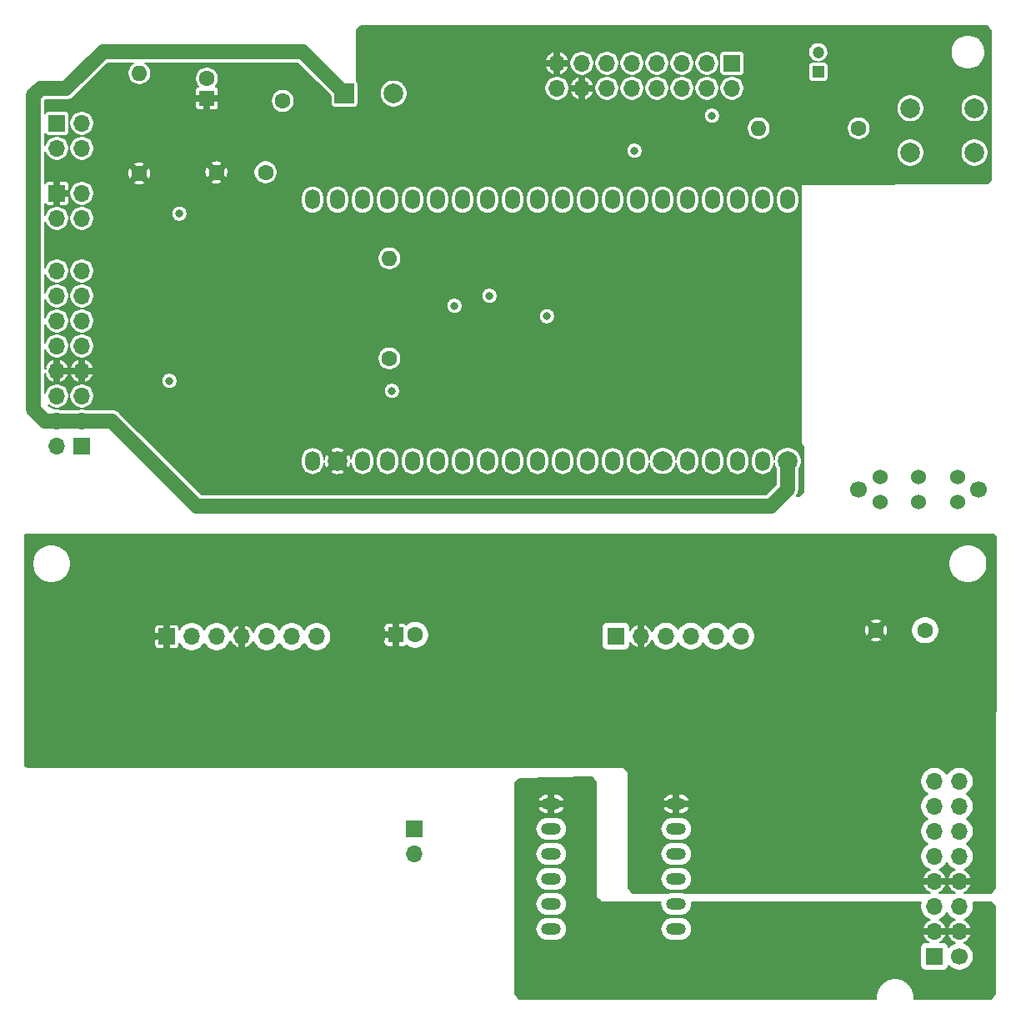
<source format=gbr>
G04 #@! TF.GenerationSoftware,KiCad,Pcbnew,(5.1.5)-3*
G04 #@! TF.CreationDate,2020-03-06T14:14:40-05:00*
G04 #@! TF.ProjectId,CombinedPnl_pcb-r1,436f6d62-696e-4656-9450-6e6c5f706362,rev?*
G04 #@! TF.SameCoordinates,Original*
G04 #@! TF.FileFunction,Copper,L2,Inr*
G04 #@! TF.FilePolarity,Positive*
%FSLAX46Y46*%
G04 Gerber Fmt 4.6, Leading zero omitted, Abs format (unit mm)*
G04 Created by KiCad (PCBNEW (5.1.5)-3) date 2020-03-06 14:14:40*
%MOMM*%
%LPD*%
G04 APERTURE LIST*
%ADD10C,1.524000*%
%ADD11C,1.700000*%
%ADD12O,1.500000X2.000000*%
%ADD13C,2.000000*%
%ADD14C,1.600000*%
%ADD15O,1.600000X1.600000*%
%ADD16O,1.700000X1.700000*%
%ADD17R,1.700000X1.700000*%
%ADD18R,2.000000X2.000000*%
%ADD19C,1.200000*%
%ADD20R,1.200000X1.200000*%
%ADD21R,1.600000X1.600000*%
%ADD22O,2.000000X1.200000*%
%ADD23C,0.800000*%
%ADD24C,1.500000*%
%ADD25C,0.200000*%
G04 APERTURE END LIST*
D10*
X181710000Y-87480000D03*
X185616000Y-87480000D03*
X189522000Y-87480000D03*
X181710000Y-84940000D03*
X189522000Y-84940000D03*
X185616000Y-84940000D03*
D11*
X179520000Y-86210000D03*
X191712000Y-86210000D03*
D12*
X124020000Y-56770000D03*
X124020000Y-83320000D03*
X126560000Y-56770000D03*
D13*
X126560000Y-83320000D03*
D12*
X129100000Y-56770000D03*
X129100000Y-83320000D03*
X131640000Y-56770000D03*
X131640000Y-83320000D03*
X134180000Y-56770000D03*
X134180000Y-83320000D03*
X136720000Y-56770000D03*
X136720000Y-83320000D03*
X139260000Y-56770000D03*
X139260000Y-83320000D03*
X141800000Y-56770000D03*
X141800000Y-83320000D03*
X144340000Y-56770000D03*
X144340000Y-83320000D03*
X146880000Y-56770000D03*
X146880000Y-83320000D03*
X149420000Y-56770000D03*
X149420000Y-83320000D03*
X151960000Y-56770000D03*
X151960000Y-83320000D03*
X154500000Y-56770000D03*
X154500000Y-83320000D03*
X157040000Y-56770000D03*
X157040000Y-83320000D03*
X159580000Y-56770000D03*
D13*
X159580000Y-83320000D03*
D12*
X162120000Y-56770000D03*
X162120000Y-83320000D03*
X164660000Y-56770000D03*
X164660000Y-83320000D03*
X167200000Y-56770000D03*
X167200000Y-83320000D03*
X169740000Y-56770000D03*
X169740000Y-83320000D03*
X172280000Y-56770000D03*
D13*
X172280000Y-83320000D03*
X191250000Y-52000000D03*
X191250000Y-47500000D03*
X184750000Y-52000000D03*
X184750000Y-47500000D03*
D14*
X106426000Y-54102000D03*
D15*
X106426000Y-43942000D03*
D16*
X100584000Y-51562000D03*
X98044000Y-51562000D03*
X100584000Y-49022000D03*
D17*
X98044000Y-49022000D03*
D13*
X132250000Y-46000000D03*
D18*
X127250000Y-46000000D03*
D17*
X166624000Y-42926000D03*
D16*
X166624000Y-45466000D03*
X164084000Y-42926000D03*
X164084000Y-45466000D03*
X161544000Y-42926000D03*
X161544000Y-45466000D03*
X159004000Y-42926000D03*
X159004000Y-45466000D03*
X156464000Y-42926000D03*
X156464000Y-45466000D03*
X153924000Y-42926000D03*
X153924000Y-45466000D03*
X151384000Y-42926000D03*
X151384000Y-45466000D03*
X148844000Y-42926000D03*
X148844000Y-45466000D03*
X98044000Y-64008000D03*
X100584000Y-64008000D03*
X98044000Y-66548000D03*
X100584000Y-66548000D03*
X98044000Y-69088000D03*
X100584000Y-69088000D03*
X98044000Y-71628000D03*
X100584000Y-71628000D03*
X98044000Y-74168000D03*
X100584000Y-74168000D03*
X98044000Y-76708000D03*
X100584000Y-76708000D03*
X98044000Y-79248000D03*
X100584000Y-79248000D03*
X98044000Y-81788000D03*
D17*
X100584000Y-81788000D03*
X98044000Y-56134000D03*
D16*
X100584000Y-56134000D03*
X98044000Y-58674000D03*
X100584000Y-58674000D03*
D15*
X169340000Y-49530000D03*
D14*
X179500000Y-49530000D03*
D19*
X175400000Y-41800000D03*
D20*
X175400000Y-43800000D03*
D15*
X131826000Y-62738000D03*
D14*
X131826000Y-72898000D03*
X113284000Y-44482000D03*
D21*
X113284000Y-46482000D03*
D16*
X167513000Y-101092000D03*
X164973000Y-101092000D03*
X162433000Y-101092000D03*
X159893000Y-101092000D03*
X157353000Y-101092000D03*
D17*
X154813000Y-101092000D03*
D16*
X134366000Y-123190000D03*
D17*
X134366000Y-120650000D03*
D11*
X189738000Y-133604000D03*
D17*
X187198000Y-133604000D03*
D16*
X189738000Y-131064000D03*
X187198000Y-131064000D03*
X189738000Y-128524000D03*
X187198000Y-128524000D03*
X189738000Y-125984000D03*
X187198000Y-125984000D03*
X189738000Y-123444000D03*
X187198000Y-123444000D03*
X189738000Y-120904000D03*
X187198000Y-120904000D03*
X189738000Y-118364000D03*
X187198000Y-118364000D03*
X189738000Y-115824000D03*
X187198000Y-115824000D03*
X124460000Y-101139001D03*
X121920000Y-101139001D03*
X119380000Y-101139001D03*
X116840000Y-101139001D03*
X114300000Y-101139001D03*
X111760000Y-101139001D03*
D17*
X109220000Y-101139001D03*
D22*
X148270000Y-130830000D03*
X160970000Y-130830000D03*
X148270000Y-128290000D03*
X160970000Y-128290000D03*
X148270000Y-125750000D03*
X160970000Y-125750000D03*
X148270000Y-123210000D03*
X160970000Y-123210000D03*
X148270000Y-120670000D03*
X160970000Y-120670000D03*
X148270000Y-118130000D03*
X160970000Y-118130000D03*
D14*
X134461000Y-100965000D03*
D21*
X132461000Y-100965000D03*
D14*
X121000000Y-41750000D03*
X121000000Y-46750000D03*
X114250000Y-54000000D03*
X119250000Y-54000000D03*
X181250000Y-100500000D03*
X186250000Y-100500000D03*
D23*
X141986000Y-66548000D03*
X147827996Y-68616990D03*
X138430000Y-67564012D03*
X164592000Y-48260000D03*
X132080000Y-76200000D03*
X110490000Y-58202990D03*
X109474000Y-75184000D03*
X156718000Y-51816000D03*
D24*
X100584000Y-79248000D02*
X98044000Y-79248000D01*
X170578213Y-87884000D02*
X172280000Y-86182213D01*
X112268000Y-87884000D02*
X170578213Y-87884000D01*
X100584000Y-79248000D02*
X103632000Y-79248000D01*
X172280000Y-86182213D02*
X172280000Y-83320000D01*
X103632000Y-79248000D02*
X112268000Y-87884000D01*
X96841919Y-79248000D02*
X98044000Y-79248000D01*
X102750000Y-41750000D02*
X99000000Y-45500000D01*
X95692010Y-46192010D02*
X95692010Y-78098091D01*
X121000000Y-41750000D02*
X102750000Y-41750000D01*
X95692010Y-78098091D02*
X96841919Y-79248000D01*
X99000000Y-45500000D02*
X96384020Y-45500000D01*
X96384020Y-45500000D02*
X95692010Y-46192010D01*
X123000000Y-41750000D02*
X127250000Y-46000000D01*
X121000000Y-41750000D02*
X123000000Y-41750000D01*
D25*
G36*
X192498462Y-39164654D02*
G01*
X192939156Y-39606480D01*
X192915443Y-54830508D01*
X192613519Y-55132364D01*
X173749747Y-55180000D01*
X173730491Y-55181921D01*
X173711732Y-55187612D01*
X173694443Y-55196853D01*
X173679289Y-55209289D01*
X173666853Y-55224443D01*
X173657612Y-55241732D01*
X173651921Y-55260491D01*
X173650000Y-55280000D01*
X173650000Y-81500000D01*
X173652853Y-81523717D01*
X173659347Y-81542214D01*
X173669324Y-81559088D01*
X173900000Y-81874041D01*
X173900000Y-86458698D01*
X173458294Y-86902211D01*
X173175857Y-86903364D01*
X173240815Y-86824211D01*
X173240816Y-86824210D01*
X173347602Y-86624428D01*
X173413360Y-86407652D01*
X173430000Y-86238705D01*
X173430000Y-86238696D01*
X173435563Y-86182214D01*
X173430000Y-86125732D01*
X173430000Y-84118837D01*
X173520664Y-83983149D01*
X173626199Y-83728365D01*
X173680000Y-83457888D01*
X173680000Y-83182112D01*
X173626199Y-82911635D01*
X173520664Y-82656851D01*
X173367451Y-82427552D01*
X173172448Y-82232549D01*
X172943149Y-82079336D01*
X172688365Y-81973801D01*
X172417888Y-81920000D01*
X172142112Y-81920000D01*
X171871635Y-81973801D01*
X171616851Y-82079336D01*
X171387552Y-82232549D01*
X171192549Y-82427552D01*
X171039336Y-82656851D01*
X170933801Y-82911635D01*
X170890000Y-83131838D01*
X170890000Y-83013508D01*
X170873360Y-82844561D01*
X170807602Y-82627785D01*
X170700816Y-82428003D01*
X170557107Y-82252893D01*
X170381996Y-82109184D01*
X170182214Y-82002398D01*
X169965438Y-81936640D01*
X169740000Y-81914436D01*
X169514561Y-81936640D01*
X169297785Y-82002398D01*
X169098003Y-82109184D01*
X168922893Y-82252893D01*
X168779184Y-82428004D01*
X168672398Y-82627786D01*
X168606640Y-82844562D01*
X168590000Y-83013509D01*
X168590000Y-83626492D01*
X168606640Y-83795439D01*
X168672398Y-84012215D01*
X168779185Y-84211997D01*
X168922894Y-84387107D01*
X169098004Y-84530816D01*
X169297786Y-84637602D01*
X169514562Y-84703360D01*
X169740000Y-84725564D01*
X169965439Y-84703360D01*
X170182215Y-84637602D01*
X170381997Y-84530816D01*
X170557107Y-84387107D01*
X170700816Y-84211997D01*
X170807602Y-84012214D01*
X170873360Y-83795438D01*
X170890000Y-83626491D01*
X170890000Y-83508162D01*
X170933801Y-83728365D01*
X171039336Y-83983149D01*
X171130001Y-84118838D01*
X171130000Y-85705867D01*
X170101869Y-86734000D01*
X112744346Y-86734000D01*
X109023855Y-83013509D01*
X122870000Y-83013509D01*
X122870000Y-83626492D01*
X122886640Y-83795439D01*
X122952398Y-84012215D01*
X123059185Y-84211997D01*
X123202894Y-84387107D01*
X123378004Y-84530816D01*
X123577786Y-84637602D01*
X123794562Y-84703360D01*
X124020000Y-84725564D01*
X124245439Y-84703360D01*
X124462215Y-84637602D01*
X124661997Y-84530816D01*
X124816842Y-84403738D01*
X125829815Y-84403738D01*
X125948535Y-84586935D01*
X126207451Y-84681882D01*
X126479915Y-84724493D01*
X126755456Y-84713130D01*
X127023487Y-84648229D01*
X127171465Y-84586935D01*
X127290185Y-84403738D01*
X126560000Y-83673553D01*
X125829815Y-84403738D01*
X124816842Y-84403738D01*
X124837107Y-84387107D01*
X124980816Y-84211997D01*
X125087602Y-84012214D01*
X125153360Y-83795438D01*
X125170000Y-83626491D01*
X125170000Y-83528382D01*
X125231771Y-83783487D01*
X125293065Y-83931465D01*
X125476262Y-84050185D01*
X126206447Y-83320000D01*
X126913553Y-83320000D01*
X127643738Y-84050185D01*
X127826935Y-83931465D01*
X127921882Y-83672549D01*
X127950000Y-83492756D01*
X127950000Y-83626492D01*
X127966640Y-83795439D01*
X128032398Y-84012215D01*
X128139185Y-84211997D01*
X128282894Y-84387107D01*
X128458004Y-84530816D01*
X128657786Y-84637602D01*
X128874562Y-84703360D01*
X129100000Y-84725564D01*
X129325439Y-84703360D01*
X129542215Y-84637602D01*
X129741997Y-84530816D01*
X129917107Y-84387107D01*
X130060816Y-84211997D01*
X130167602Y-84012214D01*
X130233360Y-83795438D01*
X130250000Y-83626491D01*
X130250000Y-83013509D01*
X130490000Y-83013509D01*
X130490000Y-83626492D01*
X130506640Y-83795439D01*
X130572398Y-84012215D01*
X130679185Y-84211997D01*
X130822894Y-84387107D01*
X130998004Y-84530816D01*
X131197786Y-84637602D01*
X131414562Y-84703360D01*
X131640000Y-84725564D01*
X131865439Y-84703360D01*
X132082215Y-84637602D01*
X132281997Y-84530816D01*
X132457107Y-84387107D01*
X132600816Y-84211997D01*
X132707602Y-84012214D01*
X132773360Y-83795438D01*
X132790000Y-83626491D01*
X132790000Y-83013509D01*
X133030000Y-83013509D01*
X133030000Y-83626492D01*
X133046640Y-83795439D01*
X133112398Y-84012215D01*
X133219185Y-84211997D01*
X133362894Y-84387107D01*
X133538004Y-84530816D01*
X133737786Y-84637602D01*
X133954562Y-84703360D01*
X134180000Y-84725564D01*
X134405439Y-84703360D01*
X134622215Y-84637602D01*
X134821997Y-84530816D01*
X134997107Y-84387107D01*
X135140816Y-84211997D01*
X135247602Y-84012214D01*
X135313360Y-83795438D01*
X135330000Y-83626491D01*
X135330000Y-83013509D01*
X135570000Y-83013509D01*
X135570000Y-83626492D01*
X135586640Y-83795439D01*
X135652398Y-84012215D01*
X135759185Y-84211997D01*
X135902894Y-84387107D01*
X136078004Y-84530816D01*
X136277786Y-84637602D01*
X136494562Y-84703360D01*
X136720000Y-84725564D01*
X136945439Y-84703360D01*
X137162215Y-84637602D01*
X137361997Y-84530816D01*
X137537107Y-84387107D01*
X137680816Y-84211997D01*
X137787602Y-84012214D01*
X137853360Y-83795438D01*
X137870000Y-83626491D01*
X137870000Y-83013509D01*
X138110000Y-83013509D01*
X138110000Y-83626492D01*
X138126640Y-83795439D01*
X138192398Y-84012215D01*
X138299185Y-84211997D01*
X138442894Y-84387107D01*
X138618004Y-84530816D01*
X138817786Y-84637602D01*
X139034562Y-84703360D01*
X139260000Y-84725564D01*
X139485439Y-84703360D01*
X139702215Y-84637602D01*
X139901997Y-84530816D01*
X140077107Y-84387107D01*
X140220816Y-84211997D01*
X140327602Y-84012214D01*
X140393360Y-83795438D01*
X140410000Y-83626491D01*
X140410000Y-83013509D01*
X140650000Y-83013509D01*
X140650000Y-83626492D01*
X140666640Y-83795439D01*
X140732398Y-84012215D01*
X140839185Y-84211997D01*
X140982894Y-84387107D01*
X141158004Y-84530816D01*
X141357786Y-84637602D01*
X141574562Y-84703360D01*
X141800000Y-84725564D01*
X142025439Y-84703360D01*
X142242215Y-84637602D01*
X142441997Y-84530816D01*
X142617107Y-84387107D01*
X142760816Y-84211997D01*
X142867602Y-84012214D01*
X142933360Y-83795438D01*
X142950000Y-83626491D01*
X142950000Y-83013509D01*
X143190000Y-83013509D01*
X143190000Y-83626492D01*
X143206640Y-83795439D01*
X143272398Y-84012215D01*
X143379185Y-84211997D01*
X143522894Y-84387107D01*
X143698004Y-84530816D01*
X143897786Y-84637602D01*
X144114562Y-84703360D01*
X144340000Y-84725564D01*
X144565439Y-84703360D01*
X144782215Y-84637602D01*
X144981997Y-84530816D01*
X145157107Y-84387107D01*
X145300816Y-84211997D01*
X145407602Y-84012214D01*
X145473360Y-83795438D01*
X145490000Y-83626491D01*
X145490000Y-83013509D01*
X145730000Y-83013509D01*
X145730000Y-83626492D01*
X145746640Y-83795439D01*
X145812398Y-84012215D01*
X145919185Y-84211997D01*
X146062894Y-84387107D01*
X146238004Y-84530816D01*
X146437786Y-84637602D01*
X146654562Y-84703360D01*
X146880000Y-84725564D01*
X147105439Y-84703360D01*
X147322215Y-84637602D01*
X147521997Y-84530816D01*
X147697107Y-84387107D01*
X147840816Y-84211997D01*
X147947602Y-84012214D01*
X148013360Y-83795438D01*
X148030000Y-83626491D01*
X148030000Y-83013509D01*
X148270000Y-83013509D01*
X148270000Y-83626492D01*
X148286640Y-83795439D01*
X148352398Y-84012215D01*
X148459185Y-84211997D01*
X148602894Y-84387107D01*
X148778004Y-84530816D01*
X148977786Y-84637602D01*
X149194562Y-84703360D01*
X149420000Y-84725564D01*
X149645439Y-84703360D01*
X149862215Y-84637602D01*
X150061997Y-84530816D01*
X150237107Y-84387107D01*
X150380816Y-84211997D01*
X150487602Y-84012214D01*
X150553360Y-83795438D01*
X150570000Y-83626491D01*
X150570000Y-83013509D01*
X150810000Y-83013509D01*
X150810000Y-83626492D01*
X150826640Y-83795439D01*
X150892398Y-84012215D01*
X150999185Y-84211997D01*
X151142894Y-84387107D01*
X151318004Y-84530816D01*
X151517786Y-84637602D01*
X151734562Y-84703360D01*
X151960000Y-84725564D01*
X152185439Y-84703360D01*
X152402215Y-84637602D01*
X152601997Y-84530816D01*
X152777107Y-84387107D01*
X152920816Y-84211997D01*
X153027602Y-84012214D01*
X153093360Y-83795438D01*
X153110000Y-83626491D01*
X153110000Y-83013509D01*
X153350000Y-83013509D01*
X153350000Y-83626492D01*
X153366640Y-83795439D01*
X153432398Y-84012215D01*
X153539185Y-84211997D01*
X153682894Y-84387107D01*
X153858004Y-84530816D01*
X154057786Y-84637602D01*
X154274562Y-84703360D01*
X154500000Y-84725564D01*
X154725439Y-84703360D01*
X154942215Y-84637602D01*
X155141997Y-84530816D01*
X155317107Y-84387107D01*
X155460816Y-84211997D01*
X155567602Y-84012214D01*
X155633360Y-83795438D01*
X155650000Y-83626491D01*
X155650000Y-83013509D01*
X155890000Y-83013509D01*
X155890000Y-83626492D01*
X155906640Y-83795439D01*
X155972398Y-84012215D01*
X156079185Y-84211997D01*
X156222894Y-84387107D01*
X156398004Y-84530816D01*
X156597786Y-84637602D01*
X156814562Y-84703360D01*
X157040000Y-84725564D01*
X157265439Y-84703360D01*
X157482215Y-84637602D01*
X157681997Y-84530816D01*
X157857107Y-84387107D01*
X158000816Y-84211997D01*
X158107602Y-84012214D01*
X158173360Y-83795438D01*
X158190000Y-83626491D01*
X158190000Y-83508162D01*
X158233801Y-83728365D01*
X158339336Y-83983149D01*
X158492549Y-84212448D01*
X158687552Y-84407451D01*
X158916851Y-84560664D01*
X159171635Y-84666199D01*
X159442112Y-84720000D01*
X159717888Y-84720000D01*
X159988365Y-84666199D01*
X160243149Y-84560664D01*
X160472448Y-84407451D01*
X160667451Y-84212448D01*
X160820664Y-83983149D01*
X160926199Y-83728365D01*
X160970000Y-83508162D01*
X160970000Y-83626492D01*
X160986640Y-83795439D01*
X161052398Y-84012215D01*
X161159185Y-84211997D01*
X161302894Y-84387107D01*
X161478004Y-84530816D01*
X161677786Y-84637602D01*
X161894562Y-84703360D01*
X162120000Y-84725564D01*
X162345439Y-84703360D01*
X162562215Y-84637602D01*
X162761997Y-84530816D01*
X162937107Y-84387107D01*
X163080816Y-84211997D01*
X163187602Y-84012214D01*
X163253360Y-83795438D01*
X163270000Y-83626491D01*
X163270000Y-83013509D01*
X163510000Y-83013509D01*
X163510000Y-83626492D01*
X163526640Y-83795439D01*
X163592398Y-84012215D01*
X163699185Y-84211997D01*
X163842894Y-84387107D01*
X164018004Y-84530816D01*
X164217786Y-84637602D01*
X164434562Y-84703360D01*
X164660000Y-84725564D01*
X164885439Y-84703360D01*
X165102215Y-84637602D01*
X165301997Y-84530816D01*
X165477107Y-84387107D01*
X165620816Y-84211997D01*
X165727602Y-84012214D01*
X165793360Y-83795438D01*
X165810000Y-83626491D01*
X165810000Y-83013509D01*
X166050000Y-83013509D01*
X166050000Y-83626492D01*
X166066640Y-83795439D01*
X166132398Y-84012215D01*
X166239185Y-84211997D01*
X166382894Y-84387107D01*
X166558004Y-84530816D01*
X166757786Y-84637602D01*
X166974562Y-84703360D01*
X167200000Y-84725564D01*
X167425439Y-84703360D01*
X167642215Y-84637602D01*
X167841997Y-84530816D01*
X168017107Y-84387107D01*
X168160816Y-84211997D01*
X168267602Y-84012214D01*
X168333360Y-83795438D01*
X168350000Y-83626491D01*
X168350000Y-83013508D01*
X168333360Y-82844561D01*
X168267602Y-82627785D01*
X168160816Y-82428003D01*
X168017107Y-82252893D01*
X167841996Y-82109184D01*
X167642214Y-82002398D01*
X167425438Y-81936640D01*
X167200000Y-81914436D01*
X166974561Y-81936640D01*
X166757785Y-82002398D01*
X166558003Y-82109184D01*
X166382893Y-82252893D01*
X166239184Y-82428004D01*
X166132398Y-82627786D01*
X166066640Y-82844562D01*
X166050000Y-83013509D01*
X165810000Y-83013509D01*
X165810000Y-83013508D01*
X165793360Y-82844561D01*
X165727602Y-82627785D01*
X165620816Y-82428003D01*
X165477107Y-82252893D01*
X165301996Y-82109184D01*
X165102214Y-82002398D01*
X164885438Y-81936640D01*
X164660000Y-81914436D01*
X164434561Y-81936640D01*
X164217785Y-82002398D01*
X164018003Y-82109184D01*
X163842893Y-82252893D01*
X163699184Y-82428004D01*
X163592398Y-82627786D01*
X163526640Y-82844562D01*
X163510000Y-83013509D01*
X163270000Y-83013509D01*
X163270000Y-83013508D01*
X163253360Y-82844561D01*
X163187602Y-82627785D01*
X163080816Y-82428003D01*
X162937107Y-82252893D01*
X162761996Y-82109184D01*
X162562214Y-82002398D01*
X162345438Y-81936640D01*
X162120000Y-81914436D01*
X161894561Y-81936640D01*
X161677785Y-82002398D01*
X161478003Y-82109184D01*
X161302893Y-82252893D01*
X161159184Y-82428004D01*
X161052398Y-82627786D01*
X160986640Y-82844562D01*
X160970000Y-83013509D01*
X160970000Y-83131838D01*
X160926199Y-82911635D01*
X160820664Y-82656851D01*
X160667451Y-82427552D01*
X160472448Y-82232549D01*
X160243149Y-82079336D01*
X159988365Y-81973801D01*
X159717888Y-81920000D01*
X159442112Y-81920000D01*
X159171635Y-81973801D01*
X158916851Y-82079336D01*
X158687552Y-82232549D01*
X158492549Y-82427552D01*
X158339336Y-82656851D01*
X158233801Y-82911635D01*
X158190000Y-83131838D01*
X158190000Y-83013508D01*
X158173360Y-82844561D01*
X158107602Y-82627785D01*
X158000816Y-82428003D01*
X157857107Y-82252893D01*
X157681996Y-82109184D01*
X157482214Y-82002398D01*
X157265438Y-81936640D01*
X157040000Y-81914436D01*
X156814561Y-81936640D01*
X156597785Y-82002398D01*
X156398003Y-82109184D01*
X156222893Y-82252893D01*
X156079184Y-82428004D01*
X155972398Y-82627786D01*
X155906640Y-82844562D01*
X155890000Y-83013509D01*
X155650000Y-83013509D01*
X155650000Y-83013508D01*
X155633360Y-82844561D01*
X155567602Y-82627785D01*
X155460816Y-82428003D01*
X155317107Y-82252893D01*
X155141996Y-82109184D01*
X154942214Y-82002398D01*
X154725438Y-81936640D01*
X154500000Y-81914436D01*
X154274561Y-81936640D01*
X154057785Y-82002398D01*
X153858003Y-82109184D01*
X153682893Y-82252893D01*
X153539184Y-82428004D01*
X153432398Y-82627786D01*
X153366640Y-82844562D01*
X153350000Y-83013509D01*
X153110000Y-83013509D01*
X153110000Y-83013508D01*
X153093360Y-82844561D01*
X153027602Y-82627785D01*
X152920816Y-82428003D01*
X152777107Y-82252893D01*
X152601996Y-82109184D01*
X152402214Y-82002398D01*
X152185438Y-81936640D01*
X151960000Y-81914436D01*
X151734561Y-81936640D01*
X151517785Y-82002398D01*
X151318003Y-82109184D01*
X151142893Y-82252893D01*
X150999184Y-82428004D01*
X150892398Y-82627786D01*
X150826640Y-82844562D01*
X150810000Y-83013509D01*
X150570000Y-83013509D01*
X150570000Y-83013508D01*
X150553360Y-82844561D01*
X150487602Y-82627785D01*
X150380816Y-82428003D01*
X150237107Y-82252893D01*
X150061996Y-82109184D01*
X149862214Y-82002398D01*
X149645438Y-81936640D01*
X149420000Y-81914436D01*
X149194561Y-81936640D01*
X148977785Y-82002398D01*
X148778003Y-82109184D01*
X148602893Y-82252893D01*
X148459184Y-82428004D01*
X148352398Y-82627786D01*
X148286640Y-82844562D01*
X148270000Y-83013509D01*
X148030000Y-83013509D01*
X148030000Y-83013508D01*
X148013360Y-82844561D01*
X147947602Y-82627785D01*
X147840816Y-82428003D01*
X147697107Y-82252893D01*
X147521996Y-82109184D01*
X147322214Y-82002398D01*
X147105438Y-81936640D01*
X146880000Y-81914436D01*
X146654561Y-81936640D01*
X146437785Y-82002398D01*
X146238003Y-82109184D01*
X146062893Y-82252893D01*
X145919184Y-82428004D01*
X145812398Y-82627786D01*
X145746640Y-82844562D01*
X145730000Y-83013509D01*
X145490000Y-83013509D01*
X145490000Y-83013508D01*
X145473360Y-82844561D01*
X145407602Y-82627785D01*
X145300816Y-82428003D01*
X145157107Y-82252893D01*
X144981996Y-82109184D01*
X144782214Y-82002398D01*
X144565438Y-81936640D01*
X144340000Y-81914436D01*
X144114561Y-81936640D01*
X143897785Y-82002398D01*
X143698003Y-82109184D01*
X143522893Y-82252893D01*
X143379184Y-82428004D01*
X143272398Y-82627786D01*
X143206640Y-82844562D01*
X143190000Y-83013509D01*
X142950000Y-83013509D01*
X142950000Y-83013508D01*
X142933360Y-82844561D01*
X142867602Y-82627785D01*
X142760816Y-82428003D01*
X142617107Y-82252893D01*
X142441996Y-82109184D01*
X142242214Y-82002398D01*
X142025438Y-81936640D01*
X141800000Y-81914436D01*
X141574561Y-81936640D01*
X141357785Y-82002398D01*
X141158003Y-82109184D01*
X140982893Y-82252893D01*
X140839184Y-82428004D01*
X140732398Y-82627786D01*
X140666640Y-82844562D01*
X140650000Y-83013509D01*
X140410000Y-83013509D01*
X140410000Y-83013508D01*
X140393360Y-82844561D01*
X140327602Y-82627785D01*
X140220816Y-82428003D01*
X140077107Y-82252893D01*
X139901996Y-82109184D01*
X139702214Y-82002398D01*
X139485438Y-81936640D01*
X139260000Y-81914436D01*
X139034561Y-81936640D01*
X138817785Y-82002398D01*
X138618003Y-82109184D01*
X138442893Y-82252893D01*
X138299184Y-82428004D01*
X138192398Y-82627786D01*
X138126640Y-82844562D01*
X138110000Y-83013509D01*
X137870000Y-83013509D01*
X137870000Y-83013508D01*
X137853360Y-82844561D01*
X137787602Y-82627785D01*
X137680816Y-82428003D01*
X137537107Y-82252893D01*
X137361996Y-82109184D01*
X137162214Y-82002398D01*
X136945438Y-81936640D01*
X136720000Y-81914436D01*
X136494561Y-81936640D01*
X136277785Y-82002398D01*
X136078003Y-82109184D01*
X135902893Y-82252893D01*
X135759184Y-82428004D01*
X135652398Y-82627786D01*
X135586640Y-82844562D01*
X135570000Y-83013509D01*
X135330000Y-83013509D01*
X135330000Y-83013508D01*
X135313360Y-82844561D01*
X135247602Y-82627785D01*
X135140816Y-82428003D01*
X134997107Y-82252893D01*
X134821996Y-82109184D01*
X134622214Y-82002398D01*
X134405438Y-81936640D01*
X134180000Y-81914436D01*
X133954561Y-81936640D01*
X133737785Y-82002398D01*
X133538003Y-82109184D01*
X133362893Y-82252893D01*
X133219184Y-82428004D01*
X133112398Y-82627786D01*
X133046640Y-82844562D01*
X133030000Y-83013509D01*
X132790000Y-83013509D01*
X132790000Y-83013508D01*
X132773360Y-82844561D01*
X132707602Y-82627785D01*
X132600816Y-82428003D01*
X132457107Y-82252893D01*
X132281996Y-82109184D01*
X132082214Y-82002398D01*
X131865438Y-81936640D01*
X131640000Y-81914436D01*
X131414561Y-81936640D01*
X131197785Y-82002398D01*
X130998003Y-82109184D01*
X130822893Y-82252893D01*
X130679184Y-82428004D01*
X130572398Y-82627786D01*
X130506640Y-82844562D01*
X130490000Y-83013509D01*
X130250000Y-83013509D01*
X130250000Y-83013508D01*
X130233360Y-82844561D01*
X130167602Y-82627785D01*
X130060816Y-82428003D01*
X129917107Y-82252893D01*
X129741996Y-82109184D01*
X129542214Y-82002398D01*
X129325438Y-81936640D01*
X129100000Y-81914436D01*
X128874561Y-81936640D01*
X128657785Y-82002398D01*
X128458003Y-82109184D01*
X128282893Y-82252893D01*
X128139184Y-82428004D01*
X128032398Y-82627786D01*
X127966640Y-82844562D01*
X127950000Y-83013509D01*
X127950000Y-83111618D01*
X127888229Y-82856513D01*
X127826935Y-82708535D01*
X127643738Y-82589815D01*
X126913553Y-83320000D01*
X126206447Y-83320000D01*
X125476262Y-82589815D01*
X125293065Y-82708535D01*
X125198118Y-82967451D01*
X125170000Y-83147244D01*
X125170000Y-83013508D01*
X125153360Y-82844561D01*
X125087602Y-82627785D01*
X124980816Y-82428003D01*
X124837107Y-82252893D01*
X124816842Y-82236262D01*
X125829815Y-82236262D01*
X126560000Y-82966447D01*
X127290185Y-82236262D01*
X127171465Y-82053065D01*
X126912549Y-81958118D01*
X126640085Y-81915507D01*
X126364544Y-81926870D01*
X126096513Y-81991771D01*
X125948535Y-82053065D01*
X125829815Y-82236262D01*
X124816842Y-82236262D01*
X124661996Y-82109184D01*
X124462214Y-82002398D01*
X124245438Y-81936640D01*
X124020000Y-81914436D01*
X123794561Y-81936640D01*
X123577785Y-82002398D01*
X123378003Y-82109184D01*
X123202893Y-82252893D01*
X123059184Y-82428004D01*
X122952398Y-82627786D01*
X122886640Y-82844562D01*
X122870000Y-83013509D01*
X109023855Y-83013509D01*
X104485125Y-78474781D01*
X104449107Y-78430893D01*
X104273997Y-78287184D01*
X104074215Y-78180398D01*
X103857439Y-78114640D01*
X103688492Y-78098000D01*
X103688482Y-78098000D01*
X103632000Y-78092437D01*
X103575518Y-78098000D01*
X101074060Y-78098000D01*
X100948611Y-78046037D01*
X100707114Y-77998000D01*
X100460886Y-77998000D01*
X100219389Y-78046037D01*
X100093940Y-78098000D01*
X98534060Y-78098000D01*
X98408611Y-78046037D01*
X98167114Y-77998000D01*
X97920886Y-77998000D01*
X97754346Y-78031127D01*
X97264793Y-77737237D01*
X97218417Y-77650183D01*
X97247172Y-77678938D01*
X97451903Y-77815735D01*
X97679389Y-77909963D01*
X97920886Y-77958000D01*
X98167114Y-77958000D01*
X98408611Y-77909963D01*
X98636097Y-77815735D01*
X98840828Y-77678938D01*
X99014938Y-77504828D01*
X99151735Y-77300097D01*
X99245963Y-77072611D01*
X99294000Y-76831114D01*
X99294000Y-76584886D01*
X99334000Y-76584886D01*
X99334000Y-76831114D01*
X99382037Y-77072611D01*
X99476265Y-77300097D01*
X99613062Y-77504828D01*
X99787172Y-77678938D01*
X99991903Y-77815735D01*
X100219389Y-77909963D01*
X100460886Y-77958000D01*
X100707114Y-77958000D01*
X100948611Y-77909963D01*
X101176097Y-77815735D01*
X101380828Y-77678938D01*
X101554938Y-77504828D01*
X101691735Y-77300097D01*
X101785963Y-77072611D01*
X101834000Y-76831114D01*
X101834000Y-76584886D01*
X101785963Y-76343389D01*
X101693932Y-76121207D01*
X131280000Y-76121207D01*
X131280000Y-76278793D01*
X131310743Y-76433351D01*
X131371049Y-76578942D01*
X131458599Y-76709970D01*
X131570030Y-76821401D01*
X131701058Y-76908951D01*
X131846649Y-76969257D01*
X132001207Y-77000000D01*
X132158793Y-77000000D01*
X132313351Y-76969257D01*
X132458942Y-76908951D01*
X132589970Y-76821401D01*
X132701401Y-76709970D01*
X132788951Y-76578942D01*
X132849257Y-76433351D01*
X132880000Y-76278793D01*
X132880000Y-76121207D01*
X132849257Y-75966649D01*
X132788951Y-75821058D01*
X132701401Y-75690030D01*
X132589970Y-75578599D01*
X132458942Y-75491049D01*
X132313351Y-75430743D01*
X132158793Y-75400000D01*
X132001207Y-75400000D01*
X131846649Y-75430743D01*
X131701058Y-75491049D01*
X131570030Y-75578599D01*
X131458599Y-75690030D01*
X131371049Y-75821058D01*
X131310743Y-75966649D01*
X131280000Y-76121207D01*
X101693932Y-76121207D01*
X101691735Y-76115903D01*
X101554938Y-75911172D01*
X101380828Y-75737062D01*
X101176097Y-75600265D01*
X100948611Y-75506037D01*
X100707114Y-75458000D01*
X100460886Y-75458000D01*
X100219389Y-75506037D01*
X99991903Y-75600265D01*
X99787172Y-75737062D01*
X99613062Y-75911172D01*
X99476265Y-76115903D01*
X99382037Y-76343389D01*
X99334000Y-76584886D01*
X99294000Y-76584886D01*
X99245963Y-76343389D01*
X99151735Y-76115903D01*
X99014938Y-75911172D01*
X98840828Y-75737062D01*
X98636097Y-75600265D01*
X98408611Y-75506037D01*
X98167114Y-75458000D01*
X97920886Y-75458000D01*
X97679389Y-75506037D01*
X97451903Y-75600265D01*
X97247172Y-75737062D01*
X97073062Y-75911172D01*
X96936265Y-76115903D01*
X96842037Y-76343389D01*
X96842010Y-76343525D01*
X96842010Y-74418002D01*
X96921502Y-74418002D01*
X96873442Y-74606514D01*
X96906204Y-74685639D01*
X97029053Y-74897666D01*
X97190906Y-75081652D01*
X97385543Y-75230527D01*
X97605484Y-75338569D01*
X97794000Y-75292756D01*
X97794000Y-74418000D01*
X98294000Y-74418000D01*
X98294000Y-75292756D01*
X98482516Y-75338569D01*
X98702457Y-75230527D01*
X98897094Y-75081652D01*
X99058947Y-74897666D01*
X99181796Y-74685639D01*
X99214558Y-74606514D01*
X99413442Y-74606514D01*
X99446204Y-74685639D01*
X99569053Y-74897666D01*
X99730906Y-75081652D01*
X99925543Y-75230527D01*
X100145484Y-75338569D01*
X100334000Y-75292756D01*
X100334000Y-74418000D01*
X100834000Y-74418000D01*
X100834000Y-75292756D01*
X101022516Y-75338569D01*
X101242457Y-75230527D01*
X101406298Y-75105207D01*
X108674000Y-75105207D01*
X108674000Y-75262793D01*
X108704743Y-75417351D01*
X108765049Y-75562942D01*
X108852599Y-75693970D01*
X108964030Y-75805401D01*
X109095058Y-75892951D01*
X109240649Y-75953257D01*
X109395207Y-75984000D01*
X109552793Y-75984000D01*
X109707351Y-75953257D01*
X109852942Y-75892951D01*
X109983970Y-75805401D01*
X110095401Y-75693970D01*
X110182951Y-75562942D01*
X110243257Y-75417351D01*
X110274000Y-75262793D01*
X110274000Y-75105207D01*
X110243257Y-74950649D01*
X110182951Y-74805058D01*
X110095401Y-74674030D01*
X109983970Y-74562599D01*
X109852942Y-74475049D01*
X109707351Y-74414743D01*
X109552793Y-74384000D01*
X109395207Y-74384000D01*
X109240649Y-74414743D01*
X109095058Y-74475049D01*
X108964030Y-74562599D01*
X108852599Y-74674030D01*
X108765049Y-74805058D01*
X108704743Y-74950649D01*
X108674000Y-75105207D01*
X101406298Y-75105207D01*
X101437094Y-75081652D01*
X101598947Y-74897666D01*
X101721796Y-74685639D01*
X101754558Y-74606514D01*
X101706497Y-74418000D01*
X100834000Y-74418000D01*
X100334000Y-74418000D01*
X99461503Y-74418000D01*
X99413442Y-74606514D01*
X99214558Y-74606514D01*
X99166497Y-74418000D01*
X98294000Y-74418000D01*
X97794000Y-74418000D01*
X97774000Y-74418000D01*
X97774000Y-73918000D01*
X97794000Y-73918000D01*
X97794000Y-73043244D01*
X98294000Y-73043244D01*
X98294000Y-73918000D01*
X99166497Y-73918000D01*
X99214558Y-73729486D01*
X99413442Y-73729486D01*
X99461503Y-73918000D01*
X100334000Y-73918000D01*
X100334000Y-73043244D01*
X100834000Y-73043244D01*
X100834000Y-73918000D01*
X101706497Y-73918000D01*
X101754558Y-73729486D01*
X101721796Y-73650361D01*
X101598947Y-73438334D01*
X101437094Y-73254348D01*
X101242457Y-73105473D01*
X101022516Y-72997431D01*
X100834000Y-73043244D01*
X100334000Y-73043244D01*
X100145484Y-72997431D01*
X99925543Y-73105473D01*
X99730906Y-73254348D01*
X99569053Y-73438334D01*
X99446204Y-73650361D01*
X99413442Y-73729486D01*
X99214558Y-73729486D01*
X99181796Y-73650361D01*
X99058947Y-73438334D01*
X98897094Y-73254348D01*
X98702457Y-73105473D01*
X98482516Y-72997431D01*
X98294000Y-73043244D01*
X97794000Y-73043244D01*
X97605484Y-72997431D01*
X97385543Y-73105473D01*
X97190906Y-73254348D01*
X97029053Y-73438334D01*
X96906204Y-73650361D01*
X96873442Y-73729486D01*
X96921502Y-73917998D01*
X96842010Y-73917998D01*
X96842010Y-71992475D01*
X96842037Y-71992611D01*
X96936265Y-72220097D01*
X97073062Y-72424828D01*
X97247172Y-72598938D01*
X97451903Y-72735735D01*
X97679389Y-72829963D01*
X97920886Y-72878000D01*
X98167114Y-72878000D01*
X98408611Y-72829963D01*
X98636097Y-72735735D01*
X98840828Y-72598938D01*
X99014938Y-72424828D01*
X99151735Y-72220097D01*
X99245963Y-71992611D01*
X99294000Y-71751114D01*
X99294000Y-71504886D01*
X99334000Y-71504886D01*
X99334000Y-71751114D01*
X99382037Y-71992611D01*
X99476265Y-72220097D01*
X99613062Y-72424828D01*
X99787172Y-72598938D01*
X99991903Y-72735735D01*
X100219389Y-72829963D01*
X100460886Y-72878000D01*
X100707114Y-72878000D01*
X100948611Y-72829963D01*
X101069690Y-72779810D01*
X130626000Y-72779810D01*
X130626000Y-73016190D01*
X130672116Y-73248027D01*
X130762574Y-73466413D01*
X130893899Y-73662955D01*
X131061045Y-73830101D01*
X131257587Y-73961426D01*
X131475973Y-74051884D01*
X131707810Y-74098000D01*
X131944190Y-74098000D01*
X132176027Y-74051884D01*
X132394413Y-73961426D01*
X132590955Y-73830101D01*
X132758101Y-73662955D01*
X132889426Y-73466413D01*
X132979884Y-73248027D01*
X133026000Y-73016190D01*
X133026000Y-72779810D01*
X132979884Y-72547973D01*
X132889426Y-72329587D01*
X132758101Y-72133045D01*
X132590955Y-71965899D01*
X132394413Y-71834574D01*
X132176027Y-71744116D01*
X131944190Y-71698000D01*
X131707810Y-71698000D01*
X131475973Y-71744116D01*
X131257587Y-71834574D01*
X131061045Y-71965899D01*
X130893899Y-72133045D01*
X130762574Y-72329587D01*
X130672116Y-72547973D01*
X130626000Y-72779810D01*
X101069690Y-72779810D01*
X101176097Y-72735735D01*
X101380828Y-72598938D01*
X101554938Y-72424828D01*
X101691735Y-72220097D01*
X101785963Y-71992611D01*
X101834000Y-71751114D01*
X101834000Y-71504886D01*
X101785963Y-71263389D01*
X101691735Y-71035903D01*
X101554938Y-70831172D01*
X101380828Y-70657062D01*
X101176097Y-70520265D01*
X100948611Y-70426037D01*
X100707114Y-70378000D01*
X100460886Y-70378000D01*
X100219389Y-70426037D01*
X99991903Y-70520265D01*
X99787172Y-70657062D01*
X99613062Y-70831172D01*
X99476265Y-71035903D01*
X99382037Y-71263389D01*
X99334000Y-71504886D01*
X99294000Y-71504886D01*
X99245963Y-71263389D01*
X99151735Y-71035903D01*
X99014938Y-70831172D01*
X98840828Y-70657062D01*
X98636097Y-70520265D01*
X98408611Y-70426037D01*
X98167114Y-70378000D01*
X97920886Y-70378000D01*
X97679389Y-70426037D01*
X97451903Y-70520265D01*
X97247172Y-70657062D01*
X97073062Y-70831172D01*
X96936265Y-71035903D01*
X96842037Y-71263389D01*
X96842010Y-71263525D01*
X96842010Y-69452475D01*
X96842037Y-69452611D01*
X96936265Y-69680097D01*
X97073062Y-69884828D01*
X97247172Y-70058938D01*
X97451903Y-70195735D01*
X97679389Y-70289963D01*
X97920886Y-70338000D01*
X98167114Y-70338000D01*
X98408611Y-70289963D01*
X98636097Y-70195735D01*
X98840828Y-70058938D01*
X99014938Y-69884828D01*
X99151735Y-69680097D01*
X99245963Y-69452611D01*
X99294000Y-69211114D01*
X99294000Y-68964886D01*
X99334000Y-68964886D01*
X99334000Y-69211114D01*
X99382037Y-69452611D01*
X99476265Y-69680097D01*
X99613062Y-69884828D01*
X99787172Y-70058938D01*
X99991903Y-70195735D01*
X100219389Y-70289963D01*
X100460886Y-70338000D01*
X100707114Y-70338000D01*
X100948611Y-70289963D01*
X101176097Y-70195735D01*
X101380828Y-70058938D01*
X101554938Y-69884828D01*
X101691735Y-69680097D01*
X101785963Y-69452611D01*
X101834000Y-69211114D01*
X101834000Y-68964886D01*
X101785963Y-68723389D01*
X101709254Y-68538197D01*
X147027996Y-68538197D01*
X147027996Y-68695783D01*
X147058739Y-68850341D01*
X147119045Y-68995932D01*
X147206595Y-69126960D01*
X147318026Y-69238391D01*
X147449054Y-69325941D01*
X147594645Y-69386247D01*
X147749203Y-69416990D01*
X147906789Y-69416990D01*
X148061347Y-69386247D01*
X148206938Y-69325941D01*
X148337966Y-69238391D01*
X148449397Y-69126960D01*
X148536947Y-68995932D01*
X148597253Y-68850341D01*
X148627996Y-68695783D01*
X148627996Y-68538197D01*
X148597253Y-68383639D01*
X148536947Y-68238048D01*
X148449397Y-68107020D01*
X148337966Y-67995589D01*
X148206938Y-67908039D01*
X148061347Y-67847733D01*
X147906789Y-67816990D01*
X147749203Y-67816990D01*
X147594645Y-67847733D01*
X147449054Y-67908039D01*
X147318026Y-67995589D01*
X147206595Y-68107020D01*
X147119045Y-68238048D01*
X147058739Y-68383639D01*
X147027996Y-68538197D01*
X101709254Y-68538197D01*
X101691735Y-68495903D01*
X101554938Y-68291172D01*
X101380828Y-68117062D01*
X101176097Y-67980265D01*
X100948611Y-67886037D01*
X100707114Y-67838000D01*
X100460886Y-67838000D01*
X100219389Y-67886037D01*
X99991903Y-67980265D01*
X99787172Y-68117062D01*
X99613062Y-68291172D01*
X99476265Y-68495903D01*
X99382037Y-68723389D01*
X99334000Y-68964886D01*
X99294000Y-68964886D01*
X99245963Y-68723389D01*
X99151735Y-68495903D01*
X99014938Y-68291172D01*
X98840828Y-68117062D01*
X98636097Y-67980265D01*
X98408611Y-67886037D01*
X98167114Y-67838000D01*
X97920886Y-67838000D01*
X97679389Y-67886037D01*
X97451903Y-67980265D01*
X97247172Y-68117062D01*
X97073062Y-68291172D01*
X96936265Y-68495903D01*
X96842037Y-68723389D01*
X96842010Y-68723525D01*
X96842010Y-66912475D01*
X96842037Y-66912611D01*
X96936265Y-67140097D01*
X97073062Y-67344828D01*
X97247172Y-67518938D01*
X97451903Y-67655735D01*
X97679389Y-67749963D01*
X97920886Y-67798000D01*
X98167114Y-67798000D01*
X98408611Y-67749963D01*
X98636097Y-67655735D01*
X98840828Y-67518938D01*
X99014938Y-67344828D01*
X99151735Y-67140097D01*
X99245963Y-66912611D01*
X99294000Y-66671114D01*
X99294000Y-66424886D01*
X99334000Y-66424886D01*
X99334000Y-66671114D01*
X99382037Y-66912611D01*
X99476265Y-67140097D01*
X99613062Y-67344828D01*
X99787172Y-67518938D01*
X99991903Y-67655735D01*
X100219389Y-67749963D01*
X100460886Y-67798000D01*
X100707114Y-67798000D01*
X100948611Y-67749963D01*
X101176097Y-67655735D01*
X101380828Y-67518938D01*
X101414547Y-67485219D01*
X137630000Y-67485219D01*
X137630000Y-67642805D01*
X137660743Y-67797363D01*
X137721049Y-67942954D01*
X137808599Y-68073982D01*
X137920030Y-68185413D01*
X138051058Y-68272963D01*
X138196649Y-68333269D01*
X138351207Y-68364012D01*
X138508793Y-68364012D01*
X138663351Y-68333269D01*
X138808942Y-68272963D01*
X138939970Y-68185413D01*
X139051401Y-68073982D01*
X139138951Y-67942954D01*
X139199257Y-67797363D01*
X139230000Y-67642805D01*
X139230000Y-67485219D01*
X139199257Y-67330661D01*
X139138951Y-67185070D01*
X139051401Y-67054042D01*
X138939970Y-66942611D01*
X138808942Y-66855061D01*
X138663351Y-66794755D01*
X138508793Y-66764012D01*
X138351207Y-66764012D01*
X138196649Y-66794755D01*
X138051058Y-66855061D01*
X137920030Y-66942611D01*
X137808599Y-67054042D01*
X137721049Y-67185070D01*
X137660743Y-67330661D01*
X137630000Y-67485219D01*
X101414547Y-67485219D01*
X101554938Y-67344828D01*
X101691735Y-67140097D01*
X101785963Y-66912611D01*
X101834000Y-66671114D01*
X101834000Y-66469207D01*
X141186000Y-66469207D01*
X141186000Y-66626793D01*
X141216743Y-66781351D01*
X141277049Y-66926942D01*
X141364599Y-67057970D01*
X141476030Y-67169401D01*
X141607058Y-67256951D01*
X141752649Y-67317257D01*
X141907207Y-67348000D01*
X142064793Y-67348000D01*
X142219351Y-67317257D01*
X142364942Y-67256951D01*
X142495970Y-67169401D01*
X142607401Y-67057970D01*
X142694951Y-66926942D01*
X142755257Y-66781351D01*
X142786000Y-66626793D01*
X142786000Y-66469207D01*
X142755257Y-66314649D01*
X142694951Y-66169058D01*
X142607401Y-66038030D01*
X142495970Y-65926599D01*
X142364942Y-65839049D01*
X142219351Y-65778743D01*
X142064793Y-65748000D01*
X141907207Y-65748000D01*
X141752649Y-65778743D01*
X141607058Y-65839049D01*
X141476030Y-65926599D01*
X141364599Y-66038030D01*
X141277049Y-66169058D01*
X141216743Y-66314649D01*
X141186000Y-66469207D01*
X101834000Y-66469207D01*
X101834000Y-66424886D01*
X101785963Y-66183389D01*
X101691735Y-65955903D01*
X101554938Y-65751172D01*
X101380828Y-65577062D01*
X101176097Y-65440265D01*
X100948611Y-65346037D01*
X100707114Y-65298000D01*
X100460886Y-65298000D01*
X100219389Y-65346037D01*
X99991903Y-65440265D01*
X99787172Y-65577062D01*
X99613062Y-65751172D01*
X99476265Y-65955903D01*
X99382037Y-66183389D01*
X99334000Y-66424886D01*
X99294000Y-66424886D01*
X99245963Y-66183389D01*
X99151735Y-65955903D01*
X99014938Y-65751172D01*
X98840828Y-65577062D01*
X98636097Y-65440265D01*
X98408611Y-65346037D01*
X98167114Y-65298000D01*
X97920886Y-65298000D01*
X97679389Y-65346037D01*
X97451903Y-65440265D01*
X97247172Y-65577062D01*
X97073062Y-65751172D01*
X96936265Y-65955903D01*
X96842037Y-66183389D01*
X96842010Y-66183525D01*
X96842010Y-64372475D01*
X96842037Y-64372611D01*
X96936265Y-64600097D01*
X97073062Y-64804828D01*
X97247172Y-64978938D01*
X97451903Y-65115735D01*
X97679389Y-65209963D01*
X97920886Y-65258000D01*
X98167114Y-65258000D01*
X98408611Y-65209963D01*
X98636097Y-65115735D01*
X98840828Y-64978938D01*
X99014938Y-64804828D01*
X99151735Y-64600097D01*
X99245963Y-64372611D01*
X99294000Y-64131114D01*
X99294000Y-63884886D01*
X99334000Y-63884886D01*
X99334000Y-64131114D01*
X99382037Y-64372611D01*
X99476265Y-64600097D01*
X99613062Y-64804828D01*
X99787172Y-64978938D01*
X99991903Y-65115735D01*
X100219389Y-65209963D01*
X100460886Y-65258000D01*
X100707114Y-65258000D01*
X100948611Y-65209963D01*
X101176097Y-65115735D01*
X101380828Y-64978938D01*
X101554938Y-64804828D01*
X101691735Y-64600097D01*
X101785963Y-64372611D01*
X101834000Y-64131114D01*
X101834000Y-63884886D01*
X101785963Y-63643389D01*
X101691735Y-63415903D01*
X101554938Y-63211172D01*
X101380828Y-63037062D01*
X101176097Y-62900265D01*
X100948611Y-62806037D01*
X100707114Y-62758000D01*
X100460886Y-62758000D01*
X100219389Y-62806037D01*
X99991903Y-62900265D01*
X99787172Y-63037062D01*
X99613062Y-63211172D01*
X99476265Y-63415903D01*
X99382037Y-63643389D01*
X99334000Y-63884886D01*
X99294000Y-63884886D01*
X99245963Y-63643389D01*
X99151735Y-63415903D01*
X99014938Y-63211172D01*
X98840828Y-63037062D01*
X98636097Y-62900265D01*
X98408611Y-62806037D01*
X98167114Y-62758000D01*
X97920886Y-62758000D01*
X97679389Y-62806037D01*
X97451903Y-62900265D01*
X97247172Y-63037062D01*
X97073062Y-63211172D01*
X96936265Y-63415903D01*
X96842037Y-63643389D01*
X96842010Y-63643525D01*
X96842010Y-62619810D01*
X130626000Y-62619810D01*
X130626000Y-62856190D01*
X130672116Y-63088027D01*
X130762574Y-63306413D01*
X130893899Y-63502955D01*
X131061045Y-63670101D01*
X131257587Y-63801426D01*
X131475973Y-63891884D01*
X131707810Y-63938000D01*
X131944190Y-63938000D01*
X132176027Y-63891884D01*
X132394413Y-63801426D01*
X132590955Y-63670101D01*
X132758101Y-63502955D01*
X132889426Y-63306413D01*
X132979884Y-63088027D01*
X133026000Y-62856190D01*
X133026000Y-62619810D01*
X132979884Y-62387973D01*
X132889426Y-62169587D01*
X132758101Y-61973045D01*
X132590955Y-61805899D01*
X132394413Y-61674574D01*
X132176027Y-61584116D01*
X131944190Y-61538000D01*
X131707810Y-61538000D01*
X131475973Y-61584116D01*
X131257587Y-61674574D01*
X131061045Y-61805899D01*
X130893899Y-61973045D01*
X130762574Y-62169587D01*
X130672116Y-62387973D01*
X130626000Y-62619810D01*
X96842010Y-62619810D01*
X96842010Y-59038475D01*
X96842037Y-59038611D01*
X96936265Y-59266097D01*
X97073062Y-59470828D01*
X97247172Y-59644938D01*
X97451903Y-59781735D01*
X97679389Y-59875963D01*
X97920886Y-59924000D01*
X98167114Y-59924000D01*
X98408611Y-59875963D01*
X98636097Y-59781735D01*
X98840828Y-59644938D01*
X99014938Y-59470828D01*
X99151735Y-59266097D01*
X99245963Y-59038611D01*
X99294000Y-58797114D01*
X99294000Y-58550886D01*
X99334000Y-58550886D01*
X99334000Y-58797114D01*
X99382037Y-59038611D01*
X99476265Y-59266097D01*
X99613062Y-59470828D01*
X99787172Y-59644938D01*
X99991903Y-59781735D01*
X100219389Y-59875963D01*
X100460886Y-59924000D01*
X100707114Y-59924000D01*
X100948611Y-59875963D01*
X101176097Y-59781735D01*
X101380828Y-59644938D01*
X101554938Y-59470828D01*
X101691735Y-59266097D01*
X101785963Y-59038611D01*
X101834000Y-58797114D01*
X101834000Y-58550886D01*
X101785963Y-58309389D01*
X101709254Y-58124197D01*
X109690000Y-58124197D01*
X109690000Y-58281783D01*
X109720743Y-58436341D01*
X109781049Y-58581932D01*
X109868599Y-58712960D01*
X109980030Y-58824391D01*
X110111058Y-58911941D01*
X110256649Y-58972247D01*
X110411207Y-59002990D01*
X110568793Y-59002990D01*
X110723351Y-58972247D01*
X110868942Y-58911941D01*
X110999970Y-58824391D01*
X111111401Y-58712960D01*
X111198951Y-58581932D01*
X111259257Y-58436341D01*
X111290000Y-58281783D01*
X111290000Y-58124197D01*
X111259257Y-57969639D01*
X111198951Y-57824048D01*
X111111401Y-57693020D01*
X110999970Y-57581589D01*
X110868942Y-57494039D01*
X110723351Y-57433733D01*
X110568793Y-57402990D01*
X110411207Y-57402990D01*
X110256649Y-57433733D01*
X110111058Y-57494039D01*
X109980030Y-57581589D01*
X109868599Y-57693020D01*
X109781049Y-57824048D01*
X109720743Y-57969639D01*
X109690000Y-58124197D01*
X101709254Y-58124197D01*
X101691735Y-58081903D01*
X101554938Y-57877172D01*
X101380828Y-57703062D01*
X101176097Y-57566265D01*
X100948611Y-57472037D01*
X100707114Y-57424000D01*
X100460886Y-57424000D01*
X100219389Y-57472037D01*
X99991903Y-57566265D01*
X99787172Y-57703062D01*
X99613062Y-57877172D01*
X99476265Y-58081903D01*
X99382037Y-58309389D01*
X99334000Y-58550886D01*
X99294000Y-58550886D01*
X99245963Y-58309389D01*
X99151735Y-58081903D01*
X99014938Y-57877172D01*
X98840828Y-57703062D01*
X98636097Y-57566265D01*
X98408611Y-57472037D01*
X98167114Y-57424000D01*
X97920886Y-57424000D01*
X97679389Y-57472037D01*
X97451903Y-57566265D01*
X97247172Y-57703062D01*
X97073062Y-57877172D01*
X96936265Y-58081903D01*
X96842037Y-58309389D01*
X96842010Y-58309525D01*
X96842010Y-57174015D01*
X96859803Y-57207303D01*
X96909789Y-57268211D01*
X96970697Y-57318197D01*
X97040186Y-57355340D01*
X97115586Y-57378212D01*
X97194000Y-57385935D01*
X97694000Y-57384000D01*
X97794000Y-57284000D01*
X97794000Y-56384000D01*
X98294000Y-56384000D01*
X98294000Y-57284000D01*
X98394000Y-57384000D01*
X98894000Y-57385935D01*
X98972414Y-57378212D01*
X99047814Y-57355340D01*
X99117303Y-57318197D01*
X99178211Y-57268211D01*
X99228197Y-57207303D01*
X99265340Y-57137814D01*
X99288212Y-57062414D01*
X99295935Y-56984000D01*
X99294000Y-56484000D01*
X99194000Y-56384000D01*
X98294000Y-56384000D01*
X97794000Y-56384000D01*
X97774000Y-56384000D01*
X97774000Y-56010886D01*
X99334000Y-56010886D01*
X99334000Y-56257114D01*
X99382037Y-56498611D01*
X99476265Y-56726097D01*
X99613062Y-56930828D01*
X99787172Y-57104938D01*
X99991903Y-57241735D01*
X100219389Y-57335963D01*
X100460886Y-57384000D01*
X100707114Y-57384000D01*
X100948611Y-57335963D01*
X101176097Y-57241735D01*
X101380828Y-57104938D01*
X101554938Y-56930828D01*
X101691735Y-56726097D01*
X101785963Y-56498611D01*
X101792945Y-56463509D01*
X122870000Y-56463509D01*
X122870000Y-57076492D01*
X122886640Y-57245439D01*
X122952398Y-57462215D01*
X123059185Y-57661997D01*
X123202894Y-57837107D01*
X123378004Y-57980816D01*
X123577786Y-58087602D01*
X123794562Y-58153360D01*
X124020000Y-58175564D01*
X124245439Y-58153360D01*
X124462215Y-58087602D01*
X124661997Y-57980816D01*
X124837107Y-57837107D01*
X124980816Y-57661997D01*
X125087602Y-57462214D01*
X125153360Y-57245438D01*
X125170000Y-57076491D01*
X125170000Y-56463509D01*
X125410000Y-56463509D01*
X125410000Y-57076492D01*
X125426640Y-57245439D01*
X125492398Y-57462215D01*
X125599185Y-57661997D01*
X125742894Y-57837107D01*
X125918004Y-57980816D01*
X126117786Y-58087602D01*
X126334562Y-58153360D01*
X126560000Y-58175564D01*
X126785439Y-58153360D01*
X127002215Y-58087602D01*
X127201997Y-57980816D01*
X127377107Y-57837107D01*
X127520816Y-57661997D01*
X127627602Y-57462214D01*
X127693360Y-57245438D01*
X127710000Y-57076491D01*
X127710000Y-56463509D01*
X127950000Y-56463509D01*
X127950000Y-57076492D01*
X127966640Y-57245439D01*
X128032398Y-57462215D01*
X128139185Y-57661997D01*
X128282894Y-57837107D01*
X128458004Y-57980816D01*
X128657786Y-58087602D01*
X128874562Y-58153360D01*
X129100000Y-58175564D01*
X129325439Y-58153360D01*
X129542215Y-58087602D01*
X129741997Y-57980816D01*
X129917107Y-57837107D01*
X130060816Y-57661997D01*
X130167602Y-57462214D01*
X130233360Y-57245438D01*
X130250000Y-57076491D01*
X130250000Y-56463509D01*
X130490000Y-56463509D01*
X130490000Y-57076492D01*
X130506640Y-57245439D01*
X130572398Y-57462215D01*
X130679185Y-57661997D01*
X130822894Y-57837107D01*
X130998004Y-57980816D01*
X131197786Y-58087602D01*
X131414562Y-58153360D01*
X131640000Y-58175564D01*
X131865439Y-58153360D01*
X132082215Y-58087602D01*
X132281997Y-57980816D01*
X132457107Y-57837107D01*
X132600816Y-57661997D01*
X132707602Y-57462214D01*
X132773360Y-57245438D01*
X132790000Y-57076491D01*
X132790000Y-56463509D01*
X133030000Y-56463509D01*
X133030000Y-57076492D01*
X133046640Y-57245439D01*
X133112398Y-57462215D01*
X133219185Y-57661997D01*
X133362894Y-57837107D01*
X133538004Y-57980816D01*
X133737786Y-58087602D01*
X133954562Y-58153360D01*
X134180000Y-58175564D01*
X134405439Y-58153360D01*
X134622215Y-58087602D01*
X134821997Y-57980816D01*
X134997107Y-57837107D01*
X135140816Y-57661997D01*
X135247602Y-57462214D01*
X135313360Y-57245438D01*
X135330000Y-57076491D01*
X135330000Y-56463509D01*
X135570000Y-56463509D01*
X135570000Y-57076492D01*
X135586640Y-57245439D01*
X135652398Y-57462215D01*
X135759185Y-57661997D01*
X135902894Y-57837107D01*
X136078004Y-57980816D01*
X136277786Y-58087602D01*
X136494562Y-58153360D01*
X136720000Y-58175564D01*
X136945439Y-58153360D01*
X137162215Y-58087602D01*
X137361997Y-57980816D01*
X137537107Y-57837107D01*
X137680816Y-57661997D01*
X137787602Y-57462214D01*
X137853360Y-57245438D01*
X137870000Y-57076491D01*
X137870000Y-56463509D01*
X138110000Y-56463509D01*
X138110000Y-57076492D01*
X138126640Y-57245439D01*
X138192398Y-57462215D01*
X138299185Y-57661997D01*
X138442894Y-57837107D01*
X138618004Y-57980816D01*
X138817786Y-58087602D01*
X139034562Y-58153360D01*
X139260000Y-58175564D01*
X139485439Y-58153360D01*
X139702215Y-58087602D01*
X139901997Y-57980816D01*
X140077107Y-57837107D01*
X140220816Y-57661997D01*
X140327602Y-57462214D01*
X140393360Y-57245438D01*
X140410000Y-57076491D01*
X140410000Y-56463509D01*
X140650000Y-56463509D01*
X140650000Y-57076492D01*
X140666640Y-57245439D01*
X140732398Y-57462215D01*
X140839185Y-57661997D01*
X140982894Y-57837107D01*
X141158004Y-57980816D01*
X141357786Y-58087602D01*
X141574562Y-58153360D01*
X141800000Y-58175564D01*
X142025439Y-58153360D01*
X142242215Y-58087602D01*
X142441997Y-57980816D01*
X142617107Y-57837107D01*
X142760816Y-57661997D01*
X142867602Y-57462214D01*
X142933360Y-57245438D01*
X142950000Y-57076491D01*
X142950000Y-56463509D01*
X143190000Y-56463509D01*
X143190000Y-57076492D01*
X143206640Y-57245439D01*
X143272398Y-57462215D01*
X143379185Y-57661997D01*
X143522894Y-57837107D01*
X143698004Y-57980816D01*
X143897786Y-58087602D01*
X144114562Y-58153360D01*
X144340000Y-58175564D01*
X144565439Y-58153360D01*
X144782215Y-58087602D01*
X144981997Y-57980816D01*
X145157107Y-57837107D01*
X145300816Y-57661997D01*
X145407602Y-57462214D01*
X145473360Y-57245438D01*
X145490000Y-57076491D01*
X145490000Y-56463509D01*
X145730000Y-56463509D01*
X145730000Y-57076492D01*
X145746640Y-57245439D01*
X145812398Y-57462215D01*
X145919185Y-57661997D01*
X146062894Y-57837107D01*
X146238004Y-57980816D01*
X146437786Y-58087602D01*
X146654562Y-58153360D01*
X146880000Y-58175564D01*
X147105439Y-58153360D01*
X147322215Y-58087602D01*
X147521997Y-57980816D01*
X147697107Y-57837107D01*
X147840816Y-57661997D01*
X147947602Y-57462214D01*
X148013360Y-57245438D01*
X148030000Y-57076491D01*
X148030000Y-56463509D01*
X148270000Y-56463509D01*
X148270000Y-57076492D01*
X148286640Y-57245439D01*
X148352398Y-57462215D01*
X148459185Y-57661997D01*
X148602894Y-57837107D01*
X148778004Y-57980816D01*
X148977786Y-58087602D01*
X149194562Y-58153360D01*
X149420000Y-58175564D01*
X149645439Y-58153360D01*
X149862215Y-58087602D01*
X150061997Y-57980816D01*
X150237107Y-57837107D01*
X150380816Y-57661997D01*
X150487602Y-57462214D01*
X150553360Y-57245438D01*
X150570000Y-57076491D01*
X150570000Y-56463509D01*
X150810000Y-56463509D01*
X150810000Y-57076492D01*
X150826640Y-57245439D01*
X150892398Y-57462215D01*
X150999185Y-57661997D01*
X151142894Y-57837107D01*
X151318004Y-57980816D01*
X151517786Y-58087602D01*
X151734562Y-58153360D01*
X151960000Y-58175564D01*
X152185439Y-58153360D01*
X152402215Y-58087602D01*
X152601997Y-57980816D01*
X152777107Y-57837107D01*
X152920816Y-57661997D01*
X153027602Y-57462214D01*
X153093360Y-57245438D01*
X153110000Y-57076491D01*
X153110000Y-56463509D01*
X153350000Y-56463509D01*
X153350000Y-57076492D01*
X153366640Y-57245439D01*
X153432398Y-57462215D01*
X153539185Y-57661997D01*
X153682894Y-57837107D01*
X153858004Y-57980816D01*
X154057786Y-58087602D01*
X154274562Y-58153360D01*
X154500000Y-58175564D01*
X154725439Y-58153360D01*
X154942215Y-58087602D01*
X155141997Y-57980816D01*
X155317107Y-57837107D01*
X155460816Y-57661997D01*
X155567602Y-57462214D01*
X155633360Y-57245438D01*
X155650000Y-57076491D01*
X155650000Y-56463509D01*
X155890000Y-56463509D01*
X155890000Y-57076492D01*
X155906640Y-57245439D01*
X155972398Y-57462215D01*
X156079185Y-57661997D01*
X156222894Y-57837107D01*
X156398004Y-57980816D01*
X156597786Y-58087602D01*
X156814562Y-58153360D01*
X157040000Y-58175564D01*
X157265439Y-58153360D01*
X157482215Y-58087602D01*
X157681997Y-57980816D01*
X157857107Y-57837107D01*
X158000816Y-57661997D01*
X158107602Y-57462214D01*
X158173360Y-57245438D01*
X158190000Y-57076491D01*
X158190000Y-56463509D01*
X158430000Y-56463509D01*
X158430000Y-57076492D01*
X158446640Y-57245439D01*
X158512398Y-57462215D01*
X158619185Y-57661997D01*
X158762894Y-57837107D01*
X158938004Y-57980816D01*
X159137786Y-58087602D01*
X159354562Y-58153360D01*
X159580000Y-58175564D01*
X159805439Y-58153360D01*
X160022215Y-58087602D01*
X160221997Y-57980816D01*
X160397107Y-57837107D01*
X160540816Y-57661997D01*
X160647602Y-57462214D01*
X160713360Y-57245438D01*
X160730000Y-57076491D01*
X160730000Y-56463509D01*
X160970000Y-56463509D01*
X160970000Y-57076492D01*
X160986640Y-57245439D01*
X161052398Y-57462215D01*
X161159185Y-57661997D01*
X161302894Y-57837107D01*
X161478004Y-57980816D01*
X161677786Y-58087602D01*
X161894562Y-58153360D01*
X162120000Y-58175564D01*
X162345439Y-58153360D01*
X162562215Y-58087602D01*
X162761997Y-57980816D01*
X162937107Y-57837107D01*
X163080816Y-57661997D01*
X163187602Y-57462214D01*
X163253360Y-57245438D01*
X163270000Y-57076491D01*
X163270000Y-56463509D01*
X163510000Y-56463509D01*
X163510000Y-57076492D01*
X163526640Y-57245439D01*
X163592398Y-57462215D01*
X163699185Y-57661997D01*
X163842894Y-57837107D01*
X164018004Y-57980816D01*
X164217786Y-58087602D01*
X164434562Y-58153360D01*
X164660000Y-58175564D01*
X164885439Y-58153360D01*
X165102215Y-58087602D01*
X165301997Y-57980816D01*
X165477107Y-57837107D01*
X165620816Y-57661997D01*
X165727602Y-57462214D01*
X165793360Y-57245438D01*
X165810000Y-57076491D01*
X165810000Y-56463509D01*
X166050000Y-56463509D01*
X166050000Y-57076492D01*
X166066640Y-57245439D01*
X166132398Y-57462215D01*
X166239185Y-57661997D01*
X166382894Y-57837107D01*
X166558004Y-57980816D01*
X166757786Y-58087602D01*
X166974562Y-58153360D01*
X167200000Y-58175564D01*
X167425439Y-58153360D01*
X167642215Y-58087602D01*
X167841997Y-57980816D01*
X168017107Y-57837107D01*
X168160816Y-57661997D01*
X168267602Y-57462214D01*
X168333360Y-57245438D01*
X168350000Y-57076491D01*
X168350000Y-56463509D01*
X168590000Y-56463509D01*
X168590000Y-57076492D01*
X168606640Y-57245439D01*
X168672398Y-57462215D01*
X168779185Y-57661997D01*
X168922894Y-57837107D01*
X169098004Y-57980816D01*
X169297786Y-58087602D01*
X169514562Y-58153360D01*
X169740000Y-58175564D01*
X169965439Y-58153360D01*
X170182215Y-58087602D01*
X170381997Y-57980816D01*
X170557107Y-57837107D01*
X170700816Y-57661997D01*
X170807602Y-57462214D01*
X170873360Y-57245438D01*
X170890000Y-57076491D01*
X170890000Y-56463509D01*
X171130000Y-56463509D01*
X171130000Y-57076492D01*
X171146640Y-57245439D01*
X171212398Y-57462215D01*
X171319185Y-57661997D01*
X171462894Y-57837107D01*
X171638004Y-57980816D01*
X171837786Y-58087602D01*
X172054562Y-58153360D01*
X172280000Y-58175564D01*
X172505439Y-58153360D01*
X172722215Y-58087602D01*
X172921997Y-57980816D01*
X173097107Y-57837107D01*
X173240816Y-57661997D01*
X173347602Y-57462214D01*
X173413360Y-57245438D01*
X173430000Y-57076491D01*
X173430000Y-56463508D01*
X173413360Y-56294561D01*
X173347602Y-56077785D01*
X173240816Y-55878003D01*
X173097107Y-55702893D01*
X172921996Y-55559184D01*
X172722214Y-55452398D01*
X172505438Y-55386640D01*
X172280000Y-55364436D01*
X172054561Y-55386640D01*
X171837785Y-55452398D01*
X171638003Y-55559184D01*
X171462893Y-55702893D01*
X171319184Y-55878004D01*
X171212398Y-56077786D01*
X171146640Y-56294562D01*
X171130000Y-56463509D01*
X170890000Y-56463509D01*
X170890000Y-56463508D01*
X170873360Y-56294561D01*
X170807602Y-56077785D01*
X170700816Y-55878003D01*
X170557107Y-55702893D01*
X170381996Y-55559184D01*
X170182214Y-55452398D01*
X169965438Y-55386640D01*
X169740000Y-55364436D01*
X169514561Y-55386640D01*
X169297785Y-55452398D01*
X169098003Y-55559184D01*
X168922893Y-55702893D01*
X168779184Y-55878004D01*
X168672398Y-56077786D01*
X168606640Y-56294562D01*
X168590000Y-56463509D01*
X168350000Y-56463509D01*
X168350000Y-56463508D01*
X168333360Y-56294561D01*
X168267602Y-56077785D01*
X168160816Y-55878003D01*
X168017107Y-55702893D01*
X167841996Y-55559184D01*
X167642214Y-55452398D01*
X167425438Y-55386640D01*
X167200000Y-55364436D01*
X166974561Y-55386640D01*
X166757785Y-55452398D01*
X166558003Y-55559184D01*
X166382893Y-55702893D01*
X166239184Y-55878004D01*
X166132398Y-56077786D01*
X166066640Y-56294562D01*
X166050000Y-56463509D01*
X165810000Y-56463509D01*
X165810000Y-56463508D01*
X165793360Y-56294561D01*
X165727602Y-56077785D01*
X165620816Y-55878003D01*
X165477107Y-55702893D01*
X165301996Y-55559184D01*
X165102214Y-55452398D01*
X164885438Y-55386640D01*
X164660000Y-55364436D01*
X164434561Y-55386640D01*
X164217785Y-55452398D01*
X164018003Y-55559184D01*
X163842893Y-55702893D01*
X163699184Y-55878004D01*
X163592398Y-56077786D01*
X163526640Y-56294562D01*
X163510000Y-56463509D01*
X163270000Y-56463509D01*
X163270000Y-56463508D01*
X163253360Y-56294561D01*
X163187602Y-56077785D01*
X163080816Y-55878003D01*
X162937107Y-55702893D01*
X162761996Y-55559184D01*
X162562214Y-55452398D01*
X162345438Y-55386640D01*
X162120000Y-55364436D01*
X161894561Y-55386640D01*
X161677785Y-55452398D01*
X161478003Y-55559184D01*
X161302893Y-55702893D01*
X161159184Y-55878004D01*
X161052398Y-56077786D01*
X160986640Y-56294562D01*
X160970000Y-56463509D01*
X160730000Y-56463509D01*
X160730000Y-56463508D01*
X160713360Y-56294561D01*
X160647602Y-56077785D01*
X160540816Y-55878003D01*
X160397107Y-55702893D01*
X160221996Y-55559184D01*
X160022214Y-55452398D01*
X159805438Y-55386640D01*
X159580000Y-55364436D01*
X159354561Y-55386640D01*
X159137785Y-55452398D01*
X158938003Y-55559184D01*
X158762893Y-55702893D01*
X158619184Y-55878004D01*
X158512398Y-56077786D01*
X158446640Y-56294562D01*
X158430000Y-56463509D01*
X158190000Y-56463509D01*
X158190000Y-56463508D01*
X158173360Y-56294561D01*
X158107602Y-56077785D01*
X158000816Y-55878003D01*
X157857107Y-55702893D01*
X157681996Y-55559184D01*
X157482214Y-55452398D01*
X157265438Y-55386640D01*
X157040000Y-55364436D01*
X156814561Y-55386640D01*
X156597785Y-55452398D01*
X156398003Y-55559184D01*
X156222893Y-55702893D01*
X156079184Y-55878004D01*
X155972398Y-56077786D01*
X155906640Y-56294562D01*
X155890000Y-56463509D01*
X155650000Y-56463509D01*
X155650000Y-56463508D01*
X155633360Y-56294561D01*
X155567602Y-56077785D01*
X155460816Y-55878003D01*
X155317107Y-55702893D01*
X155141996Y-55559184D01*
X154942214Y-55452398D01*
X154725438Y-55386640D01*
X154500000Y-55364436D01*
X154274561Y-55386640D01*
X154057785Y-55452398D01*
X153858003Y-55559184D01*
X153682893Y-55702893D01*
X153539184Y-55878004D01*
X153432398Y-56077786D01*
X153366640Y-56294562D01*
X153350000Y-56463509D01*
X153110000Y-56463509D01*
X153110000Y-56463508D01*
X153093360Y-56294561D01*
X153027602Y-56077785D01*
X152920816Y-55878003D01*
X152777107Y-55702893D01*
X152601996Y-55559184D01*
X152402214Y-55452398D01*
X152185438Y-55386640D01*
X151960000Y-55364436D01*
X151734561Y-55386640D01*
X151517785Y-55452398D01*
X151318003Y-55559184D01*
X151142893Y-55702893D01*
X150999184Y-55878004D01*
X150892398Y-56077786D01*
X150826640Y-56294562D01*
X150810000Y-56463509D01*
X150570000Y-56463509D01*
X150570000Y-56463508D01*
X150553360Y-56294561D01*
X150487602Y-56077785D01*
X150380816Y-55878003D01*
X150237107Y-55702893D01*
X150061996Y-55559184D01*
X149862214Y-55452398D01*
X149645438Y-55386640D01*
X149420000Y-55364436D01*
X149194561Y-55386640D01*
X148977785Y-55452398D01*
X148778003Y-55559184D01*
X148602893Y-55702893D01*
X148459184Y-55878004D01*
X148352398Y-56077786D01*
X148286640Y-56294562D01*
X148270000Y-56463509D01*
X148030000Y-56463509D01*
X148030000Y-56463508D01*
X148013360Y-56294561D01*
X147947602Y-56077785D01*
X147840816Y-55878003D01*
X147697107Y-55702893D01*
X147521996Y-55559184D01*
X147322214Y-55452398D01*
X147105438Y-55386640D01*
X146880000Y-55364436D01*
X146654561Y-55386640D01*
X146437785Y-55452398D01*
X146238003Y-55559184D01*
X146062893Y-55702893D01*
X145919184Y-55878004D01*
X145812398Y-56077786D01*
X145746640Y-56294562D01*
X145730000Y-56463509D01*
X145490000Y-56463509D01*
X145490000Y-56463508D01*
X145473360Y-56294561D01*
X145407602Y-56077785D01*
X145300816Y-55878003D01*
X145157107Y-55702893D01*
X144981996Y-55559184D01*
X144782214Y-55452398D01*
X144565438Y-55386640D01*
X144340000Y-55364436D01*
X144114561Y-55386640D01*
X143897785Y-55452398D01*
X143698003Y-55559184D01*
X143522893Y-55702893D01*
X143379184Y-55878004D01*
X143272398Y-56077786D01*
X143206640Y-56294562D01*
X143190000Y-56463509D01*
X142950000Y-56463509D01*
X142950000Y-56463508D01*
X142933360Y-56294561D01*
X142867602Y-56077785D01*
X142760816Y-55878003D01*
X142617107Y-55702893D01*
X142441996Y-55559184D01*
X142242214Y-55452398D01*
X142025438Y-55386640D01*
X141800000Y-55364436D01*
X141574561Y-55386640D01*
X141357785Y-55452398D01*
X141158003Y-55559184D01*
X140982893Y-55702893D01*
X140839184Y-55878004D01*
X140732398Y-56077786D01*
X140666640Y-56294562D01*
X140650000Y-56463509D01*
X140410000Y-56463509D01*
X140410000Y-56463508D01*
X140393360Y-56294561D01*
X140327602Y-56077785D01*
X140220816Y-55878003D01*
X140077107Y-55702893D01*
X139901996Y-55559184D01*
X139702214Y-55452398D01*
X139485438Y-55386640D01*
X139260000Y-55364436D01*
X139034561Y-55386640D01*
X138817785Y-55452398D01*
X138618003Y-55559184D01*
X138442893Y-55702893D01*
X138299184Y-55878004D01*
X138192398Y-56077786D01*
X138126640Y-56294562D01*
X138110000Y-56463509D01*
X137870000Y-56463509D01*
X137870000Y-56463508D01*
X137853360Y-56294561D01*
X137787602Y-56077785D01*
X137680816Y-55878003D01*
X137537107Y-55702893D01*
X137361996Y-55559184D01*
X137162214Y-55452398D01*
X136945438Y-55386640D01*
X136720000Y-55364436D01*
X136494561Y-55386640D01*
X136277785Y-55452398D01*
X136078003Y-55559184D01*
X135902893Y-55702893D01*
X135759184Y-55878004D01*
X135652398Y-56077786D01*
X135586640Y-56294562D01*
X135570000Y-56463509D01*
X135330000Y-56463509D01*
X135330000Y-56463508D01*
X135313360Y-56294561D01*
X135247602Y-56077785D01*
X135140816Y-55878003D01*
X134997107Y-55702893D01*
X134821996Y-55559184D01*
X134622214Y-55452398D01*
X134405438Y-55386640D01*
X134180000Y-55364436D01*
X133954561Y-55386640D01*
X133737785Y-55452398D01*
X133538003Y-55559184D01*
X133362893Y-55702893D01*
X133219184Y-55878004D01*
X133112398Y-56077786D01*
X133046640Y-56294562D01*
X133030000Y-56463509D01*
X132790000Y-56463509D01*
X132790000Y-56463508D01*
X132773360Y-56294561D01*
X132707602Y-56077785D01*
X132600816Y-55878003D01*
X132457107Y-55702893D01*
X132281996Y-55559184D01*
X132082214Y-55452398D01*
X131865438Y-55386640D01*
X131640000Y-55364436D01*
X131414561Y-55386640D01*
X131197785Y-55452398D01*
X130998003Y-55559184D01*
X130822893Y-55702893D01*
X130679184Y-55878004D01*
X130572398Y-56077786D01*
X130506640Y-56294562D01*
X130490000Y-56463509D01*
X130250000Y-56463509D01*
X130250000Y-56463508D01*
X130233360Y-56294561D01*
X130167602Y-56077785D01*
X130060816Y-55878003D01*
X129917107Y-55702893D01*
X129741996Y-55559184D01*
X129542214Y-55452398D01*
X129325438Y-55386640D01*
X129100000Y-55364436D01*
X128874561Y-55386640D01*
X128657785Y-55452398D01*
X128458003Y-55559184D01*
X128282893Y-55702893D01*
X128139184Y-55878004D01*
X128032398Y-56077786D01*
X127966640Y-56294562D01*
X127950000Y-56463509D01*
X127710000Y-56463509D01*
X127710000Y-56463508D01*
X127693360Y-56294561D01*
X127627602Y-56077785D01*
X127520816Y-55878003D01*
X127377107Y-55702893D01*
X127201996Y-55559184D01*
X127002214Y-55452398D01*
X126785438Y-55386640D01*
X126560000Y-55364436D01*
X126334561Y-55386640D01*
X126117785Y-55452398D01*
X125918003Y-55559184D01*
X125742893Y-55702893D01*
X125599184Y-55878004D01*
X125492398Y-56077786D01*
X125426640Y-56294562D01*
X125410000Y-56463509D01*
X125170000Y-56463509D01*
X125170000Y-56463508D01*
X125153360Y-56294561D01*
X125087602Y-56077785D01*
X124980816Y-55878003D01*
X124837107Y-55702893D01*
X124661996Y-55559184D01*
X124462214Y-55452398D01*
X124245438Y-55386640D01*
X124020000Y-55364436D01*
X123794561Y-55386640D01*
X123577785Y-55452398D01*
X123378003Y-55559184D01*
X123202893Y-55702893D01*
X123059184Y-55878004D01*
X122952398Y-56077786D01*
X122886640Y-56294562D01*
X122870000Y-56463509D01*
X101792945Y-56463509D01*
X101834000Y-56257114D01*
X101834000Y-56010886D01*
X101785963Y-55769389D01*
X101691735Y-55541903D01*
X101554938Y-55337172D01*
X101380828Y-55163062D01*
X101197333Y-55040454D01*
X105841099Y-55040454D01*
X105934900Y-55203266D01*
X106159183Y-55277914D01*
X106393720Y-55307373D01*
X106629497Y-55290509D01*
X106857453Y-55227972D01*
X106917100Y-55203266D01*
X107010901Y-55040454D01*
X106908901Y-54938454D01*
X113665099Y-54938454D01*
X113758900Y-55101266D01*
X113983183Y-55175914D01*
X114217720Y-55205373D01*
X114453497Y-55188509D01*
X114681453Y-55125972D01*
X114741100Y-55101266D01*
X114834901Y-54938454D01*
X114250000Y-54353553D01*
X113665099Y-54938454D01*
X106908901Y-54938454D01*
X106426000Y-54455553D01*
X105841099Y-55040454D01*
X101197333Y-55040454D01*
X101176097Y-55026265D01*
X100948611Y-54932037D01*
X100707114Y-54884000D01*
X100460886Y-54884000D01*
X100219389Y-54932037D01*
X99991903Y-55026265D01*
X99787172Y-55163062D01*
X99613062Y-55337172D01*
X99476265Y-55541903D01*
X99382037Y-55769389D01*
X99334000Y-56010886D01*
X97774000Y-56010886D01*
X97774000Y-55884000D01*
X97794000Y-55884000D01*
X97794000Y-54984000D01*
X98294000Y-54984000D01*
X98294000Y-55884000D01*
X99194000Y-55884000D01*
X99294000Y-55784000D01*
X99295935Y-55284000D01*
X99288212Y-55205586D01*
X99265340Y-55130186D01*
X99228197Y-55060697D01*
X99178211Y-54999789D01*
X99117303Y-54949803D01*
X99047814Y-54912660D01*
X98972414Y-54889788D01*
X98894000Y-54882065D01*
X98394000Y-54884000D01*
X98294000Y-54984000D01*
X97794000Y-54984000D01*
X97694000Y-54884000D01*
X97194000Y-54882065D01*
X97115586Y-54889788D01*
X97040186Y-54912660D01*
X96970697Y-54949803D01*
X96909789Y-54999789D01*
X96859803Y-55060697D01*
X96842010Y-55093985D01*
X96842010Y-54069720D01*
X105220627Y-54069720D01*
X105237491Y-54305497D01*
X105300028Y-54533453D01*
X105324734Y-54593100D01*
X105487546Y-54686901D01*
X106072447Y-54102000D01*
X106779553Y-54102000D01*
X107364454Y-54686901D01*
X107527266Y-54593100D01*
X107601914Y-54368817D01*
X107631373Y-54134280D01*
X107619460Y-53967720D01*
X113044627Y-53967720D01*
X113061491Y-54203497D01*
X113124028Y-54431453D01*
X113148734Y-54491100D01*
X113311546Y-54584901D01*
X113896447Y-54000000D01*
X114603553Y-54000000D01*
X115188454Y-54584901D01*
X115351266Y-54491100D01*
X115425914Y-54266817D01*
X115455373Y-54032280D01*
X115444611Y-53881810D01*
X118050000Y-53881810D01*
X118050000Y-54118190D01*
X118096116Y-54350027D01*
X118186574Y-54568413D01*
X118317899Y-54764955D01*
X118485045Y-54932101D01*
X118681587Y-55063426D01*
X118899973Y-55153884D01*
X119131810Y-55200000D01*
X119368190Y-55200000D01*
X119600027Y-55153884D01*
X119818413Y-55063426D01*
X120014955Y-54932101D01*
X120182101Y-54764955D01*
X120313426Y-54568413D01*
X120403884Y-54350027D01*
X120450000Y-54118190D01*
X120450000Y-53881810D01*
X120403884Y-53649973D01*
X120313426Y-53431587D01*
X120182101Y-53235045D01*
X120014955Y-53067899D01*
X119818413Y-52936574D01*
X119600027Y-52846116D01*
X119368190Y-52800000D01*
X119131810Y-52800000D01*
X118899973Y-52846116D01*
X118681587Y-52936574D01*
X118485045Y-53067899D01*
X118317899Y-53235045D01*
X118186574Y-53431587D01*
X118096116Y-53649973D01*
X118050000Y-53881810D01*
X115444611Y-53881810D01*
X115438509Y-53796503D01*
X115375972Y-53568547D01*
X115351266Y-53508900D01*
X115188454Y-53415099D01*
X114603553Y-54000000D01*
X113896447Y-54000000D01*
X113311546Y-53415099D01*
X113148734Y-53508900D01*
X113074086Y-53733183D01*
X113044627Y-53967720D01*
X107619460Y-53967720D01*
X107614509Y-53898503D01*
X107551972Y-53670547D01*
X107527266Y-53610900D01*
X107364454Y-53517099D01*
X106779553Y-54102000D01*
X106072447Y-54102000D01*
X105487546Y-53517099D01*
X105324734Y-53610900D01*
X105250086Y-53835183D01*
X105220627Y-54069720D01*
X96842010Y-54069720D01*
X96842010Y-53163546D01*
X105841099Y-53163546D01*
X106426000Y-53748447D01*
X107010901Y-53163546D01*
X106952136Y-53061546D01*
X113665099Y-53061546D01*
X114250000Y-53646447D01*
X114834901Y-53061546D01*
X114741100Y-52898734D01*
X114516817Y-52824086D01*
X114282280Y-52794627D01*
X114046503Y-52811491D01*
X113818547Y-52874028D01*
X113758900Y-52898734D01*
X113665099Y-53061546D01*
X106952136Y-53061546D01*
X106917100Y-53000734D01*
X106692817Y-52926086D01*
X106458280Y-52896627D01*
X106222503Y-52913491D01*
X105994547Y-52976028D01*
X105934900Y-53000734D01*
X105841099Y-53163546D01*
X96842010Y-53163546D01*
X96842010Y-51926475D01*
X96842037Y-51926611D01*
X96936265Y-52154097D01*
X97073062Y-52358828D01*
X97247172Y-52532938D01*
X97451903Y-52669735D01*
X97679389Y-52763963D01*
X97920886Y-52812000D01*
X98167114Y-52812000D01*
X98408611Y-52763963D01*
X98636097Y-52669735D01*
X98840828Y-52532938D01*
X99014938Y-52358828D01*
X99151735Y-52154097D01*
X99245963Y-51926611D01*
X99294000Y-51685114D01*
X99294000Y-51438886D01*
X99334000Y-51438886D01*
X99334000Y-51685114D01*
X99382037Y-51926611D01*
X99476265Y-52154097D01*
X99613062Y-52358828D01*
X99787172Y-52532938D01*
X99991903Y-52669735D01*
X100219389Y-52763963D01*
X100460886Y-52812000D01*
X100707114Y-52812000D01*
X100948611Y-52763963D01*
X101176097Y-52669735D01*
X101380828Y-52532938D01*
X101554938Y-52358828D01*
X101691735Y-52154097D01*
X101785963Y-51926611D01*
X101823638Y-51737207D01*
X155918000Y-51737207D01*
X155918000Y-51894793D01*
X155948743Y-52049351D01*
X156009049Y-52194942D01*
X156096599Y-52325970D01*
X156208030Y-52437401D01*
X156339058Y-52524951D01*
X156484649Y-52585257D01*
X156639207Y-52616000D01*
X156796793Y-52616000D01*
X156951351Y-52585257D01*
X157096942Y-52524951D01*
X157227970Y-52437401D01*
X157339401Y-52325970D01*
X157426951Y-52194942D01*
X157487257Y-52049351D01*
X157518000Y-51894793D01*
X157518000Y-51862112D01*
X183350000Y-51862112D01*
X183350000Y-52137888D01*
X183403801Y-52408365D01*
X183509336Y-52663149D01*
X183662549Y-52892448D01*
X183857552Y-53087451D01*
X184086851Y-53240664D01*
X184341635Y-53346199D01*
X184612112Y-53400000D01*
X184887888Y-53400000D01*
X185158365Y-53346199D01*
X185413149Y-53240664D01*
X185642448Y-53087451D01*
X185837451Y-52892448D01*
X185990664Y-52663149D01*
X186096199Y-52408365D01*
X186150000Y-52137888D01*
X186150000Y-51862112D01*
X189850000Y-51862112D01*
X189850000Y-52137888D01*
X189903801Y-52408365D01*
X190009336Y-52663149D01*
X190162549Y-52892448D01*
X190357552Y-53087451D01*
X190586851Y-53240664D01*
X190841635Y-53346199D01*
X191112112Y-53400000D01*
X191387888Y-53400000D01*
X191658365Y-53346199D01*
X191913149Y-53240664D01*
X192142448Y-53087451D01*
X192337451Y-52892448D01*
X192490664Y-52663149D01*
X192596199Y-52408365D01*
X192650000Y-52137888D01*
X192650000Y-51862112D01*
X192596199Y-51591635D01*
X192490664Y-51336851D01*
X192337451Y-51107552D01*
X192142448Y-50912549D01*
X191913149Y-50759336D01*
X191658365Y-50653801D01*
X191387888Y-50600000D01*
X191112112Y-50600000D01*
X190841635Y-50653801D01*
X190586851Y-50759336D01*
X190357552Y-50912549D01*
X190162549Y-51107552D01*
X190009336Y-51336851D01*
X189903801Y-51591635D01*
X189850000Y-51862112D01*
X186150000Y-51862112D01*
X186096199Y-51591635D01*
X185990664Y-51336851D01*
X185837451Y-51107552D01*
X185642448Y-50912549D01*
X185413149Y-50759336D01*
X185158365Y-50653801D01*
X184887888Y-50600000D01*
X184612112Y-50600000D01*
X184341635Y-50653801D01*
X184086851Y-50759336D01*
X183857552Y-50912549D01*
X183662549Y-51107552D01*
X183509336Y-51336851D01*
X183403801Y-51591635D01*
X183350000Y-51862112D01*
X157518000Y-51862112D01*
X157518000Y-51737207D01*
X157487257Y-51582649D01*
X157426951Y-51437058D01*
X157339401Y-51306030D01*
X157227970Y-51194599D01*
X157096942Y-51107049D01*
X156951351Y-51046743D01*
X156796793Y-51016000D01*
X156639207Y-51016000D01*
X156484649Y-51046743D01*
X156339058Y-51107049D01*
X156208030Y-51194599D01*
X156096599Y-51306030D01*
X156009049Y-51437058D01*
X155948743Y-51582649D01*
X155918000Y-51737207D01*
X101823638Y-51737207D01*
X101834000Y-51685114D01*
X101834000Y-51438886D01*
X101785963Y-51197389D01*
X101691735Y-50969903D01*
X101554938Y-50765172D01*
X101380828Y-50591062D01*
X101176097Y-50454265D01*
X100948611Y-50360037D01*
X100707114Y-50312000D01*
X100460886Y-50312000D01*
X100219389Y-50360037D01*
X99991903Y-50454265D01*
X99787172Y-50591062D01*
X99613062Y-50765172D01*
X99476265Y-50969903D01*
X99382037Y-51197389D01*
X99334000Y-51438886D01*
X99294000Y-51438886D01*
X99245963Y-51197389D01*
X99151735Y-50969903D01*
X99014938Y-50765172D01*
X98840828Y-50591062D01*
X98636097Y-50454265D01*
X98408611Y-50360037D01*
X98167114Y-50312000D01*
X97920886Y-50312000D01*
X97679389Y-50360037D01*
X97451903Y-50454265D01*
X97247172Y-50591062D01*
X97073062Y-50765172D01*
X96936265Y-50969903D01*
X96842037Y-51197389D01*
X96842010Y-51197525D01*
X96842010Y-50062015D01*
X96859803Y-50095303D01*
X96909789Y-50156211D01*
X96970697Y-50206197D01*
X97040186Y-50243340D01*
X97115586Y-50266212D01*
X97194000Y-50273935D01*
X98894000Y-50273935D01*
X98972414Y-50266212D01*
X99047814Y-50243340D01*
X99117303Y-50206197D01*
X99178211Y-50156211D01*
X99228197Y-50095303D01*
X99265340Y-50025814D01*
X99288212Y-49950414D01*
X99295935Y-49872000D01*
X99295935Y-48898886D01*
X99334000Y-48898886D01*
X99334000Y-49145114D01*
X99382037Y-49386611D01*
X99476265Y-49614097D01*
X99613062Y-49818828D01*
X99787172Y-49992938D01*
X99991903Y-50129735D01*
X100219389Y-50223963D01*
X100460886Y-50272000D01*
X100707114Y-50272000D01*
X100948611Y-50223963D01*
X101176097Y-50129735D01*
X101380828Y-49992938D01*
X101554938Y-49818828D01*
X101691735Y-49614097D01*
X101775525Y-49411810D01*
X168140000Y-49411810D01*
X168140000Y-49648190D01*
X168186116Y-49880027D01*
X168276574Y-50098413D01*
X168407899Y-50294955D01*
X168575045Y-50462101D01*
X168771587Y-50593426D01*
X168989973Y-50683884D01*
X169221810Y-50730000D01*
X169458190Y-50730000D01*
X169690027Y-50683884D01*
X169908413Y-50593426D01*
X170104955Y-50462101D01*
X170272101Y-50294955D01*
X170403426Y-50098413D01*
X170493884Y-49880027D01*
X170540000Y-49648190D01*
X170540000Y-49411810D01*
X178300000Y-49411810D01*
X178300000Y-49648190D01*
X178346116Y-49880027D01*
X178436574Y-50098413D01*
X178567899Y-50294955D01*
X178735045Y-50462101D01*
X178931587Y-50593426D01*
X179149973Y-50683884D01*
X179381810Y-50730000D01*
X179618190Y-50730000D01*
X179850027Y-50683884D01*
X180068413Y-50593426D01*
X180264955Y-50462101D01*
X180432101Y-50294955D01*
X180563426Y-50098413D01*
X180653884Y-49880027D01*
X180700000Y-49648190D01*
X180700000Y-49411810D01*
X180653884Y-49179973D01*
X180563426Y-48961587D01*
X180432101Y-48765045D01*
X180264955Y-48597899D01*
X180068413Y-48466574D01*
X179850027Y-48376116D01*
X179618190Y-48330000D01*
X179381810Y-48330000D01*
X179149973Y-48376116D01*
X178931587Y-48466574D01*
X178735045Y-48597899D01*
X178567899Y-48765045D01*
X178436574Y-48961587D01*
X178346116Y-49179973D01*
X178300000Y-49411810D01*
X170540000Y-49411810D01*
X170493884Y-49179973D01*
X170403426Y-48961587D01*
X170272101Y-48765045D01*
X170104955Y-48597899D01*
X169908413Y-48466574D01*
X169690027Y-48376116D01*
X169458190Y-48330000D01*
X169221810Y-48330000D01*
X168989973Y-48376116D01*
X168771587Y-48466574D01*
X168575045Y-48597899D01*
X168407899Y-48765045D01*
X168276574Y-48961587D01*
X168186116Y-49179973D01*
X168140000Y-49411810D01*
X101775525Y-49411810D01*
X101785963Y-49386611D01*
X101834000Y-49145114D01*
X101834000Y-48898886D01*
X101785963Y-48657389D01*
X101691735Y-48429903D01*
X101554938Y-48225172D01*
X101510973Y-48181207D01*
X163792000Y-48181207D01*
X163792000Y-48338793D01*
X163822743Y-48493351D01*
X163883049Y-48638942D01*
X163970599Y-48769970D01*
X164082030Y-48881401D01*
X164213058Y-48968951D01*
X164358649Y-49029257D01*
X164513207Y-49060000D01*
X164670793Y-49060000D01*
X164825351Y-49029257D01*
X164970942Y-48968951D01*
X165101970Y-48881401D01*
X165213401Y-48769970D01*
X165300951Y-48638942D01*
X165361257Y-48493351D01*
X165392000Y-48338793D01*
X165392000Y-48181207D01*
X165361257Y-48026649D01*
X165300951Y-47881058D01*
X165213401Y-47750030D01*
X165101970Y-47638599D01*
X164970942Y-47551049D01*
X164825351Y-47490743D01*
X164670793Y-47460000D01*
X164513207Y-47460000D01*
X164358649Y-47490743D01*
X164213058Y-47551049D01*
X164082030Y-47638599D01*
X163970599Y-47750030D01*
X163883049Y-47881058D01*
X163822743Y-48026649D01*
X163792000Y-48181207D01*
X101510973Y-48181207D01*
X101380828Y-48051062D01*
X101176097Y-47914265D01*
X100948611Y-47820037D01*
X100707114Y-47772000D01*
X100460886Y-47772000D01*
X100219389Y-47820037D01*
X99991903Y-47914265D01*
X99787172Y-48051062D01*
X99613062Y-48225172D01*
X99476265Y-48429903D01*
X99382037Y-48657389D01*
X99334000Y-48898886D01*
X99295935Y-48898886D01*
X99295935Y-48172000D01*
X99288212Y-48093586D01*
X99265340Y-48018186D01*
X99228197Y-47948697D01*
X99178211Y-47887789D01*
X99117303Y-47837803D01*
X99047814Y-47800660D01*
X98972414Y-47777788D01*
X98894000Y-47770065D01*
X97194000Y-47770065D01*
X97115586Y-47777788D01*
X97040186Y-47800660D01*
X96970697Y-47837803D01*
X96909789Y-47887789D01*
X96859803Y-47948697D01*
X96842010Y-47981985D01*
X96842010Y-47282000D01*
X112082065Y-47282000D01*
X112089788Y-47360414D01*
X112112660Y-47435814D01*
X112149803Y-47505303D01*
X112199789Y-47566211D01*
X112260697Y-47616197D01*
X112330186Y-47653340D01*
X112405586Y-47676212D01*
X112484000Y-47683935D01*
X112934000Y-47682000D01*
X113034000Y-47582000D01*
X113034000Y-46732000D01*
X113534000Y-46732000D01*
X113534000Y-47582000D01*
X113634000Y-47682000D01*
X114084000Y-47683935D01*
X114162414Y-47676212D01*
X114237814Y-47653340D01*
X114307303Y-47616197D01*
X114368211Y-47566211D01*
X114418197Y-47505303D01*
X114455340Y-47435814D01*
X114478212Y-47360414D01*
X114485935Y-47282000D01*
X114484000Y-46832000D01*
X114384000Y-46732000D01*
X113534000Y-46732000D01*
X113034000Y-46732000D01*
X112184000Y-46732000D01*
X112084000Y-46832000D01*
X112082065Y-47282000D01*
X96842010Y-47282000D01*
X96842010Y-46668354D01*
X96860364Y-46650000D01*
X98943518Y-46650000D01*
X99000000Y-46655563D01*
X99056482Y-46650000D01*
X99056492Y-46650000D01*
X99225439Y-46633360D01*
X99230548Y-46631810D01*
X119800000Y-46631810D01*
X119800000Y-46868190D01*
X119846116Y-47100027D01*
X119936574Y-47318413D01*
X120067899Y-47514955D01*
X120235045Y-47682101D01*
X120431587Y-47813426D01*
X120649973Y-47903884D01*
X120881810Y-47950000D01*
X121118190Y-47950000D01*
X121350027Y-47903884D01*
X121568413Y-47813426D01*
X121764955Y-47682101D01*
X121932101Y-47514955D01*
X122063426Y-47318413D01*
X122153884Y-47100027D01*
X122200000Y-46868190D01*
X122200000Y-46631810D01*
X122153884Y-46399973D01*
X122063426Y-46181587D01*
X121932101Y-45985045D01*
X121764955Y-45817899D01*
X121568413Y-45686574D01*
X121350027Y-45596116D01*
X121118190Y-45550000D01*
X120881810Y-45550000D01*
X120649973Y-45596116D01*
X120431587Y-45686574D01*
X120235045Y-45817899D01*
X120067899Y-45985045D01*
X119936574Y-46181587D01*
X119846116Y-46399973D01*
X119800000Y-46631810D01*
X99230548Y-46631810D01*
X99442215Y-46567602D01*
X99641997Y-46460816D01*
X99817107Y-46317107D01*
X99853125Y-46273219D01*
X100444344Y-45682000D01*
X112082065Y-45682000D01*
X112084000Y-46132000D01*
X112184000Y-46232000D01*
X113034000Y-46232000D01*
X113034000Y-46212000D01*
X113534000Y-46212000D01*
X113534000Y-46232000D01*
X114384000Y-46232000D01*
X114484000Y-46132000D01*
X114485935Y-45682000D01*
X114478212Y-45603586D01*
X114455340Y-45528186D01*
X114418197Y-45458697D01*
X114368211Y-45397789D01*
X114307303Y-45347803D01*
X114237814Y-45310660D01*
X114172276Y-45290780D01*
X114216101Y-45246955D01*
X114347426Y-45050413D01*
X114437884Y-44832027D01*
X114484000Y-44600190D01*
X114484000Y-44363810D01*
X114437884Y-44131973D01*
X114347426Y-43913587D01*
X114216101Y-43717045D01*
X114048955Y-43549899D01*
X113852413Y-43418574D01*
X113634027Y-43328116D01*
X113402190Y-43282000D01*
X113165810Y-43282000D01*
X112933973Y-43328116D01*
X112715587Y-43418574D01*
X112519045Y-43549899D01*
X112351899Y-43717045D01*
X112220574Y-43913587D01*
X112130116Y-44131973D01*
X112084000Y-44363810D01*
X112084000Y-44600190D01*
X112130116Y-44832027D01*
X112220574Y-45050413D01*
X112351899Y-45246955D01*
X112395724Y-45290780D01*
X112330186Y-45310660D01*
X112260697Y-45347803D01*
X112199789Y-45397789D01*
X112149803Y-45458697D01*
X112112660Y-45528186D01*
X112089788Y-45603586D01*
X112082065Y-45682000D01*
X100444344Y-45682000D01*
X103226345Y-42900000D01*
X105825521Y-42900000D01*
X105661045Y-43009899D01*
X105493899Y-43177045D01*
X105362574Y-43373587D01*
X105272116Y-43591973D01*
X105226000Y-43823810D01*
X105226000Y-44060190D01*
X105272116Y-44292027D01*
X105362574Y-44510413D01*
X105493899Y-44706955D01*
X105661045Y-44874101D01*
X105857587Y-45005426D01*
X106075973Y-45095884D01*
X106307810Y-45142000D01*
X106544190Y-45142000D01*
X106776027Y-45095884D01*
X106994413Y-45005426D01*
X107190955Y-44874101D01*
X107358101Y-44706955D01*
X107489426Y-44510413D01*
X107579884Y-44292027D01*
X107626000Y-44060190D01*
X107626000Y-43823810D01*
X107579884Y-43591973D01*
X107489426Y-43373587D01*
X107358101Y-43177045D01*
X107190955Y-43009899D01*
X107026479Y-42900000D01*
X120640596Y-42900000D01*
X120649973Y-42903884D01*
X120881810Y-42950000D01*
X121118190Y-42950000D01*
X121350027Y-42903884D01*
X121359404Y-42900000D01*
X122523656Y-42900000D01*
X125848065Y-46224410D01*
X125848065Y-47000000D01*
X125855788Y-47078414D01*
X125878660Y-47153814D01*
X125915803Y-47223303D01*
X125965789Y-47284211D01*
X126026697Y-47334197D01*
X126096186Y-47371340D01*
X126171586Y-47394212D01*
X126250000Y-47401935D01*
X128250000Y-47401935D01*
X128328414Y-47394212D01*
X128403814Y-47371340D01*
X128473303Y-47334197D01*
X128534211Y-47284211D01*
X128584197Y-47223303D01*
X128621340Y-47153814D01*
X128644212Y-47078414D01*
X128651935Y-47000000D01*
X128651935Y-45862112D01*
X130850000Y-45862112D01*
X130850000Y-46137888D01*
X130903801Y-46408365D01*
X131009336Y-46663149D01*
X131162549Y-46892448D01*
X131357552Y-47087451D01*
X131586851Y-47240664D01*
X131841635Y-47346199D01*
X132112112Y-47400000D01*
X132387888Y-47400000D01*
X132578364Y-47362112D01*
X183350000Y-47362112D01*
X183350000Y-47637888D01*
X183403801Y-47908365D01*
X183509336Y-48163149D01*
X183662549Y-48392448D01*
X183857552Y-48587451D01*
X184086851Y-48740664D01*
X184341635Y-48846199D01*
X184612112Y-48900000D01*
X184887888Y-48900000D01*
X185158365Y-48846199D01*
X185413149Y-48740664D01*
X185642448Y-48587451D01*
X185837451Y-48392448D01*
X185990664Y-48163149D01*
X186096199Y-47908365D01*
X186150000Y-47637888D01*
X186150000Y-47362112D01*
X189850000Y-47362112D01*
X189850000Y-47637888D01*
X189903801Y-47908365D01*
X190009336Y-48163149D01*
X190162549Y-48392448D01*
X190357552Y-48587451D01*
X190586851Y-48740664D01*
X190841635Y-48846199D01*
X191112112Y-48900000D01*
X191387888Y-48900000D01*
X191658365Y-48846199D01*
X191913149Y-48740664D01*
X192142448Y-48587451D01*
X192337451Y-48392448D01*
X192490664Y-48163149D01*
X192596199Y-47908365D01*
X192650000Y-47637888D01*
X192650000Y-47362112D01*
X192596199Y-47091635D01*
X192490664Y-46836851D01*
X192337451Y-46607552D01*
X192142448Y-46412549D01*
X191913149Y-46259336D01*
X191658365Y-46153801D01*
X191387888Y-46100000D01*
X191112112Y-46100000D01*
X190841635Y-46153801D01*
X190586851Y-46259336D01*
X190357552Y-46412549D01*
X190162549Y-46607552D01*
X190009336Y-46836851D01*
X189903801Y-47091635D01*
X189850000Y-47362112D01*
X186150000Y-47362112D01*
X186096199Y-47091635D01*
X185990664Y-46836851D01*
X185837451Y-46607552D01*
X185642448Y-46412549D01*
X185413149Y-46259336D01*
X185158365Y-46153801D01*
X184887888Y-46100000D01*
X184612112Y-46100000D01*
X184341635Y-46153801D01*
X184086851Y-46259336D01*
X183857552Y-46412549D01*
X183662549Y-46607552D01*
X183509336Y-46836851D01*
X183403801Y-47091635D01*
X183350000Y-47362112D01*
X132578364Y-47362112D01*
X132658365Y-47346199D01*
X132913149Y-47240664D01*
X133142448Y-47087451D01*
X133337451Y-46892448D01*
X133490664Y-46663149D01*
X133596199Y-46408365D01*
X133650000Y-46137888D01*
X133650000Y-45862112D01*
X133596199Y-45591635D01*
X133493164Y-45342886D01*
X147594000Y-45342886D01*
X147594000Y-45589114D01*
X147642037Y-45830611D01*
X147736265Y-46058097D01*
X147873062Y-46262828D01*
X148047172Y-46436938D01*
X148251903Y-46573735D01*
X148479389Y-46667963D01*
X148720886Y-46716000D01*
X148967114Y-46716000D01*
X149208611Y-46667963D01*
X149436097Y-46573735D01*
X149640828Y-46436938D01*
X149814938Y-46262828D01*
X149951735Y-46058097D01*
X150015350Y-45904516D01*
X150213431Y-45904516D01*
X150321473Y-46124457D01*
X150470348Y-46319094D01*
X150654334Y-46480947D01*
X150866361Y-46603796D01*
X150945486Y-46636558D01*
X151134000Y-46588497D01*
X151134000Y-45716000D01*
X151634000Y-45716000D01*
X151634000Y-46588497D01*
X151822514Y-46636558D01*
X151901639Y-46603796D01*
X152113666Y-46480947D01*
X152297652Y-46319094D01*
X152446527Y-46124457D01*
X152554569Y-45904516D01*
X152508756Y-45716000D01*
X151634000Y-45716000D01*
X151134000Y-45716000D01*
X150259244Y-45716000D01*
X150213431Y-45904516D01*
X150015350Y-45904516D01*
X150045963Y-45830611D01*
X150094000Y-45589114D01*
X150094000Y-45342886D01*
X152674000Y-45342886D01*
X152674000Y-45589114D01*
X152722037Y-45830611D01*
X152816265Y-46058097D01*
X152953062Y-46262828D01*
X153127172Y-46436938D01*
X153331903Y-46573735D01*
X153559389Y-46667963D01*
X153800886Y-46716000D01*
X154047114Y-46716000D01*
X154288611Y-46667963D01*
X154516097Y-46573735D01*
X154720828Y-46436938D01*
X154894938Y-46262828D01*
X155031735Y-46058097D01*
X155125963Y-45830611D01*
X155174000Y-45589114D01*
X155174000Y-45342886D01*
X155214000Y-45342886D01*
X155214000Y-45589114D01*
X155262037Y-45830611D01*
X155356265Y-46058097D01*
X155493062Y-46262828D01*
X155667172Y-46436938D01*
X155871903Y-46573735D01*
X156099389Y-46667963D01*
X156340886Y-46716000D01*
X156587114Y-46716000D01*
X156828611Y-46667963D01*
X157056097Y-46573735D01*
X157260828Y-46436938D01*
X157434938Y-46262828D01*
X157571735Y-46058097D01*
X157665963Y-45830611D01*
X157714000Y-45589114D01*
X157714000Y-45342886D01*
X157754000Y-45342886D01*
X157754000Y-45589114D01*
X157802037Y-45830611D01*
X157896265Y-46058097D01*
X158033062Y-46262828D01*
X158207172Y-46436938D01*
X158411903Y-46573735D01*
X158639389Y-46667963D01*
X158880886Y-46716000D01*
X159127114Y-46716000D01*
X159368611Y-46667963D01*
X159596097Y-46573735D01*
X159800828Y-46436938D01*
X159974938Y-46262828D01*
X160111735Y-46058097D01*
X160205963Y-45830611D01*
X160254000Y-45589114D01*
X160254000Y-45342886D01*
X160294000Y-45342886D01*
X160294000Y-45589114D01*
X160342037Y-45830611D01*
X160436265Y-46058097D01*
X160573062Y-46262828D01*
X160747172Y-46436938D01*
X160951903Y-46573735D01*
X161179389Y-46667963D01*
X161420886Y-46716000D01*
X161667114Y-46716000D01*
X161908611Y-46667963D01*
X162136097Y-46573735D01*
X162340828Y-46436938D01*
X162514938Y-46262828D01*
X162651735Y-46058097D01*
X162745963Y-45830611D01*
X162794000Y-45589114D01*
X162794000Y-45342886D01*
X162834000Y-45342886D01*
X162834000Y-45589114D01*
X162882037Y-45830611D01*
X162976265Y-46058097D01*
X163113062Y-46262828D01*
X163287172Y-46436938D01*
X163491903Y-46573735D01*
X163719389Y-46667963D01*
X163960886Y-46716000D01*
X164207114Y-46716000D01*
X164448611Y-46667963D01*
X164676097Y-46573735D01*
X164880828Y-46436938D01*
X165054938Y-46262828D01*
X165191735Y-46058097D01*
X165285963Y-45830611D01*
X165334000Y-45589114D01*
X165334000Y-45342886D01*
X165374000Y-45342886D01*
X165374000Y-45589114D01*
X165422037Y-45830611D01*
X165516265Y-46058097D01*
X165653062Y-46262828D01*
X165827172Y-46436938D01*
X166031903Y-46573735D01*
X166259389Y-46667963D01*
X166500886Y-46716000D01*
X166747114Y-46716000D01*
X166988611Y-46667963D01*
X167216097Y-46573735D01*
X167420828Y-46436938D01*
X167594938Y-46262828D01*
X167731735Y-46058097D01*
X167825963Y-45830611D01*
X167874000Y-45589114D01*
X167874000Y-45342886D01*
X167825963Y-45101389D01*
X167731735Y-44873903D01*
X167594938Y-44669172D01*
X167420828Y-44495062D01*
X167216097Y-44358265D01*
X166988611Y-44264037D01*
X166747114Y-44216000D01*
X166500886Y-44216000D01*
X166259389Y-44264037D01*
X166031903Y-44358265D01*
X165827172Y-44495062D01*
X165653062Y-44669172D01*
X165516265Y-44873903D01*
X165422037Y-45101389D01*
X165374000Y-45342886D01*
X165334000Y-45342886D01*
X165285963Y-45101389D01*
X165191735Y-44873903D01*
X165054938Y-44669172D01*
X164880828Y-44495062D01*
X164676097Y-44358265D01*
X164448611Y-44264037D01*
X164207114Y-44216000D01*
X163960886Y-44216000D01*
X163719389Y-44264037D01*
X163491903Y-44358265D01*
X163287172Y-44495062D01*
X163113062Y-44669172D01*
X162976265Y-44873903D01*
X162882037Y-45101389D01*
X162834000Y-45342886D01*
X162794000Y-45342886D01*
X162745963Y-45101389D01*
X162651735Y-44873903D01*
X162514938Y-44669172D01*
X162340828Y-44495062D01*
X162136097Y-44358265D01*
X161908611Y-44264037D01*
X161667114Y-44216000D01*
X161420886Y-44216000D01*
X161179389Y-44264037D01*
X160951903Y-44358265D01*
X160747172Y-44495062D01*
X160573062Y-44669172D01*
X160436265Y-44873903D01*
X160342037Y-45101389D01*
X160294000Y-45342886D01*
X160254000Y-45342886D01*
X160205963Y-45101389D01*
X160111735Y-44873903D01*
X159974938Y-44669172D01*
X159800828Y-44495062D01*
X159596097Y-44358265D01*
X159368611Y-44264037D01*
X159127114Y-44216000D01*
X158880886Y-44216000D01*
X158639389Y-44264037D01*
X158411903Y-44358265D01*
X158207172Y-44495062D01*
X158033062Y-44669172D01*
X157896265Y-44873903D01*
X157802037Y-45101389D01*
X157754000Y-45342886D01*
X157714000Y-45342886D01*
X157665963Y-45101389D01*
X157571735Y-44873903D01*
X157434938Y-44669172D01*
X157260828Y-44495062D01*
X157056097Y-44358265D01*
X156828611Y-44264037D01*
X156587114Y-44216000D01*
X156340886Y-44216000D01*
X156099389Y-44264037D01*
X155871903Y-44358265D01*
X155667172Y-44495062D01*
X155493062Y-44669172D01*
X155356265Y-44873903D01*
X155262037Y-45101389D01*
X155214000Y-45342886D01*
X155174000Y-45342886D01*
X155125963Y-45101389D01*
X155031735Y-44873903D01*
X154894938Y-44669172D01*
X154720828Y-44495062D01*
X154516097Y-44358265D01*
X154288611Y-44264037D01*
X154047114Y-44216000D01*
X153800886Y-44216000D01*
X153559389Y-44264037D01*
X153331903Y-44358265D01*
X153127172Y-44495062D01*
X152953062Y-44669172D01*
X152816265Y-44873903D01*
X152722037Y-45101389D01*
X152674000Y-45342886D01*
X150094000Y-45342886D01*
X150045963Y-45101389D01*
X150015351Y-45027484D01*
X150213431Y-45027484D01*
X150259244Y-45216000D01*
X151134000Y-45216000D01*
X151134000Y-44343503D01*
X151634000Y-44343503D01*
X151634000Y-45216000D01*
X152508756Y-45216000D01*
X152554569Y-45027484D01*
X152446527Y-44807543D01*
X152297652Y-44612906D01*
X152113666Y-44451053D01*
X151901639Y-44328204D01*
X151822514Y-44295442D01*
X151634000Y-44343503D01*
X151134000Y-44343503D01*
X150945486Y-44295442D01*
X150866361Y-44328204D01*
X150654334Y-44451053D01*
X150470348Y-44612906D01*
X150321473Y-44807543D01*
X150213431Y-45027484D01*
X150015351Y-45027484D01*
X149951735Y-44873903D01*
X149814938Y-44669172D01*
X149640828Y-44495062D01*
X149436097Y-44358265D01*
X149208611Y-44264037D01*
X148967114Y-44216000D01*
X148720886Y-44216000D01*
X148479389Y-44264037D01*
X148251903Y-44358265D01*
X148047172Y-44495062D01*
X147873062Y-44669172D01*
X147736265Y-44873903D01*
X147642037Y-45101389D01*
X147594000Y-45342886D01*
X133493164Y-45342886D01*
X133490664Y-45336851D01*
X133337451Y-45107552D01*
X133142448Y-44912549D01*
X132913149Y-44759336D01*
X132658365Y-44653801D01*
X132387888Y-44600000D01*
X132112112Y-44600000D01*
X131841635Y-44653801D01*
X131586851Y-44759336D01*
X131357552Y-44912549D01*
X131162549Y-45107552D01*
X131009336Y-45336851D01*
X130903801Y-45591635D01*
X130850000Y-45862112D01*
X128651935Y-45862112D01*
X128651935Y-45000000D01*
X128644212Y-44921586D01*
X128621340Y-44846186D01*
X128584197Y-44776697D01*
X128534211Y-44715789D01*
X128500000Y-44687713D01*
X128500000Y-43364516D01*
X147673431Y-43364516D01*
X147781473Y-43584457D01*
X147930348Y-43779094D01*
X148114334Y-43940947D01*
X148326361Y-44063796D01*
X148405486Y-44096558D01*
X148594000Y-44048497D01*
X148594000Y-43176000D01*
X149094000Y-43176000D01*
X149094000Y-44048497D01*
X149282514Y-44096558D01*
X149361639Y-44063796D01*
X149573666Y-43940947D01*
X149757652Y-43779094D01*
X149906527Y-43584457D01*
X150014569Y-43364516D01*
X149968756Y-43176000D01*
X149094000Y-43176000D01*
X148594000Y-43176000D01*
X147719244Y-43176000D01*
X147673431Y-43364516D01*
X128500000Y-43364516D01*
X128500000Y-42802886D01*
X150134000Y-42802886D01*
X150134000Y-43049114D01*
X150182037Y-43290611D01*
X150276265Y-43518097D01*
X150413062Y-43722828D01*
X150587172Y-43896938D01*
X150791903Y-44033735D01*
X151019389Y-44127963D01*
X151260886Y-44176000D01*
X151507114Y-44176000D01*
X151748611Y-44127963D01*
X151976097Y-44033735D01*
X152180828Y-43896938D01*
X152354938Y-43722828D01*
X152491735Y-43518097D01*
X152585963Y-43290611D01*
X152634000Y-43049114D01*
X152634000Y-42802886D01*
X152674000Y-42802886D01*
X152674000Y-43049114D01*
X152722037Y-43290611D01*
X152816265Y-43518097D01*
X152953062Y-43722828D01*
X153127172Y-43896938D01*
X153331903Y-44033735D01*
X153559389Y-44127963D01*
X153800886Y-44176000D01*
X154047114Y-44176000D01*
X154288611Y-44127963D01*
X154516097Y-44033735D01*
X154720828Y-43896938D01*
X154894938Y-43722828D01*
X155031735Y-43518097D01*
X155125963Y-43290611D01*
X155174000Y-43049114D01*
X155174000Y-42802886D01*
X155214000Y-42802886D01*
X155214000Y-43049114D01*
X155262037Y-43290611D01*
X155356265Y-43518097D01*
X155493062Y-43722828D01*
X155667172Y-43896938D01*
X155871903Y-44033735D01*
X156099389Y-44127963D01*
X156340886Y-44176000D01*
X156587114Y-44176000D01*
X156828611Y-44127963D01*
X157056097Y-44033735D01*
X157260828Y-43896938D01*
X157434938Y-43722828D01*
X157571735Y-43518097D01*
X157665963Y-43290611D01*
X157714000Y-43049114D01*
X157714000Y-42802886D01*
X157754000Y-42802886D01*
X157754000Y-43049114D01*
X157802037Y-43290611D01*
X157896265Y-43518097D01*
X158033062Y-43722828D01*
X158207172Y-43896938D01*
X158411903Y-44033735D01*
X158639389Y-44127963D01*
X158880886Y-44176000D01*
X159127114Y-44176000D01*
X159368611Y-44127963D01*
X159596097Y-44033735D01*
X159800828Y-43896938D01*
X159974938Y-43722828D01*
X160111735Y-43518097D01*
X160205963Y-43290611D01*
X160254000Y-43049114D01*
X160254000Y-42802886D01*
X160294000Y-42802886D01*
X160294000Y-43049114D01*
X160342037Y-43290611D01*
X160436265Y-43518097D01*
X160573062Y-43722828D01*
X160747172Y-43896938D01*
X160951903Y-44033735D01*
X161179389Y-44127963D01*
X161420886Y-44176000D01*
X161667114Y-44176000D01*
X161908611Y-44127963D01*
X162136097Y-44033735D01*
X162340828Y-43896938D01*
X162514938Y-43722828D01*
X162651735Y-43518097D01*
X162745963Y-43290611D01*
X162794000Y-43049114D01*
X162794000Y-42802886D01*
X162834000Y-42802886D01*
X162834000Y-43049114D01*
X162882037Y-43290611D01*
X162976265Y-43518097D01*
X163113062Y-43722828D01*
X163287172Y-43896938D01*
X163491903Y-44033735D01*
X163719389Y-44127963D01*
X163960886Y-44176000D01*
X164207114Y-44176000D01*
X164448611Y-44127963D01*
X164676097Y-44033735D01*
X164880828Y-43896938D01*
X165054938Y-43722828D01*
X165191735Y-43518097D01*
X165285963Y-43290611D01*
X165334000Y-43049114D01*
X165334000Y-42802886D01*
X165285963Y-42561389D01*
X165191735Y-42333903D01*
X165054938Y-42129172D01*
X165001766Y-42076000D01*
X165372065Y-42076000D01*
X165372065Y-43776000D01*
X165379788Y-43854414D01*
X165402660Y-43929814D01*
X165439803Y-43999303D01*
X165489789Y-44060211D01*
X165550697Y-44110197D01*
X165620186Y-44147340D01*
X165695586Y-44170212D01*
X165774000Y-44177935D01*
X167474000Y-44177935D01*
X167552414Y-44170212D01*
X167627814Y-44147340D01*
X167697303Y-44110197D01*
X167758211Y-44060211D01*
X167808197Y-43999303D01*
X167845340Y-43929814D01*
X167868212Y-43854414D01*
X167875935Y-43776000D01*
X167875935Y-43200000D01*
X174398065Y-43200000D01*
X174398065Y-44400000D01*
X174405788Y-44478414D01*
X174428660Y-44553814D01*
X174465803Y-44623303D01*
X174515789Y-44684211D01*
X174576697Y-44734197D01*
X174646186Y-44771340D01*
X174721586Y-44794212D01*
X174800000Y-44801935D01*
X176000000Y-44801935D01*
X176078414Y-44794212D01*
X176153814Y-44771340D01*
X176223303Y-44734197D01*
X176284211Y-44684211D01*
X176334197Y-44623303D01*
X176371340Y-44553814D01*
X176394212Y-44478414D01*
X176401935Y-44400000D01*
X176401935Y-43200000D01*
X176394212Y-43121586D01*
X176371340Y-43046186D01*
X176334197Y-42976697D01*
X176284211Y-42915789D01*
X176223303Y-42865803D01*
X176153814Y-42828660D01*
X176078414Y-42805788D01*
X176000000Y-42798065D01*
X175508219Y-42798065D01*
X175691689Y-42761571D01*
X175873678Y-42686189D01*
X176037463Y-42576751D01*
X176176751Y-42437463D01*
X176286189Y-42273678D01*
X176361571Y-42091689D01*
X176400000Y-41898491D01*
X176400000Y-41701509D01*
X176385307Y-41627640D01*
X188850000Y-41627640D01*
X188850000Y-41972360D01*
X188917251Y-42310456D01*
X189049170Y-42628936D01*
X189240686Y-42915560D01*
X189484440Y-43159314D01*
X189771064Y-43350830D01*
X190089544Y-43482749D01*
X190427640Y-43550000D01*
X190772360Y-43550000D01*
X191110456Y-43482749D01*
X191428936Y-43350830D01*
X191715560Y-43159314D01*
X191959314Y-42915560D01*
X192150830Y-42628936D01*
X192282749Y-42310456D01*
X192350000Y-41972360D01*
X192350000Y-41627640D01*
X192282749Y-41289544D01*
X192150830Y-40971064D01*
X191959314Y-40684440D01*
X191715560Y-40440686D01*
X191428936Y-40249170D01*
X191110456Y-40117251D01*
X190772360Y-40050000D01*
X190427640Y-40050000D01*
X190089544Y-40117251D01*
X189771064Y-40249170D01*
X189484440Y-40440686D01*
X189240686Y-40684440D01*
X189049170Y-40971064D01*
X188917251Y-41289544D01*
X188850000Y-41627640D01*
X176385307Y-41627640D01*
X176361571Y-41508311D01*
X176286189Y-41326322D01*
X176176751Y-41162537D01*
X176037463Y-41023249D01*
X175873678Y-40913811D01*
X175691689Y-40838429D01*
X175498491Y-40800000D01*
X175301509Y-40800000D01*
X175108311Y-40838429D01*
X174926322Y-40913811D01*
X174762537Y-41023249D01*
X174623249Y-41162537D01*
X174513811Y-41326322D01*
X174438429Y-41508311D01*
X174400000Y-41701509D01*
X174400000Y-41898491D01*
X174438429Y-42091689D01*
X174513811Y-42273678D01*
X174623249Y-42437463D01*
X174762537Y-42576751D01*
X174926322Y-42686189D01*
X175108311Y-42761571D01*
X175291781Y-42798065D01*
X174800000Y-42798065D01*
X174721586Y-42805788D01*
X174646186Y-42828660D01*
X174576697Y-42865803D01*
X174515789Y-42915789D01*
X174465803Y-42976697D01*
X174428660Y-43046186D01*
X174405788Y-43121586D01*
X174398065Y-43200000D01*
X167875935Y-43200000D01*
X167875935Y-42076000D01*
X167868212Y-41997586D01*
X167845340Y-41922186D01*
X167808197Y-41852697D01*
X167758211Y-41791789D01*
X167697303Y-41741803D01*
X167627814Y-41704660D01*
X167552414Y-41681788D01*
X167474000Y-41674065D01*
X165774000Y-41674065D01*
X165695586Y-41681788D01*
X165620186Y-41704660D01*
X165550697Y-41741803D01*
X165489789Y-41791789D01*
X165439803Y-41852697D01*
X165402660Y-41922186D01*
X165379788Y-41997586D01*
X165372065Y-42076000D01*
X165001766Y-42076000D01*
X164880828Y-41955062D01*
X164676097Y-41818265D01*
X164448611Y-41724037D01*
X164207114Y-41676000D01*
X163960886Y-41676000D01*
X163719389Y-41724037D01*
X163491903Y-41818265D01*
X163287172Y-41955062D01*
X163113062Y-42129172D01*
X162976265Y-42333903D01*
X162882037Y-42561389D01*
X162834000Y-42802886D01*
X162794000Y-42802886D01*
X162745963Y-42561389D01*
X162651735Y-42333903D01*
X162514938Y-42129172D01*
X162340828Y-41955062D01*
X162136097Y-41818265D01*
X161908611Y-41724037D01*
X161667114Y-41676000D01*
X161420886Y-41676000D01*
X161179389Y-41724037D01*
X160951903Y-41818265D01*
X160747172Y-41955062D01*
X160573062Y-42129172D01*
X160436265Y-42333903D01*
X160342037Y-42561389D01*
X160294000Y-42802886D01*
X160254000Y-42802886D01*
X160205963Y-42561389D01*
X160111735Y-42333903D01*
X159974938Y-42129172D01*
X159800828Y-41955062D01*
X159596097Y-41818265D01*
X159368611Y-41724037D01*
X159127114Y-41676000D01*
X158880886Y-41676000D01*
X158639389Y-41724037D01*
X158411903Y-41818265D01*
X158207172Y-41955062D01*
X158033062Y-42129172D01*
X157896265Y-42333903D01*
X157802037Y-42561389D01*
X157754000Y-42802886D01*
X157714000Y-42802886D01*
X157665963Y-42561389D01*
X157571735Y-42333903D01*
X157434938Y-42129172D01*
X157260828Y-41955062D01*
X157056097Y-41818265D01*
X156828611Y-41724037D01*
X156587114Y-41676000D01*
X156340886Y-41676000D01*
X156099389Y-41724037D01*
X155871903Y-41818265D01*
X155667172Y-41955062D01*
X155493062Y-42129172D01*
X155356265Y-42333903D01*
X155262037Y-42561389D01*
X155214000Y-42802886D01*
X155174000Y-42802886D01*
X155125963Y-42561389D01*
X155031735Y-42333903D01*
X154894938Y-42129172D01*
X154720828Y-41955062D01*
X154516097Y-41818265D01*
X154288611Y-41724037D01*
X154047114Y-41676000D01*
X153800886Y-41676000D01*
X153559389Y-41724037D01*
X153331903Y-41818265D01*
X153127172Y-41955062D01*
X152953062Y-42129172D01*
X152816265Y-42333903D01*
X152722037Y-42561389D01*
X152674000Y-42802886D01*
X152634000Y-42802886D01*
X152585963Y-42561389D01*
X152491735Y-42333903D01*
X152354938Y-42129172D01*
X152180828Y-41955062D01*
X151976097Y-41818265D01*
X151748611Y-41724037D01*
X151507114Y-41676000D01*
X151260886Y-41676000D01*
X151019389Y-41724037D01*
X150791903Y-41818265D01*
X150587172Y-41955062D01*
X150413062Y-42129172D01*
X150276265Y-42333903D01*
X150182037Y-42561389D01*
X150134000Y-42802886D01*
X128500000Y-42802886D01*
X128500000Y-42487484D01*
X147673431Y-42487484D01*
X147719244Y-42676000D01*
X148594000Y-42676000D01*
X148594000Y-41803503D01*
X149094000Y-41803503D01*
X149094000Y-42676000D01*
X149968756Y-42676000D01*
X150014569Y-42487484D01*
X149906527Y-42267543D01*
X149757652Y-42072906D01*
X149573666Y-41911053D01*
X149361639Y-41788204D01*
X149282514Y-41755442D01*
X149094000Y-41803503D01*
X148594000Y-41803503D01*
X148405486Y-41755442D01*
X148326361Y-41788204D01*
X148114334Y-41911053D01*
X147930348Y-42072906D01*
X147781473Y-42267543D01*
X147673431Y-42487484D01*
X128500000Y-42487484D01*
X128500000Y-39541451D01*
X128941350Y-39100546D01*
X192498462Y-39164654D01*
G37*
X192498462Y-39164654D02*
X192939156Y-39606480D01*
X192915443Y-54830508D01*
X192613519Y-55132364D01*
X173749747Y-55180000D01*
X173730491Y-55181921D01*
X173711732Y-55187612D01*
X173694443Y-55196853D01*
X173679289Y-55209289D01*
X173666853Y-55224443D01*
X173657612Y-55241732D01*
X173651921Y-55260491D01*
X173650000Y-55280000D01*
X173650000Y-81500000D01*
X173652853Y-81523717D01*
X173659347Y-81542214D01*
X173669324Y-81559088D01*
X173900000Y-81874041D01*
X173900000Y-86458698D01*
X173458294Y-86902211D01*
X173175857Y-86903364D01*
X173240815Y-86824211D01*
X173240816Y-86824210D01*
X173347602Y-86624428D01*
X173413360Y-86407652D01*
X173430000Y-86238705D01*
X173430000Y-86238696D01*
X173435563Y-86182214D01*
X173430000Y-86125732D01*
X173430000Y-84118837D01*
X173520664Y-83983149D01*
X173626199Y-83728365D01*
X173680000Y-83457888D01*
X173680000Y-83182112D01*
X173626199Y-82911635D01*
X173520664Y-82656851D01*
X173367451Y-82427552D01*
X173172448Y-82232549D01*
X172943149Y-82079336D01*
X172688365Y-81973801D01*
X172417888Y-81920000D01*
X172142112Y-81920000D01*
X171871635Y-81973801D01*
X171616851Y-82079336D01*
X171387552Y-82232549D01*
X171192549Y-82427552D01*
X171039336Y-82656851D01*
X170933801Y-82911635D01*
X170890000Y-83131838D01*
X170890000Y-83013508D01*
X170873360Y-82844561D01*
X170807602Y-82627785D01*
X170700816Y-82428003D01*
X170557107Y-82252893D01*
X170381996Y-82109184D01*
X170182214Y-82002398D01*
X169965438Y-81936640D01*
X169740000Y-81914436D01*
X169514561Y-81936640D01*
X169297785Y-82002398D01*
X169098003Y-82109184D01*
X168922893Y-82252893D01*
X168779184Y-82428004D01*
X168672398Y-82627786D01*
X168606640Y-82844562D01*
X168590000Y-83013509D01*
X168590000Y-83626492D01*
X168606640Y-83795439D01*
X168672398Y-84012215D01*
X168779185Y-84211997D01*
X168922894Y-84387107D01*
X169098004Y-84530816D01*
X169297786Y-84637602D01*
X169514562Y-84703360D01*
X169740000Y-84725564D01*
X169965439Y-84703360D01*
X170182215Y-84637602D01*
X170381997Y-84530816D01*
X170557107Y-84387107D01*
X170700816Y-84211997D01*
X170807602Y-84012214D01*
X170873360Y-83795438D01*
X170890000Y-83626491D01*
X170890000Y-83508162D01*
X170933801Y-83728365D01*
X171039336Y-83983149D01*
X171130001Y-84118838D01*
X171130000Y-85705867D01*
X170101869Y-86734000D01*
X112744346Y-86734000D01*
X109023855Y-83013509D01*
X122870000Y-83013509D01*
X122870000Y-83626492D01*
X122886640Y-83795439D01*
X122952398Y-84012215D01*
X123059185Y-84211997D01*
X123202894Y-84387107D01*
X123378004Y-84530816D01*
X123577786Y-84637602D01*
X123794562Y-84703360D01*
X124020000Y-84725564D01*
X124245439Y-84703360D01*
X124462215Y-84637602D01*
X124661997Y-84530816D01*
X124816842Y-84403738D01*
X125829815Y-84403738D01*
X125948535Y-84586935D01*
X126207451Y-84681882D01*
X126479915Y-84724493D01*
X126755456Y-84713130D01*
X127023487Y-84648229D01*
X127171465Y-84586935D01*
X127290185Y-84403738D01*
X126560000Y-83673553D01*
X125829815Y-84403738D01*
X124816842Y-84403738D01*
X124837107Y-84387107D01*
X124980816Y-84211997D01*
X125087602Y-84012214D01*
X125153360Y-83795438D01*
X125170000Y-83626491D01*
X125170000Y-83528382D01*
X125231771Y-83783487D01*
X125293065Y-83931465D01*
X125476262Y-84050185D01*
X126206447Y-83320000D01*
X126913553Y-83320000D01*
X127643738Y-84050185D01*
X127826935Y-83931465D01*
X127921882Y-83672549D01*
X127950000Y-83492756D01*
X127950000Y-83626492D01*
X127966640Y-83795439D01*
X128032398Y-84012215D01*
X128139185Y-84211997D01*
X128282894Y-84387107D01*
X128458004Y-84530816D01*
X128657786Y-84637602D01*
X128874562Y-84703360D01*
X129100000Y-84725564D01*
X129325439Y-84703360D01*
X129542215Y-84637602D01*
X129741997Y-84530816D01*
X129917107Y-84387107D01*
X130060816Y-84211997D01*
X130167602Y-84012214D01*
X130233360Y-83795438D01*
X130250000Y-83626491D01*
X130250000Y-83013509D01*
X130490000Y-83013509D01*
X130490000Y-83626492D01*
X130506640Y-83795439D01*
X130572398Y-84012215D01*
X130679185Y-84211997D01*
X130822894Y-84387107D01*
X130998004Y-84530816D01*
X131197786Y-84637602D01*
X131414562Y-84703360D01*
X131640000Y-84725564D01*
X131865439Y-84703360D01*
X132082215Y-84637602D01*
X132281997Y-84530816D01*
X132457107Y-84387107D01*
X132600816Y-84211997D01*
X132707602Y-84012214D01*
X132773360Y-83795438D01*
X132790000Y-83626491D01*
X132790000Y-83013509D01*
X133030000Y-83013509D01*
X133030000Y-83626492D01*
X133046640Y-83795439D01*
X133112398Y-84012215D01*
X133219185Y-84211997D01*
X133362894Y-84387107D01*
X133538004Y-84530816D01*
X133737786Y-84637602D01*
X133954562Y-84703360D01*
X134180000Y-84725564D01*
X134405439Y-84703360D01*
X134622215Y-84637602D01*
X134821997Y-84530816D01*
X134997107Y-84387107D01*
X135140816Y-84211997D01*
X135247602Y-84012214D01*
X135313360Y-83795438D01*
X135330000Y-83626491D01*
X135330000Y-83013509D01*
X135570000Y-83013509D01*
X135570000Y-83626492D01*
X135586640Y-83795439D01*
X135652398Y-84012215D01*
X135759185Y-84211997D01*
X135902894Y-84387107D01*
X136078004Y-84530816D01*
X136277786Y-84637602D01*
X136494562Y-84703360D01*
X136720000Y-84725564D01*
X136945439Y-84703360D01*
X137162215Y-84637602D01*
X137361997Y-84530816D01*
X137537107Y-84387107D01*
X137680816Y-84211997D01*
X137787602Y-84012214D01*
X137853360Y-83795438D01*
X137870000Y-83626491D01*
X137870000Y-83013509D01*
X138110000Y-83013509D01*
X138110000Y-83626492D01*
X138126640Y-83795439D01*
X138192398Y-84012215D01*
X138299185Y-84211997D01*
X138442894Y-84387107D01*
X138618004Y-84530816D01*
X138817786Y-84637602D01*
X139034562Y-84703360D01*
X139260000Y-84725564D01*
X139485439Y-84703360D01*
X139702215Y-84637602D01*
X139901997Y-84530816D01*
X140077107Y-84387107D01*
X140220816Y-84211997D01*
X140327602Y-84012214D01*
X140393360Y-83795438D01*
X140410000Y-83626491D01*
X140410000Y-83013509D01*
X140650000Y-83013509D01*
X140650000Y-83626492D01*
X140666640Y-83795439D01*
X140732398Y-84012215D01*
X140839185Y-84211997D01*
X140982894Y-84387107D01*
X141158004Y-84530816D01*
X141357786Y-84637602D01*
X141574562Y-84703360D01*
X141800000Y-84725564D01*
X142025439Y-84703360D01*
X142242215Y-84637602D01*
X142441997Y-84530816D01*
X142617107Y-84387107D01*
X142760816Y-84211997D01*
X142867602Y-84012214D01*
X142933360Y-83795438D01*
X142950000Y-83626491D01*
X142950000Y-83013509D01*
X143190000Y-83013509D01*
X143190000Y-83626492D01*
X143206640Y-83795439D01*
X143272398Y-84012215D01*
X143379185Y-84211997D01*
X143522894Y-84387107D01*
X143698004Y-84530816D01*
X143897786Y-84637602D01*
X144114562Y-84703360D01*
X144340000Y-84725564D01*
X144565439Y-84703360D01*
X144782215Y-84637602D01*
X144981997Y-84530816D01*
X145157107Y-84387107D01*
X145300816Y-84211997D01*
X145407602Y-84012214D01*
X145473360Y-83795438D01*
X145490000Y-83626491D01*
X145490000Y-83013509D01*
X145730000Y-83013509D01*
X145730000Y-83626492D01*
X145746640Y-83795439D01*
X145812398Y-84012215D01*
X145919185Y-84211997D01*
X146062894Y-84387107D01*
X146238004Y-84530816D01*
X146437786Y-84637602D01*
X146654562Y-84703360D01*
X146880000Y-84725564D01*
X147105439Y-84703360D01*
X147322215Y-84637602D01*
X147521997Y-84530816D01*
X147697107Y-84387107D01*
X147840816Y-84211997D01*
X147947602Y-84012214D01*
X148013360Y-83795438D01*
X148030000Y-83626491D01*
X148030000Y-83013509D01*
X148270000Y-83013509D01*
X148270000Y-83626492D01*
X148286640Y-83795439D01*
X148352398Y-84012215D01*
X148459185Y-84211997D01*
X148602894Y-84387107D01*
X148778004Y-84530816D01*
X148977786Y-84637602D01*
X149194562Y-84703360D01*
X149420000Y-84725564D01*
X149645439Y-84703360D01*
X149862215Y-84637602D01*
X150061997Y-84530816D01*
X150237107Y-84387107D01*
X150380816Y-84211997D01*
X150487602Y-84012214D01*
X150553360Y-83795438D01*
X150570000Y-83626491D01*
X150570000Y-83013509D01*
X150810000Y-83013509D01*
X150810000Y-83626492D01*
X150826640Y-83795439D01*
X150892398Y-84012215D01*
X150999185Y-84211997D01*
X151142894Y-84387107D01*
X151318004Y-84530816D01*
X151517786Y-84637602D01*
X151734562Y-84703360D01*
X151960000Y-84725564D01*
X152185439Y-84703360D01*
X152402215Y-84637602D01*
X152601997Y-84530816D01*
X152777107Y-84387107D01*
X152920816Y-84211997D01*
X153027602Y-84012214D01*
X153093360Y-83795438D01*
X153110000Y-83626491D01*
X153110000Y-83013509D01*
X153350000Y-83013509D01*
X153350000Y-83626492D01*
X153366640Y-83795439D01*
X153432398Y-84012215D01*
X153539185Y-84211997D01*
X153682894Y-84387107D01*
X153858004Y-84530816D01*
X154057786Y-84637602D01*
X154274562Y-84703360D01*
X154500000Y-84725564D01*
X154725439Y-84703360D01*
X154942215Y-84637602D01*
X155141997Y-84530816D01*
X155317107Y-84387107D01*
X155460816Y-84211997D01*
X155567602Y-84012214D01*
X155633360Y-83795438D01*
X155650000Y-83626491D01*
X155650000Y-83013509D01*
X155890000Y-83013509D01*
X155890000Y-83626492D01*
X155906640Y-83795439D01*
X155972398Y-84012215D01*
X156079185Y-84211997D01*
X156222894Y-84387107D01*
X156398004Y-84530816D01*
X156597786Y-84637602D01*
X156814562Y-84703360D01*
X157040000Y-84725564D01*
X157265439Y-84703360D01*
X157482215Y-84637602D01*
X157681997Y-84530816D01*
X157857107Y-84387107D01*
X158000816Y-84211997D01*
X158107602Y-84012214D01*
X158173360Y-83795438D01*
X158190000Y-83626491D01*
X158190000Y-83508162D01*
X158233801Y-83728365D01*
X158339336Y-83983149D01*
X158492549Y-84212448D01*
X158687552Y-84407451D01*
X158916851Y-84560664D01*
X159171635Y-84666199D01*
X159442112Y-84720000D01*
X159717888Y-84720000D01*
X159988365Y-84666199D01*
X160243149Y-84560664D01*
X160472448Y-84407451D01*
X160667451Y-84212448D01*
X160820664Y-83983149D01*
X160926199Y-83728365D01*
X160970000Y-83508162D01*
X160970000Y-83626492D01*
X160986640Y-83795439D01*
X161052398Y-84012215D01*
X161159185Y-84211997D01*
X161302894Y-84387107D01*
X161478004Y-84530816D01*
X161677786Y-84637602D01*
X161894562Y-84703360D01*
X162120000Y-84725564D01*
X162345439Y-84703360D01*
X162562215Y-84637602D01*
X162761997Y-84530816D01*
X162937107Y-84387107D01*
X163080816Y-84211997D01*
X163187602Y-84012214D01*
X163253360Y-83795438D01*
X163270000Y-83626491D01*
X163270000Y-83013509D01*
X163510000Y-83013509D01*
X163510000Y-83626492D01*
X163526640Y-83795439D01*
X163592398Y-84012215D01*
X163699185Y-84211997D01*
X163842894Y-84387107D01*
X164018004Y-84530816D01*
X164217786Y-84637602D01*
X164434562Y-84703360D01*
X164660000Y-84725564D01*
X164885439Y-84703360D01*
X165102215Y-84637602D01*
X165301997Y-84530816D01*
X165477107Y-84387107D01*
X165620816Y-84211997D01*
X165727602Y-84012214D01*
X165793360Y-83795438D01*
X165810000Y-83626491D01*
X165810000Y-83013509D01*
X166050000Y-83013509D01*
X166050000Y-83626492D01*
X166066640Y-83795439D01*
X166132398Y-84012215D01*
X166239185Y-84211997D01*
X166382894Y-84387107D01*
X166558004Y-84530816D01*
X166757786Y-84637602D01*
X166974562Y-84703360D01*
X167200000Y-84725564D01*
X167425439Y-84703360D01*
X167642215Y-84637602D01*
X167841997Y-84530816D01*
X168017107Y-84387107D01*
X168160816Y-84211997D01*
X168267602Y-84012214D01*
X168333360Y-83795438D01*
X168350000Y-83626491D01*
X168350000Y-83013508D01*
X168333360Y-82844561D01*
X168267602Y-82627785D01*
X168160816Y-82428003D01*
X168017107Y-82252893D01*
X167841996Y-82109184D01*
X167642214Y-82002398D01*
X167425438Y-81936640D01*
X167200000Y-81914436D01*
X166974561Y-81936640D01*
X166757785Y-82002398D01*
X166558003Y-82109184D01*
X166382893Y-82252893D01*
X166239184Y-82428004D01*
X166132398Y-82627786D01*
X166066640Y-82844562D01*
X166050000Y-83013509D01*
X165810000Y-83013509D01*
X165810000Y-83013508D01*
X165793360Y-82844561D01*
X165727602Y-82627785D01*
X165620816Y-82428003D01*
X165477107Y-82252893D01*
X165301996Y-82109184D01*
X165102214Y-82002398D01*
X164885438Y-81936640D01*
X164660000Y-81914436D01*
X164434561Y-81936640D01*
X164217785Y-82002398D01*
X164018003Y-82109184D01*
X163842893Y-82252893D01*
X163699184Y-82428004D01*
X163592398Y-82627786D01*
X163526640Y-82844562D01*
X163510000Y-83013509D01*
X163270000Y-83013509D01*
X163270000Y-83013508D01*
X163253360Y-82844561D01*
X163187602Y-82627785D01*
X163080816Y-82428003D01*
X162937107Y-82252893D01*
X162761996Y-82109184D01*
X162562214Y-82002398D01*
X162345438Y-81936640D01*
X162120000Y-81914436D01*
X161894561Y-81936640D01*
X161677785Y-82002398D01*
X161478003Y-82109184D01*
X161302893Y-82252893D01*
X161159184Y-82428004D01*
X161052398Y-82627786D01*
X160986640Y-82844562D01*
X160970000Y-83013509D01*
X160970000Y-83131838D01*
X160926199Y-82911635D01*
X160820664Y-82656851D01*
X160667451Y-82427552D01*
X160472448Y-82232549D01*
X160243149Y-82079336D01*
X159988365Y-81973801D01*
X159717888Y-81920000D01*
X159442112Y-81920000D01*
X159171635Y-81973801D01*
X158916851Y-82079336D01*
X158687552Y-82232549D01*
X158492549Y-82427552D01*
X158339336Y-82656851D01*
X158233801Y-82911635D01*
X158190000Y-83131838D01*
X158190000Y-83013508D01*
X158173360Y-82844561D01*
X158107602Y-82627785D01*
X158000816Y-82428003D01*
X157857107Y-82252893D01*
X157681996Y-82109184D01*
X157482214Y-82002398D01*
X157265438Y-81936640D01*
X157040000Y-81914436D01*
X156814561Y-81936640D01*
X156597785Y-82002398D01*
X156398003Y-82109184D01*
X156222893Y-82252893D01*
X156079184Y-82428004D01*
X155972398Y-82627786D01*
X155906640Y-82844562D01*
X155890000Y-83013509D01*
X155650000Y-83013509D01*
X155650000Y-83013508D01*
X155633360Y-82844561D01*
X155567602Y-82627785D01*
X155460816Y-82428003D01*
X155317107Y-82252893D01*
X155141996Y-82109184D01*
X154942214Y-82002398D01*
X154725438Y-81936640D01*
X154500000Y-81914436D01*
X154274561Y-81936640D01*
X154057785Y-82002398D01*
X153858003Y-82109184D01*
X153682893Y-82252893D01*
X153539184Y-82428004D01*
X153432398Y-82627786D01*
X153366640Y-82844562D01*
X153350000Y-83013509D01*
X153110000Y-83013509D01*
X153110000Y-83013508D01*
X153093360Y-82844561D01*
X153027602Y-82627785D01*
X152920816Y-82428003D01*
X152777107Y-82252893D01*
X152601996Y-82109184D01*
X152402214Y-82002398D01*
X152185438Y-81936640D01*
X151960000Y-81914436D01*
X151734561Y-81936640D01*
X151517785Y-82002398D01*
X151318003Y-82109184D01*
X151142893Y-82252893D01*
X150999184Y-82428004D01*
X150892398Y-82627786D01*
X150826640Y-82844562D01*
X150810000Y-83013509D01*
X150570000Y-83013509D01*
X150570000Y-83013508D01*
X150553360Y-82844561D01*
X150487602Y-82627785D01*
X150380816Y-82428003D01*
X150237107Y-82252893D01*
X150061996Y-82109184D01*
X149862214Y-82002398D01*
X149645438Y-81936640D01*
X149420000Y-81914436D01*
X149194561Y-81936640D01*
X148977785Y-82002398D01*
X148778003Y-82109184D01*
X148602893Y-82252893D01*
X148459184Y-82428004D01*
X148352398Y-82627786D01*
X148286640Y-82844562D01*
X148270000Y-83013509D01*
X148030000Y-83013509D01*
X148030000Y-83013508D01*
X148013360Y-82844561D01*
X147947602Y-82627785D01*
X147840816Y-82428003D01*
X147697107Y-82252893D01*
X147521996Y-82109184D01*
X147322214Y-82002398D01*
X147105438Y-81936640D01*
X146880000Y-81914436D01*
X146654561Y-81936640D01*
X146437785Y-82002398D01*
X146238003Y-82109184D01*
X146062893Y-82252893D01*
X145919184Y-82428004D01*
X145812398Y-82627786D01*
X145746640Y-82844562D01*
X145730000Y-83013509D01*
X145490000Y-83013509D01*
X145490000Y-83013508D01*
X145473360Y-82844561D01*
X145407602Y-82627785D01*
X145300816Y-82428003D01*
X145157107Y-82252893D01*
X144981996Y-82109184D01*
X144782214Y-82002398D01*
X144565438Y-81936640D01*
X144340000Y-81914436D01*
X144114561Y-81936640D01*
X143897785Y-82002398D01*
X143698003Y-82109184D01*
X143522893Y-82252893D01*
X143379184Y-82428004D01*
X143272398Y-82627786D01*
X143206640Y-82844562D01*
X143190000Y-83013509D01*
X142950000Y-83013509D01*
X142950000Y-83013508D01*
X142933360Y-82844561D01*
X142867602Y-82627785D01*
X142760816Y-82428003D01*
X142617107Y-82252893D01*
X142441996Y-82109184D01*
X142242214Y-82002398D01*
X142025438Y-81936640D01*
X141800000Y-81914436D01*
X141574561Y-81936640D01*
X141357785Y-82002398D01*
X141158003Y-82109184D01*
X140982893Y-82252893D01*
X140839184Y-82428004D01*
X140732398Y-82627786D01*
X140666640Y-82844562D01*
X140650000Y-83013509D01*
X140410000Y-83013509D01*
X140410000Y-83013508D01*
X140393360Y-82844561D01*
X140327602Y-82627785D01*
X140220816Y-82428003D01*
X140077107Y-82252893D01*
X139901996Y-82109184D01*
X139702214Y-82002398D01*
X139485438Y-81936640D01*
X139260000Y-81914436D01*
X139034561Y-81936640D01*
X138817785Y-82002398D01*
X138618003Y-82109184D01*
X138442893Y-82252893D01*
X138299184Y-82428004D01*
X138192398Y-82627786D01*
X138126640Y-82844562D01*
X138110000Y-83013509D01*
X137870000Y-83013509D01*
X137870000Y-83013508D01*
X137853360Y-82844561D01*
X137787602Y-82627785D01*
X137680816Y-82428003D01*
X137537107Y-82252893D01*
X137361996Y-82109184D01*
X137162214Y-82002398D01*
X136945438Y-81936640D01*
X136720000Y-81914436D01*
X136494561Y-81936640D01*
X136277785Y-82002398D01*
X136078003Y-82109184D01*
X135902893Y-82252893D01*
X135759184Y-82428004D01*
X135652398Y-82627786D01*
X135586640Y-82844562D01*
X135570000Y-83013509D01*
X135330000Y-83013509D01*
X135330000Y-83013508D01*
X135313360Y-82844561D01*
X135247602Y-82627785D01*
X135140816Y-82428003D01*
X134997107Y-82252893D01*
X134821996Y-82109184D01*
X134622214Y-82002398D01*
X134405438Y-81936640D01*
X134180000Y-81914436D01*
X133954561Y-81936640D01*
X133737785Y-82002398D01*
X133538003Y-82109184D01*
X133362893Y-82252893D01*
X133219184Y-82428004D01*
X133112398Y-82627786D01*
X133046640Y-82844562D01*
X133030000Y-83013509D01*
X132790000Y-83013509D01*
X132790000Y-83013508D01*
X132773360Y-82844561D01*
X132707602Y-82627785D01*
X132600816Y-82428003D01*
X132457107Y-82252893D01*
X132281996Y-82109184D01*
X132082214Y-82002398D01*
X131865438Y-81936640D01*
X131640000Y-81914436D01*
X131414561Y-81936640D01*
X131197785Y-82002398D01*
X130998003Y-82109184D01*
X130822893Y-82252893D01*
X130679184Y-82428004D01*
X130572398Y-82627786D01*
X130506640Y-82844562D01*
X130490000Y-83013509D01*
X130250000Y-83013509D01*
X130250000Y-83013508D01*
X130233360Y-82844561D01*
X130167602Y-82627785D01*
X130060816Y-82428003D01*
X129917107Y-82252893D01*
X129741996Y-82109184D01*
X129542214Y-82002398D01*
X129325438Y-81936640D01*
X129100000Y-81914436D01*
X128874561Y-81936640D01*
X128657785Y-82002398D01*
X128458003Y-82109184D01*
X128282893Y-82252893D01*
X128139184Y-82428004D01*
X128032398Y-82627786D01*
X127966640Y-82844562D01*
X127950000Y-83013509D01*
X127950000Y-83111618D01*
X127888229Y-82856513D01*
X127826935Y-82708535D01*
X127643738Y-82589815D01*
X126913553Y-83320000D01*
X126206447Y-83320000D01*
X125476262Y-82589815D01*
X125293065Y-82708535D01*
X125198118Y-82967451D01*
X125170000Y-83147244D01*
X125170000Y-83013508D01*
X125153360Y-82844561D01*
X125087602Y-82627785D01*
X124980816Y-82428003D01*
X124837107Y-82252893D01*
X124816842Y-82236262D01*
X125829815Y-82236262D01*
X126560000Y-82966447D01*
X127290185Y-82236262D01*
X127171465Y-82053065D01*
X126912549Y-81958118D01*
X126640085Y-81915507D01*
X126364544Y-81926870D01*
X126096513Y-81991771D01*
X125948535Y-82053065D01*
X125829815Y-82236262D01*
X124816842Y-82236262D01*
X124661996Y-82109184D01*
X124462214Y-82002398D01*
X124245438Y-81936640D01*
X124020000Y-81914436D01*
X123794561Y-81936640D01*
X123577785Y-82002398D01*
X123378003Y-82109184D01*
X123202893Y-82252893D01*
X123059184Y-82428004D01*
X122952398Y-82627786D01*
X122886640Y-82844562D01*
X122870000Y-83013509D01*
X109023855Y-83013509D01*
X104485125Y-78474781D01*
X104449107Y-78430893D01*
X104273997Y-78287184D01*
X104074215Y-78180398D01*
X103857439Y-78114640D01*
X103688492Y-78098000D01*
X103688482Y-78098000D01*
X103632000Y-78092437D01*
X103575518Y-78098000D01*
X101074060Y-78098000D01*
X100948611Y-78046037D01*
X100707114Y-77998000D01*
X100460886Y-77998000D01*
X100219389Y-78046037D01*
X100093940Y-78098000D01*
X98534060Y-78098000D01*
X98408611Y-78046037D01*
X98167114Y-77998000D01*
X97920886Y-77998000D01*
X97754346Y-78031127D01*
X97264793Y-77737237D01*
X97218417Y-77650183D01*
X97247172Y-77678938D01*
X97451903Y-77815735D01*
X97679389Y-77909963D01*
X97920886Y-77958000D01*
X98167114Y-77958000D01*
X98408611Y-77909963D01*
X98636097Y-77815735D01*
X98840828Y-77678938D01*
X99014938Y-77504828D01*
X99151735Y-77300097D01*
X99245963Y-77072611D01*
X99294000Y-76831114D01*
X99294000Y-76584886D01*
X99334000Y-76584886D01*
X99334000Y-76831114D01*
X99382037Y-77072611D01*
X99476265Y-77300097D01*
X99613062Y-77504828D01*
X99787172Y-77678938D01*
X99991903Y-77815735D01*
X100219389Y-77909963D01*
X100460886Y-77958000D01*
X100707114Y-77958000D01*
X100948611Y-77909963D01*
X101176097Y-77815735D01*
X101380828Y-77678938D01*
X101554938Y-77504828D01*
X101691735Y-77300097D01*
X101785963Y-77072611D01*
X101834000Y-76831114D01*
X101834000Y-76584886D01*
X101785963Y-76343389D01*
X101693932Y-76121207D01*
X131280000Y-76121207D01*
X131280000Y-76278793D01*
X131310743Y-76433351D01*
X131371049Y-76578942D01*
X131458599Y-76709970D01*
X131570030Y-76821401D01*
X131701058Y-76908951D01*
X131846649Y-76969257D01*
X132001207Y-77000000D01*
X132158793Y-77000000D01*
X132313351Y-76969257D01*
X132458942Y-76908951D01*
X132589970Y-76821401D01*
X132701401Y-76709970D01*
X132788951Y-76578942D01*
X132849257Y-76433351D01*
X132880000Y-76278793D01*
X132880000Y-76121207D01*
X132849257Y-75966649D01*
X132788951Y-75821058D01*
X132701401Y-75690030D01*
X132589970Y-75578599D01*
X132458942Y-75491049D01*
X132313351Y-75430743D01*
X132158793Y-75400000D01*
X132001207Y-75400000D01*
X131846649Y-75430743D01*
X131701058Y-75491049D01*
X131570030Y-75578599D01*
X131458599Y-75690030D01*
X131371049Y-75821058D01*
X131310743Y-75966649D01*
X131280000Y-76121207D01*
X101693932Y-76121207D01*
X101691735Y-76115903D01*
X101554938Y-75911172D01*
X101380828Y-75737062D01*
X101176097Y-75600265D01*
X100948611Y-75506037D01*
X100707114Y-75458000D01*
X100460886Y-75458000D01*
X100219389Y-75506037D01*
X99991903Y-75600265D01*
X99787172Y-75737062D01*
X99613062Y-75911172D01*
X99476265Y-76115903D01*
X99382037Y-76343389D01*
X99334000Y-76584886D01*
X99294000Y-76584886D01*
X99245963Y-76343389D01*
X99151735Y-76115903D01*
X99014938Y-75911172D01*
X98840828Y-75737062D01*
X98636097Y-75600265D01*
X98408611Y-75506037D01*
X98167114Y-75458000D01*
X97920886Y-75458000D01*
X97679389Y-75506037D01*
X97451903Y-75600265D01*
X97247172Y-75737062D01*
X97073062Y-75911172D01*
X96936265Y-76115903D01*
X96842037Y-76343389D01*
X96842010Y-76343525D01*
X96842010Y-74418002D01*
X96921502Y-74418002D01*
X96873442Y-74606514D01*
X96906204Y-74685639D01*
X97029053Y-74897666D01*
X97190906Y-75081652D01*
X97385543Y-75230527D01*
X97605484Y-75338569D01*
X97794000Y-75292756D01*
X97794000Y-74418000D01*
X98294000Y-74418000D01*
X98294000Y-75292756D01*
X98482516Y-75338569D01*
X98702457Y-75230527D01*
X98897094Y-75081652D01*
X99058947Y-74897666D01*
X99181796Y-74685639D01*
X99214558Y-74606514D01*
X99413442Y-74606514D01*
X99446204Y-74685639D01*
X99569053Y-74897666D01*
X99730906Y-75081652D01*
X99925543Y-75230527D01*
X100145484Y-75338569D01*
X100334000Y-75292756D01*
X100334000Y-74418000D01*
X100834000Y-74418000D01*
X100834000Y-75292756D01*
X101022516Y-75338569D01*
X101242457Y-75230527D01*
X101406298Y-75105207D01*
X108674000Y-75105207D01*
X108674000Y-75262793D01*
X108704743Y-75417351D01*
X108765049Y-75562942D01*
X108852599Y-75693970D01*
X108964030Y-75805401D01*
X109095058Y-75892951D01*
X109240649Y-75953257D01*
X109395207Y-75984000D01*
X109552793Y-75984000D01*
X109707351Y-75953257D01*
X109852942Y-75892951D01*
X109983970Y-75805401D01*
X110095401Y-75693970D01*
X110182951Y-75562942D01*
X110243257Y-75417351D01*
X110274000Y-75262793D01*
X110274000Y-75105207D01*
X110243257Y-74950649D01*
X110182951Y-74805058D01*
X110095401Y-74674030D01*
X109983970Y-74562599D01*
X109852942Y-74475049D01*
X109707351Y-74414743D01*
X109552793Y-74384000D01*
X109395207Y-74384000D01*
X109240649Y-74414743D01*
X109095058Y-74475049D01*
X108964030Y-74562599D01*
X108852599Y-74674030D01*
X108765049Y-74805058D01*
X108704743Y-74950649D01*
X108674000Y-75105207D01*
X101406298Y-75105207D01*
X101437094Y-75081652D01*
X101598947Y-74897666D01*
X101721796Y-74685639D01*
X101754558Y-74606514D01*
X101706497Y-74418000D01*
X100834000Y-74418000D01*
X100334000Y-74418000D01*
X99461503Y-74418000D01*
X99413442Y-74606514D01*
X99214558Y-74606514D01*
X99166497Y-74418000D01*
X98294000Y-74418000D01*
X97794000Y-74418000D01*
X97774000Y-74418000D01*
X97774000Y-73918000D01*
X97794000Y-73918000D01*
X97794000Y-73043244D01*
X98294000Y-73043244D01*
X98294000Y-73918000D01*
X99166497Y-73918000D01*
X99214558Y-73729486D01*
X99413442Y-73729486D01*
X99461503Y-73918000D01*
X100334000Y-73918000D01*
X100334000Y-73043244D01*
X100834000Y-73043244D01*
X100834000Y-73918000D01*
X101706497Y-73918000D01*
X101754558Y-73729486D01*
X101721796Y-73650361D01*
X101598947Y-73438334D01*
X101437094Y-73254348D01*
X101242457Y-73105473D01*
X101022516Y-72997431D01*
X100834000Y-73043244D01*
X100334000Y-73043244D01*
X100145484Y-72997431D01*
X99925543Y-73105473D01*
X99730906Y-73254348D01*
X99569053Y-73438334D01*
X99446204Y-73650361D01*
X99413442Y-73729486D01*
X99214558Y-73729486D01*
X99181796Y-73650361D01*
X99058947Y-73438334D01*
X98897094Y-73254348D01*
X98702457Y-73105473D01*
X98482516Y-72997431D01*
X98294000Y-73043244D01*
X97794000Y-73043244D01*
X97605484Y-72997431D01*
X97385543Y-73105473D01*
X97190906Y-73254348D01*
X97029053Y-73438334D01*
X96906204Y-73650361D01*
X96873442Y-73729486D01*
X96921502Y-73917998D01*
X96842010Y-73917998D01*
X96842010Y-71992475D01*
X96842037Y-71992611D01*
X96936265Y-72220097D01*
X97073062Y-72424828D01*
X97247172Y-72598938D01*
X97451903Y-72735735D01*
X97679389Y-72829963D01*
X97920886Y-72878000D01*
X98167114Y-72878000D01*
X98408611Y-72829963D01*
X98636097Y-72735735D01*
X98840828Y-72598938D01*
X99014938Y-72424828D01*
X99151735Y-72220097D01*
X99245963Y-71992611D01*
X99294000Y-71751114D01*
X99294000Y-71504886D01*
X99334000Y-71504886D01*
X99334000Y-71751114D01*
X99382037Y-71992611D01*
X99476265Y-72220097D01*
X99613062Y-72424828D01*
X99787172Y-72598938D01*
X99991903Y-72735735D01*
X100219389Y-72829963D01*
X100460886Y-72878000D01*
X100707114Y-72878000D01*
X100948611Y-72829963D01*
X101069690Y-72779810D01*
X130626000Y-72779810D01*
X130626000Y-73016190D01*
X130672116Y-73248027D01*
X130762574Y-73466413D01*
X130893899Y-73662955D01*
X131061045Y-73830101D01*
X131257587Y-73961426D01*
X131475973Y-74051884D01*
X131707810Y-74098000D01*
X131944190Y-74098000D01*
X132176027Y-74051884D01*
X132394413Y-73961426D01*
X132590955Y-73830101D01*
X132758101Y-73662955D01*
X132889426Y-73466413D01*
X132979884Y-73248027D01*
X133026000Y-73016190D01*
X133026000Y-72779810D01*
X132979884Y-72547973D01*
X132889426Y-72329587D01*
X132758101Y-72133045D01*
X132590955Y-71965899D01*
X132394413Y-71834574D01*
X132176027Y-71744116D01*
X131944190Y-71698000D01*
X131707810Y-71698000D01*
X131475973Y-71744116D01*
X131257587Y-71834574D01*
X131061045Y-71965899D01*
X130893899Y-72133045D01*
X130762574Y-72329587D01*
X130672116Y-72547973D01*
X130626000Y-72779810D01*
X101069690Y-72779810D01*
X101176097Y-72735735D01*
X101380828Y-72598938D01*
X101554938Y-72424828D01*
X101691735Y-72220097D01*
X101785963Y-71992611D01*
X101834000Y-71751114D01*
X101834000Y-71504886D01*
X101785963Y-71263389D01*
X101691735Y-71035903D01*
X101554938Y-70831172D01*
X101380828Y-70657062D01*
X101176097Y-70520265D01*
X100948611Y-70426037D01*
X100707114Y-70378000D01*
X100460886Y-70378000D01*
X100219389Y-70426037D01*
X99991903Y-70520265D01*
X99787172Y-70657062D01*
X99613062Y-70831172D01*
X99476265Y-71035903D01*
X99382037Y-71263389D01*
X99334000Y-71504886D01*
X99294000Y-71504886D01*
X99245963Y-71263389D01*
X99151735Y-71035903D01*
X99014938Y-70831172D01*
X98840828Y-70657062D01*
X98636097Y-70520265D01*
X98408611Y-70426037D01*
X98167114Y-70378000D01*
X97920886Y-70378000D01*
X97679389Y-70426037D01*
X97451903Y-70520265D01*
X97247172Y-70657062D01*
X97073062Y-70831172D01*
X96936265Y-71035903D01*
X96842037Y-71263389D01*
X96842010Y-71263525D01*
X96842010Y-69452475D01*
X96842037Y-69452611D01*
X96936265Y-69680097D01*
X97073062Y-69884828D01*
X97247172Y-70058938D01*
X97451903Y-70195735D01*
X97679389Y-70289963D01*
X97920886Y-70338000D01*
X98167114Y-70338000D01*
X98408611Y-70289963D01*
X98636097Y-70195735D01*
X98840828Y-70058938D01*
X99014938Y-69884828D01*
X99151735Y-69680097D01*
X99245963Y-69452611D01*
X99294000Y-69211114D01*
X99294000Y-68964886D01*
X99334000Y-68964886D01*
X99334000Y-69211114D01*
X99382037Y-69452611D01*
X99476265Y-69680097D01*
X99613062Y-69884828D01*
X99787172Y-70058938D01*
X99991903Y-70195735D01*
X100219389Y-70289963D01*
X100460886Y-70338000D01*
X100707114Y-70338000D01*
X100948611Y-70289963D01*
X101176097Y-70195735D01*
X101380828Y-70058938D01*
X101554938Y-69884828D01*
X101691735Y-69680097D01*
X101785963Y-69452611D01*
X101834000Y-69211114D01*
X101834000Y-68964886D01*
X101785963Y-68723389D01*
X101709254Y-68538197D01*
X147027996Y-68538197D01*
X147027996Y-68695783D01*
X147058739Y-68850341D01*
X147119045Y-68995932D01*
X147206595Y-69126960D01*
X147318026Y-69238391D01*
X147449054Y-69325941D01*
X147594645Y-69386247D01*
X147749203Y-69416990D01*
X147906789Y-69416990D01*
X148061347Y-69386247D01*
X148206938Y-69325941D01*
X148337966Y-69238391D01*
X148449397Y-69126960D01*
X148536947Y-68995932D01*
X148597253Y-68850341D01*
X148627996Y-68695783D01*
X148627996Y-68538197D01*
X148597253Y-68383639D01*
X148536947Y-68238048D01*
X148449397Y-68107020D01*
X148337966Y-67995589D01*
X148206938Y-67908039D01*
X148061347Y-67847733D01*
X147906789Y-67816990D01*
X147749203Y-67816990D01*
X147594645Y-67847733D01*
X147449054Y-67908039D01*
X147318026Y-67995589D01*
X147206595Y-68107020D01*
X147119045Y-68238048D01*
X147058739Y-68383639D01*
X147027996Y-68538197D01*
X101709254Y-68538197D01*
X101691735Y-68495903D01*
X101554938Y-68291172D01*
X101380828Y-68117062D01*
X101176097Y-67980265D01*
X100948611Y-67886037D01*
X100707114Y-67838000D01*
X100460886Y-67838000D01*
X100219389Y-67886037D01*
X99991903Y-67980265D01*
X99787172Y-68117062D01*
X99613062Y-68291172D01*
X99476265Y-68495903D01*
X99382037Y-68723389D01*
X99334000Y-68964886D01*
X99294000Y-68964886D01*
X99245963Y-68723389D01*
X99151735Y-68495903D01*
X99014938Y-68291172D01*
X98840828Y-68117062D01*
X98636097Y-67980265D01*
X98408611Y-67886037D01*
X98167114Y-67838000D01*
X97920886Y-67838000D01*
X97679389Y-67886037D01*
X97451903Y-67980265D01*
X97247172Y-68117062D01*
X97073062Y-68291172D01*
X96936265Y-68495903D01*
X96842037Y-68723389D01*
X96842010Y-68723525D01*
X96842010Y-66912475D01*
X96842037Y-66912611D01*
X96936265Y-67140097D01*
X97073062Y-67344828D01*
X97247172Y-67518938D01*
X97451903Y-67655735D01*
X97679389Y-67749963D01*
X97920886Y-67798000D01*
X98167114Y-67798000D01*
X98408611Y-67749963D01*
X98636097Y-67655735D01*
X98840828Y-67518938D01*
X99014938Y-67344828D01*
X99151735Y-67140097D01*
X99245963Y-66912611D01*
X99294000Y-66671114D01*
X99294000Y-66424886D01*
X99334000Y-66424886D01*
X99334000Y-66671114D01*
X99382037Y-66912611D01*
X99476265Y-67140097D01*
X99613062Y-67344828D01*
X99787172Y-67518938D01*
X99991903Y-67655735D01*
X100219389Y-67749963D01*
X100460886Y-67798000D01*
X100707114Y-67798000D01*
X100948611Y-67749963D01*
X101176097Y-67655735D01*
X101380828Y-67518938D01*
X101414547Y-67485219D01*
X137630000Y-67485219D01*
X137630000Y-67642805D01*
X137660743Y-67797363D01*
X137721049Y-67942954D01*
X137808599Y-68073982D01*
X137920030Y-68185413D01*
X138051058Y-68272963D01*
X138196649Y-68333269D01*
X138351207Y-68364012D01*
X138508793Y-68364012D01*
X138663351Y-68333269D01*
X138808942Y-68272963D01*
X138939970Y-68185413D01*
X139051401Y-68073982D01*
X139138951Y-67942954D01*
X139199257Y-67797363D01*
X139230000Y-67642805D01*
X139230000Y-67485219D01*
X139199257Y-67330661D01*
X139138951Y-67185070D01*
X139051401Y-67054042D01*
X138939970Y-66942611D01*
X138808942Y-66855061D01*
X138663351Y-66794755D01*
X138508793Y-66764012D01*
X138351207Y-66764012D01*
X138196649Y-66794755D01*
X138051058Y-66855061D01*
X137920030Y-66942611D01*
X137808599Y-67054042D01*
X137721049Y-67185070D01*
X137660743Y-67330661D01*
X137630000Y-67485219D01*
X101414547Y-67485219D01*
X101554938Y-67344828D01*
X101691735Y-67140097D01*
X101785963Y-66912611D01*
X101834000Y-66671114D01*
X101834000Y-66469207D01*
X141186000Y-66469207D01*
X141186000Y-66626793D01*
X141216743Y-66781351D01*
X141277049Y-66926942D01*
X141364599Y-67057970D01*
X141476030Y-67169401D01*
X141607058Y-67256951D01*
X141752649Y-67317257D01*
X141907207Y-67348000D01*
X142064793Y-67348000D01*
X142219351Y-67317257D01*
X142364942Y-67256951D01*
X142495970Y-67169401D01*
X142607401Y-67057970D01*
X142694951Y-66926942D01*
X142755257Y-66781351D01*
X142786000Y-66626793D01*
X142786000Y-66469207D01*
X142755257Y-66314649D01*
X142694951Y-66169058D01*
X142607401Y-66038030D01*
X142495970Y-65926599D01*
X142364942Y-65839049D01*
X142219351Y-65778743D01*
X142064793Y-65748000D01*
X141907207Y-65748000D01*
X141752649Y-65778743D01*
X141607058Y-65839049D01*
X141476030Y-65926599D01*
X141364599Y-66038030D01*
X141277049Y-66169058D01*
X141216743Y-66314649D01*
X141186000Y-66469207D01*
X101834000Y-66469207D01*
X101834000Y-66424886D01*
X101785963Y-66183389D01*
X101691735Y-65955903D01*
X101554938Y-65751172D01*
X101380828Y-65577062D01*
X101176097Y-65440265D01*
X100948611Y-65346037D01*
X100707114Y-65298000D01*
X100460886Y-65298000D01*
X100219389Y-65346037D01*
X99991903Y-65440265D01*
X99787172Y-65577062D01*
X99613062Y-65751172D01*
X99476265Y-65955903D01*
X99382037Y-66183389D01*
X99334000Y-66424886D01*
X99294000Y-66424886D01*
X99245963Y-66183389D01*
X99151735Y-65955903D01*
X99014938Y-65751172D01*
X98840828Y-65577062D01*
X98636097Y-65440265D01*
X98408611Y-65346037D01*
X98167114Y-65298000D01*
X97920886Y-65298000D01*
X97679389Y-65346037D01*
X97451903Y-65440265D01*
X97247172Y-65577062D01*
X97073062Y-65751172D01*
X96936265Y-65955903D01*
X96842037Y-66183389D01*
X96842010Y-66183525D01*
X96842010Y-64372475D01*
X96842037Y-64372611D01*
X96936265Y-64600097D01*
X97073062Y-64804828D01*
X97247172Y-64978938D01*
X97451903Y-65115735D01*
X97679389Y-65209963D01*
X97920886Y-65258000D01*
X98167114Y-65258000D01*
X98408611Y-65209963D01*
X98636097Y-65115735D01*
X98840828Y-64978938D01*
X99014938Y-64804828D01*
X99151735Y-64600097D01*
X99245963Y-64372611D01*
X99294000Y-64131114D01*
X99294000Y-63884886D01*
X99334000Y-63884886D01*
X99334000Y-64131114D01*
X99382037Y-64372611D01*
X99476265Y-64600097D01*
X99613062Y-64804828D01*
X99787172Y-64978938D01*
X99991903Y-65115735D01*
X100219389Y-65209963D01*
X100460886Y-65258000D01*
X100707114Y-65258000D01*
X100948611Y-65209963D01*
X101176097Y-65115735D01*
X101380828Y-64978938D01*
X101554938Y-64804828D01*
X101691735Y-64600097D01*
X101785963Y-64372611D01*
X101834000Y-64131114D01*
X101834000Y-63884886D01*
X101785963Y-63643389D01*
X101691735Y-63415903D01*
X101554938Y-63211172D01*
X101380828Y-63037062D01*
X101176097Y-62900265D01*
X100948611Y-62806037D01*
X100707114Y-62758000D01*
X100460886Y-62758000D01*
X100219389Y-62806037D01*
X99991903Y-62900265D01*
X99787172Y-63037062D01*
X99613062Y-63211172D01*
X99476265Y-63415903D01*
X99382037Y-63643389D01*
X99334000Y-63884886D01*
X99294000Y-63884886D01*
X99245963Y-63643389D01*
X99151735Y-63415903D01*
X99014938Y-63211172D01*
X98840828Y-63037062D01*
X98636097Y-62900265D01*
X98408611Y-62806037D01*
X98167114Y-62758000D01*
X97920886Y-62758000D01*
X97679389Y-62806037D01*
X97451903Y-62900265D01*
X97247172Y-63037062D01*
X97073062Y-63211172D01*
X96936265Y-63415903D01*
X96842037Y-63643389D01*
X96842010Y-63643525D01*
X96842010Y-62619810D01*
X130626000Y-62619810D01*
X130626000Y-62856190D01*
X130672116Y-63088027D01*
X130762574Y-63306413D01*
X130893899Y-63502955D01*
X131061045Y-63670101D01*
X131257587Y-63801426D01*
X131475973Y-63891884D01*
X131707810Y-63938000D01*
X131944190Y-63938000D01*
X132176027Y-63891884D01*
X132394413Y-63801426D01*
X132590955Y-63670101D01*
X132758101Y-63502955D01*
X132889426Y-63306413D01*
X132979884Y-63088027D01*
X133026000Y-62856190D01*
X133026000Y-62619810D01*
X132979884Y-62387973D01*
X132889426Y-62169587D01*
X132758101Y-61973045D01*
X132590955Y-61805899D01*
X132394413Y-61674574D01*
X132176027Y-61584116D01*
X131944190Y-61538000D01*
X131707810Y-61538000D01*
X131475973Y-61584116D01*
X131257587Y-61674574D01*
X131061045Y-61805899D01*
X130893899Y-61973045D01*
X130762574Y-62169587D01*
X130672116Y-62387973D01*
X130626000Y-62619810D01*
X96842010Y-62619810D01*
X96842010Y-59038475D01*
X96842037Y-59038611D01*
X96936265Y-59266097D01*
X97073062Y-59470828D01*
X97247172Y-59644938D01*
X97451903Y-59781735D01*
X97679389Y-59875963D01*
X97920886Y-59924000D01*
X98167114Y-59924000D01*
X98408611Y-59875963D01*
X98636097Y-59781735D01*
X98840828Y-59644938D01*
X99014938Y-59470828D01*
X99151735Y-59266097D01*
X99245963Y-59038611D01*
X99294000Y-58797114D01*
X99294000Y-58550886D01*
X99334000Y-58550886D01*
X99334000Y-58797114D01*
X99382037Y-59038611D01*
X99476265Y-59266097D01*
X99613062Y-59470828D01*
X99787172Y-59644938D01*
X99991903Y-59781735D01*
X100219389Y-59875963D01*
X100460886Y-59924000D01*
X100707114Y-59924000D01*
X100948611Y-59875963D01*
X101176097Y-59781735D01*
X101380828Y-59644938D01*
X101554938Y-59470828D01*
X101691735Y-59266097D01*
X101785963Y-59038611D01*
X101834000Y-58797114D01*
X101834000Y-58550886D01*
X101785963Y-58309389D01*
X101709254Y-58124197D01*
X109690000Y-58124197D01*
X109690000Y-58281783D01*
X109720743Y-58436341D01*
X109781049Y-58581932D01*
X109868599Y-58712960D01*
X109980030Y-58824391D01*
X110111058Y-58911941D01*
X110256649Y-58972247D01*
X110411207Y-59002990D01*
X110568793Y-59002990D01*
X110723351Y-58972247D01*
X110868942Y-58911941D01*
X110999970Y-58824391D01*
X111111401Y-58712960D01*
X111198951Y-58581932D01*
X111259257Y-58436341D01*
X111290000Y-58281783D01*
X111290000Y-58124197D01*
X111259257Y-57969639D01*
X111198951Y-57824048D01*
X111111401Y-57693020D01*
X110999970Y-57581589D01*
X110868942Y-57494039D01*
X110723351Y-57433733D01*
X110568793Y-57402990D01*
X110411207Y-57402990D01*
X110256649Y-57433733D01*
X110111058Y-57494039D01*
X109980030Y-57581589D01*
X109868599Y-57693020D01*
X109781049Y-57824048D01*
X109720743Y-57969639D01*
X109690000Y-58124197D01*
X101709254Y-58124197D01*
X101691735Y-58081903D01*
X101554938Y-57877172D01*
X101380828Y-57703062D01*
X101176097Y-57566265D01*
X100948611Y-57472037D01*
X100707114Y-57424000D01*
X100460886Y-57424000D01*
X100219389Y-57472037D01*
X99991903Y-57566265D01*
X99787172Y-57703062D01*
X99613062Y-57877172D01*
X99476265Y-58081903D01*
X99382037Y-58309389D01*
X99334000Y-58550886D01*
X99294000Y-58550886D01*
X99245963Y-58309389D01*
X99151735Y-58081903D01*
X99014938Y-57877172D01*
X98840828Y-57703062D01*
X98636097Y-57566265D01*
X98408611Y-57472037D01*
X98167114Y-57424000D01*
X97920886Y-57424000D01*
X97679389Y-57472037D01*
X97451903Y-57566265D01*
X97247172Y-57703062D01*
X97073062Y-57877172D01*
X96936265Y-58081903D01*
X96842037Y-58309389D01*
X96842010Y-58309525D01*
X96842010Y-57174015D01*
X96859803Y-57207303D01*
X96909789Y-57268211D01*
X96970697Y-57318197D01*
X97040186Y-57355340D01*
X97115586Y-57378212D01*
X97194000Y-57385935D01*
X97694000Y-57384000D01*
X97794000Y-57284000D01*
X97794000Y-56384000D01*
X98294000Y-56384000D01*
X98294000Y-57284000D01*
X98394000Y-57384000D01*
X98894000Y-57385935D01*
X98972414Y-57378212D01*
X99047814Y-57355340D01*
X99117303Y-57318197D01*
X99178211Y-57268211D01*
X99228197Y-57207303D01*
X99265340Y-57137814D01*
X99288212Y-57062414D01*
X99295935Y-56984000D01*
X99294000Y-56484000D01*
X99194000Y-56384000D01*
X98294000Y-56384000D01*
X97794000Y-56384000D01*
X97774000Y-56384000D01*
X97774000Y-56010886D01*
X99334000Y-56010886D01*
X99334000Y-56257114D01*
X99382037Y-56498611D01*
X99476265Y-56726097D01*
X99613062Y-56930828D01*
X99787172Y-57104938D01*
X99991903Y-57241735D01*
X100219389Y-57335963D01*
X100460886Y-57384000D01*
X100707114Y-57384000D01*
X100948611Y-57335963D01*
X101176097Y-57241735D01*
X101380828Y-57104938D01*
X101554938Y-56930828D01*
X101691735Y-56726097D01*
X101785963Y-56498611D01*
X101792945Y-56463509D01*
X122870000Y-56463509D01*
X122870000Y-57076492D01*
X122886640Y-57245439D01*
X122952398Y-57462215D01*
X123059185Y-57661997D01*
X123202894Y-57837107D01*
X123378004Y-57980816D01*
X123577786Y-58087602D01*
X123794562Y-58153360D01*
X124020000Y-58175564D01*
X124245439Y-58153360D01*
X124462215Y-58087602D01*
X124661997Y-57980816D01*
X124837107Y-57837107D01*
X124980816Y-57661997D01*
X125087602Y-57462214D01*
X125153360Y-57245438D01*
X125170000Y-57076491D01*
X125170000Y-56463509D01*
X125410000Y-56463509D01*
X125410000Y-57076492D01*
X125426640Y-57245439D01*
X125492398Y-57462215D01*
X125599185Y-57661997D01*
X125742894Y-57837107D01*
X125918004Y-57980816D01*
X126117786Y-58087602D01*
X126334562Y-58153360D01*
X126560000Y-58175564D01*
X126785439Y-58153360D01*
X127002215Y-58087602D01*
X127201997Y-57980816D01*
X127377107Y-57837107D01*
X127520816Y-57661997D01*
X127627602Y-57462214D01*
X127693360Y-57245438D01*
X127710000Y-57076491D01*
X127710000Y-56463509D01*
X127950000Y-56463509D01*
X127950000Y-57076492D01*
X127966640Y-57245439D01*
X128032398Y-57462215D01*
X128139185Y-57661997D01*
X128282894Y-57837107D01*
X128458004Y-57980816D01*
X128657786Y-58087602D01*
X128874562Y-58153360D01*
X129100000Y-58175564D01*
X129325439Y-58153360D01*
X129542215Y-58087602D01*
X129741997Y-57980816D01*
X129917107Y-57837107D01*
X130060816Y-57661997D01*
X130167602Y-57462214D01*
X130233360Y-57245438D01*
X130250000Y-57076491D01*
X130250000Y-56463509D01*
X130490000Y-56463509D01*
X130490000Y-57076492D01*
X130506640Y-57245439D01*
X130572398Y-57462215D01*
X130679185Y-57661997D01*
X130822894Y-57837107D01*
X130998004Y-57980816D01*
X131197786Y-58087602D01*
X131414562Y-58153360D01*
X131640000Y-58175564D01*
X131865439Y-58153360D01*
X132082215Y-58087602D01*
X132281997Y-57980816D01*
X132457107Y-57837107D01*
X132600816Y-57661997D01*
X132707602Y-57462214D01*
X132773360Y-57245438D01*
X132790000Y-57076491D01*
X132790000Y-56463509D01*
X133030000Y-56463509D01*
X133030000Y-57076492D01*
X133046640Y-57245439D01*
X133112398Y-57462215D01*
X133219185Y-57661997D01*
X133362894Y-57837107D01*
X133538004Y-57980816D01*
X133737786Y-58087602D01*
X133954562Y-58153360D01*
X134180000Y-58175564D01*
X134405439Y-58153360D01*
X134622215Y-58087602D01*
X134821997Y-57980816D01*
X134997107Y-57837107D01*
X135140816Y-57661997D01*
X135247602Y-57462214D01*
X135313360Y-57245438D01*
X135330000Y-57076491D01*
X135330000Y-56463509D01*
X135570000Y-56463509D01*
X135570000Y-57076492D01*
X135586640Y-57245439D01*
X135652398Y-57462215D01*
X135759185Y-57661997D01*
X135902894Y-57837107D01*
X136078004Y-57980816D01*
X136277786Y-58087602D01*
X136494562Y-58153360D01*
X136720000Y-58175564D01*
X136945439Y-58153360D01*
X137162215Y-58087602D01*
X137361997Y-57980816D01*
X137537107Y-57837107D01*
X137680816Y-57661997D01*
X137787602Y-57462214D01*
X137853360Y-57245438D01*
X137870000Y-57076491D01*
X137870000Y-56463509D01*
X138110000Y-56463509D01*
X138110000Y-57076492D01*
X138126640Y-57245439D01*
X138192398Y-57462215D01*
X138299185Y-57661997D01*
X138442894Y-57837107D01*
X138618004Y-57980816D01*
X138817786Y-58087602D01*
X139034562Y-58153360D01*
X139260000Y-58175564D01*
X139485439Y-58153360D01*
X139702215Y-58087602D01*
X139901997Y-57980816D01*
X140077107Y-57837107D01*
X140220816Y-57661997D01*
X140327602Y-57462214D01*
X140393360Y-57245438D01*
X140410000Y-57076491D01*
X140410000Y-56463509D01*
X140650000Y-56463509D01*
X140650000Y-57076492D01*
X140666640Y-57245439D01*
X140732398Y-57462215D01*
X140839185Y-57661997D01*
X140982894Y-57837107D01*
X141158004Y-57980816D01*
X141357786Y-58087602D01*
X141574562Y-58153360D01*
X141800000Y-58175564D01*
X142025439Y-58153360D01*
X142242215Y-58087602D01*
X142441997Y-57980816D01*
X142617107Y-57837107D01*
X142760816Y-57661997D01*
X142867602Y-57462214D01*
X142933360Y-57245438D01*
X142950000Y-57076491D01*
X142950000Y-56463509D01*
X143190000Y-56463509D01*
X143190000Y-57076492D01*
X143206640Y-57245439D01*
X143272398Y-57462215D01*
X143379185Y-57661997D01*
X143522894Y-57837107D01*
X143698004Y-57980816D01*
X143897786Y-58087602D01*
X144114562Y-58153360D01*
X144340000Y-58175564D01*
X144565439Y-58153360D01*
X144782215Y-58087602D01*
X144981997Y-57980816D01*
X145157107Y-57837107D01*
X145300816Y-57661997D01*
X145407602Y-57462214D01*
X145473360Y-57245438D01*
X145490000Y-57076491D01*
X145490000Y-56463509D01*
X145730000Y-56463509D01*
X145730000Y-57076492D01*
X145746640Y-57245439D01*
X145812398Y-57462215D01*
X145919185Y-57661997D01*
X146062894Y-57837107D01*
X146238004Y-57980816D01*
X146437786Y-58087602D01*
X146654562Y-58153360D01*
X146880000Y-58175564D01*
X147105439Y-58153360D01*
X147322215Y-58087602D01*
X147521997Y-57980816D01*
X147697107Y-57837107D01*
X147840816Y-57661997D01*
X147947602Y-57462214D01*
X148013360Y-57245438D01*
X148030000Y-57076491D01*
X148030000Y-56463509D01*
X148270000Y-56463509D01*
X148270000Y-57076492D01*
X148286640Y-57245439D01*
X148352398Y-57462215D01*
X148459185Y-57661997D01*
X148602894Y-57837107D01*
X148778004Y-57980816D01*
X148977786Y-58087602D01*
X149194562Y-58153360D01*
X149420000Y-58175564D01*
X149645439Y-58153360D01*
X149862215Y-58087602D01*
X150061997Y-57980816D01*
X150237107Y-57837107D01*
X150380816Y-57661997D01*
X150487602Y-57462214D01*
X150553360Y-57245438D01*
X150570000Y-57076491D01*
X150570000Y-56463509D01*
X150810000Y-56463509D01*
X150810000Y-57076492D01*
X150826640Y-57245439D01*
X150892398Y-57462215D01*
X150999185Y-57661997D01*
X151142894Y-57837107D01*
X151318004Y-57980816D01*
X151517786Y-58087602D01*
X151734562Y-58153360D01*
X151960000Y-58175564D01*
X152185439Y-58153360D01*
X152402215Y-58087602D01*
X152601997Y-57980816D01*
X152777107Y-57837107D01*
X152920816Y-57661997D01*
X153027602Y-57462214D01*
X153093360Y-57245438D01*
X153110000Y-57076491D01*
X153110000Y-56463509D01*
X153350000Y-56463509D01*
X153350000Y-57076492D01*
X153366640Y-57245439D01*
X153432398Y-57462215D01*
X153539185Y-57661997D01*
X153682894Y-57837107D01*
X153858004Y-57980816D01*
X154057786Y-58087602D01*
X154274562Y-58153360D01*
X154500000Y-58175564D01*
X154725439Y-58153360D01*
X154942215Y-58087602D01*
X155141997Y-57980816D01*
X155317107Y-57837107D01*
X155460816Y-57661997D01*
X155567602Y-57462214D01*
X155633360Y-57245438D01*
X155650000Y-57076491D01*
X155650000Y-56463509D01*
X155890000Y-56463509D01*
X155890000Y-57076492D01*
X155906640Y-57245439D01*
X155972398Y-57462215D01*
X156079185Y-57661997D01*
X156222894Y-57837107D01*
X156398004Y-57980816D01*
X156597786Y-58087602D01*
X156814562Y-58153360D01*
X157040000Y-58175564D01*
X157265439Y-58153360D01*
X157482215Y-58087602D01*
X157681997Y-57980816D01*
X157857107Y-57837107D01*
X158000816Y-57661997D01*
X158107602Y-57462214D01*
X158173360Y-57245438D01*
X158190000Y-57076491D01*
X158190000Y-56463509D01*
X158430000Y-56463509D01*
X158430000Y-57076492D01*
X158446640Y-57245439D01*
X158512398Y-57462215D01*
X158619185Y-57661997D01*
X158762894Y-57837107D01*
X158938004Y-57980816D01*
X159137786Y-58087602D01*
X159354562Y-58153360D01*
X159580000Y-58175564D01*
X159805439Y-58153360D01*
X160022215Y-58087602D01*
X160221997Y-57980816D01*
X160397107Y-57837107D01*
X160540816Y-57661997D01*
X160647602Y-57462214D01*
X160713360Y-57245438D01*
X160730000Y-57076491D01*
X160730000Y-56463509D01*
X160970000Y-56463509D01*
X160970000Y-57076492D01*
X160986640Y-57245439D01*
X161052398Y-57462215D01*
X161159185Y-57661997D01*
X161302894Y-57837107D01*
X161478004Y-57980816D01*
X161677786Y-58087602D01*
X161894562Y-58153360D01*
X162120000Y-58175564D01*
X162345439Y-58153360D01*
X162562215Y-58087602D01*
X162761997Y-57980816D01*
X162937107Y-57837107D01*
X163080816Y-57661997D01*
X163187602Y-57462214D01*
X163253360Y-57245438D01*
X163270000Y-57076491D01*
X163270000Y-56463509D01*
X163510000Y-56463509D01*
X163510000Y-57076492D01*
X163526640Y-57245439D01*
X163592398Y-57462215D01*
X163699185Y-57661997D01*
X163842894Y-57837107D01*
X164018004Y-57980816D01*
X164217786Y-58087602D01*
X164434562Y-58153360D01*
X164660000Y-58175564D01*
X164885439Y-58153360D01*
X165102215Y-58087602D01*
X165301997Y-57980816D01*
X165477107Y-57837107D01*
X165620816Y-57661997D01*
X165727602Y-57462214D01*
X165793360Y-57245438D01*
X165810000Y-57076491D01*
X165810000Y-56463509D01*
X166050000Y-56463509D01*
X166050000Y-57076492D01*
X166066640Y-57245439D01*
X166132398Y-57462215D01*
X166239185Y-57661997D01*
X166382894Y-57837107D01*
X166558004Y-57980816D01*
X166757786Y-58087602D01*
X166974562Y-58153360D01*
X167200000Y-58175564D01*
X167425439Y-58153360D01*
X167642215Y-58087602D01*
X167841997Y-57980816D01*
X168017107Y-57837107D01*
X168160816Y-57661997D01*
X168267602Y-57462214D01*
X168333360Y-57245438D01*
X168350000Y-57076491D01*
X168350000Y-56463509D01*
X168590000Y-56463509D01*
X168590000Y-57076492D01*
X168606640Y-57245439D01*
X168672398Y-57462215D01*
X168779185Y-57661997D01*
X168922894Y-57837107D01*
X169098004Y-57980816D01*
X169297786Y-58087602D01*
X169514562Y-58153360D01*
X169740000Y-58175564D01*
X169965439Y-58153360D01*
X170182215Y-58087602D01*
X170381997Y-57980816D01*
X170557107Y-57837107D01*
X170700816Y-57661997D01*
X170807602Y-57462214D01*
X170873360Y-57245438D01*
X170890000Y-57076491D01*
X170890000Y-56463509D01*
X171130000Y-56463509D01*
X171130000Y-57076492D01*
X171146640Y-57245439D01*
X171212398Y-57462215D01*
X171319185Y-57661997D01*
X171462894Y-57837107D01*
X171638004Y-57980816D01*
X171837786Y-58087602D01*
X172054562Y-58153360D01*
X172280000Y-58175564D01*
X172505439Y-58153360D01*
X172722215Y-58087602D01*
X172921997Y-57980816D01*
X173097107Y-57837107D01*
X173240816Y-57661997D01*
X173347602Y-57462214D01*
X173413360Y-57245438D01*
X173430000Y-57076491D01*
X173430000Y-56463508D01*
X173413360Y-56294561D01*
X173347602Y-56077785D01*
X173240816Y-55878003D01*
X173097107Y-55702893D01*
X172921996Y-55559184D01*
X172722214Y-55452398D01*
X172505438Y-55386640D01*
X172280000Y-55364436D01*
X172054561Y-55386640D01*
X171837785Y-55452398D01*
X171638003Y-55559184D01*
X171462893Y-55702893D01*
X171319184Y-55878004D01*
X171212398Y-56077786D01*
X171146640Y-56294562D01*
X171130000Y-56463509D01*
X170890000Y-56463509D01*
X170890000Y-56463508D01*
X170873360Y-56294561D01*
X170807602Y-56077785D01*
X170700816Y-55878003D01*
X170557107Y-55702893D01*
X170381996Y-55559184D01*
X170182214Y-55452398D01*
X169965438Y-55386640D01*
X169740000Y-55364436D01*
X169514561Y-55386640D01*
X169297785Y-55452398D01*
X169098003Y-55559184D01*
X168922893Y-55702893D01*
X168779184Y-55878004D01*
X168672398Y-56077786D01*
X168606640Y-56294562D01*
X168590000Y-56463509D01*
X168350000Y-56463509D01*
X168350000Y-56463508D01*
X168333360Y-56294561D01*
X168267602Y-56077785D01*
X168160816Y-55878003D01*
X168017107Y-55702893D01*
X167841996Y-55559184D01*
X167642214Y-55452398D01*
X167425438Y-55386640D01*
X167200000Y-55364436D01*
X166974561Y-55386640D01*
X166757785Y-55452398D01*
X166558003Y-55559184D01*
X166382893Y-55702893D01*
X166239184Y-55878004D01*
X166132398Y-56077786D01*
X166066640Y-56294562D01*
X166050000Y-56463509D01*
X165810000Y-56463509D01*
X165810000Y-56463508D01*
X165793360Y-56294561D01*
X165727602Y-56077785D01*
X165620816Y-55878003D01*
X165477107Y-55702893D01*
X165301996Y-55559184D01*
X165102214Y-55452398D01*
X164885438Y-55386640D01*
X164660000Y-55364436D01*
X164434561Y-55386640D01*
X164217785Y-55452398D01*
X164018003Y-55559184D01*
X163842893Y-55702893D01*
X163699184Y-55878004D01*
X163592398Y-56077786D01*
X163526640Y-56294562D01*
X163510000Y-56463509D01*
X163270000Y-56463509D01*
X163270000Y-56463508D01*
X163253360Y-56294561D01*
X163187602Y-56077785D01*
X163080816Y-55878003D01*
X162937107Y-55702893D01*
X162761996Y-55559184D01*
X162562214Y-55452398D01*
X162345438Y-55386640D01*
X162120000Y-55364436D01*
X161894561Y-55386640D01*
X161677785Y-55452398D01*
X161478003Y-55559184D01*
X161302893Y-55702893D01*
X161159184Y-55878004D01*
X161052398Y-56077786D01*
X160986640Y-56294562D01*
X160970000Y-56463509D01*
X160730000Y-56463509D01*
X160730000Y-56463508D01*
X160713360Y-56294561D01*
X160647602Y-56077785D01*
X160540816Y-55878003D01*
X160397107Y-55702893D01*
X160221996Y-55559184D01*
X160022214Y-55452398D01*
X159805438Y-55386640D01*
X159580000Y-55364436D01*
X159354561Y-55386640D01*
X159137785Y-55452398D01*
X158938003Y-55559184D01*
X158762893Y-55702893D01*
X158619184Y-55878004D01*
X158512398Y-56077786D01*
X158446640Y-56294562D01*
X158430000Y-56463509D01*
X158190000Y-56463509D01*
X158190000Y-56463508D01*
X158173360Y-56294561D01*
X158107602Y-56077785D01*
X158000816Y-55878003D01*
X157857107Y-55702893D01*
X157681996Y-55559184D01*
X157482214Y-55452398D01*
X157265438Y-55386640D01*
X157040000Y-55364436D01*
X156814561Y-55386640D01*
X156597785Y-55452398D01*
X156398003Y-55559184D01*
X156222893Y-55702893D01*
X156079184Y-55878004D01*
X155972398Y-56077786D01*
X155906640Y-56294562D01*
X155890000Y-56463509D01*
X155650000Y-56463509D01*
X155650000Y-56463508D01*
X155633360Y-56294561D01*
X155567602Y-56077785D01*
X155460816Y-55878003D01*
X155317107Y-55702893D01*
X155141996Y-55559184D01*
X154942214Y-55452398D01*
X154725438Y-55386640D01*
X154500000Y-55364436D01*
X154274561Y-55386640D01*
X154057785Y-55452398D01*
X153858003Y-55559184D01*
X153682893Y-55702893D01*
X153539184Y-55878004D01*
X153432398Y-56077786D01*
X153366640Y-56294562D01*
X153350000Y-56463509D01*
X153110000Y-56463509D01*
X153110000Y-56463508D01*
X153093360Y-56294561D01*
X153027602Y-56077785D01*
X152920816Y-55878003D01*
X152777107Y-55702893D01*
X152601996Y-55559184D01*
X152402214Y-55452398D01*
X152185438Y-55386640D01*
X151960000Y-55364436D01*
X151734561Y-55386640D01*
X151517785Y-55452398D01*
X151318003Y-55559184D01*
X151142893Y-55702893D01*
X150999184Y-55878004D01*
X150892398Y-56077786D01*
X150826640Y-56294562D01*
X150810000Y-56463509D01*
X150570000Y-56463509D01*
X150570000Y-56463508D01*
X150553360Y-56294561D01*
X150487602Y-56077785D01*
X150380816Y-55878003D01*
X150237107Y-55702893D01*
X150061996Y-55559184D01*
X149862214Y-55452398D01*
X149645438Y-55386640D01*
X149420000Y-55364436D01*
X149194561Y-55386640D01*
X148977785Y-55452398D01*
X148778003Y-55559184D01*
X148602893Y-55702893D01*
X148459184Y-55878004D01*
X148352398Y-56077786D01*
X148286640Y-56294562D01*
X148270000Y-56463509D01*
X148030000Y-56463509D01*
X148030000Y-56463508D01*
X148013360Y-56294561D01*
X147947602Y-56077785D01*
X147840816Y-55878003D01*
X147697107Y-55702893D01*
X147521996Y-55559184D01*
X147322214Y-55452398D01*
X147105438Y-55386640D01*
X146880000Y-55364436D01*
X146654561Y-55386640D01*
X146437785Y-55452398D01*
X146238003Y-55559184D01*
X146062893Y-55702893D01*
X145919184Y-55878004D01*
X145812398Y-56077786D01*
X145746640Y-56294562D01*
X145730000Y-56463509D01*
X145490000Y-56463509D01*
X145490000Y-56463508D01*
X145473360Y-56294561D01*
X145407602Y-56077785D01*
X145300816Y-55878003D01*
X145157107Y-55702893D01*
X144981996Y-55559184D01*
X144782214Y-55452398D01*
X144565438Y-55386640D01*
X144340000Y-55364436D01*
X144114561Y-55386640D01*
X143897785Y-55452398D01*
X143698003Y-55559184D01*
X143522893Y-55702893D01*
X143379184Y-55878004D01*
X143272398Y-56077786D01*
X143206640Y-56294562D01*
X143190000Y-56463509D01*
X142950000Y-56463509D01*
X142950000Y-56463508D01*
X142933360Y-56294561D01*
X142867602Y-56077785D01*
X142760816Y-55878003D01*
X142617107Y-55702893D01*
X142441996Y-55559184D01*
X142242214Y-55452398D01*
X142025438Y-55386640D01*
X141800000Y-55364436D01*
X141574561Y-55386640D01*
X141357785Y-55452398D01*
X141158003Y-55559184D01*
X140982893Y-55702893D01*
X140839184Y-55878004D01*
X140732398Y-56077786D01*
X140666640Y-56294562D01*
X140650000Y-56463509D01*
X140410000Y-56463509D01*
X140410000Y-56463508D01*
X140393360Y-56294561D01*
X140327602Y-56077785D01*
X140220816Y-55878003D01*
X140077107Y-55702893D01*
X139901996Y-55559184D01*
X139702214Y-55452398D01*
X139485438Y-55386640D01*
X139260000Y-55364436D01*
X139034561Y-55386640D01*
X138817785Y-55452398D01*
X138618003Y-55559184D01*
X138442893Y-55702893D01*
X138299184Y-55878004D01*
X138192398Y-56077786D01*
X138126640Y-56294562D01*
X138110000Y-56463509D01*
X137870000Y-56463509D01*
X137870000Y-56463508D01*
X137853360Y-56294561D01*
X137787602Y-56077785D01*
X137680816Y-55878003D01*
X137537107Y-55702893D01*
X137361996Y-55559184D01*
X137162214Y-55452398D01*
X136945438Y-55386640D01*
X136720000Y-55364436D01*
X136494561Y-55386640D01*
X136277785Y-55452398D01*
X136078003Y-55559184D01*
X135902893Y-55702893D01*
X135759184Y-55878004D01*
X135652398Y-56077786D01*
X135586640Y-56294562D01*
X135570000Y-56463509D01*
X135330000Y-56463509D01*
X135330000Y-56463508D01*
X135313360Y-56294561D01*
X135247602Y-56077785D01*
X135140816Y-55878003D01*
X134997107Y-55702893D01*
X134821996Y-55559184D01*
X134622214Y-55452398D01*
X134405438Y-55386640D01*
X134180000Y-55364436D01*
X133954561Y-55386640D01*
X133737785Y-55452398D01*
X133538003Y-55559184D01*
X133362893Y-55702893D01*
X133219184Y-55878004D01*
X133112398Y-56077786D01*
X133046640Y-56294562D01*
X133030000Y-56463509D01*
X132790000Y-56463509D01*
X132790000Y-56463508D01*
X132773360Y-56294561D01*
X132707602Y-56077785D01*
X132600816Y-55878003D01*
X132457107Y-55702893D01*
X132281996Y-55559184D01*
X132082214Y-55452398D01*
X131865438Y-55386640D01*
X131640000Y-55364436D01*
X131414561Y-55386640D01*
X131197785Y-55452398D01*
X130998003Y-55559184D01*
X130822893Y-55702893D01*
X130679184Y-55878004D01*
X130572398Y-56077786D01*
X130506640Y-56294562D01*
X130490000Y-56463509D01*
X130250000Y-56463509D01*
X130250000Y-56463508D01*
X130233360Y-56294561D01*
X130167602Y-56077785D01*
X130060816Y-55878003D01*
X129917107Y-55702893D01*
X129741996Y-55559184D01*
X129542214Y-55452398D01*
X129325438Y-55386640D01*
X129100000Y-55364436D01*
X128874561Y-55386640D01*
X128657785Y-55452398D01*
X128458003Y-55559184D01*
X128282893Y-55702893D01*
X128139184Y-55878004D01*
X128032398Y-56077786D01*
X127966640Y-56294562D01*
X127950000Y-56463509D01*
X127710000Y-56463509D01*
X127710000Y-56463508D01*
X127693360Y-56294561D01*
X127627602Y-56077785D01*
X127520816Y-55878003D01*
X127377107Y-55702893D01*
X127201996Y-55559184D01*
X127002214Y-55452398D01*
X126785438Y-55386640D01*
X126560000Y-55364436D01*
X126334561Y-55386640D01*
X126117785Y-55452398D01*
X125918003Y-55559184D01*
X125742893Y-55702893D01*
X125599184Y-55878004D01*
X125492398Y-56077786D01*
X125426640Y-56294562D01*
X125410000Y-56463509D01*
X125170000Y-56463509D01*
X125170000Y-56463508D01*
X125153360Y-56294561D01*
X125087602Y-56077785D01*
X124980816Y-55878003D01*
X124837107Y-55702893D01*
X124661996Y-55559184D01*
X124462214Y-55452398D01*
X124245438Y-55386640D01*
X124020000Y-55364436D01*
X123794561Y-55386640D01*
X123577785Y-55452398D01*
X123378003Y-55559184D01*
X123202893Y-55702893D01*
X123059184Y-55878004D01*
X122952398Y-56077786D01*
X122886640Y-56294562D01*
X122870000Y-56463509D01*
X101792945Y-56463509D01*
X101834000Y-56257114D01*
X101834000Y-56010886D01*
X101785963Y-55769389D01*
X101691735Y-55541903D01*
X101554938Y-55337172D01*
X101380828Y-55163062D01*
X101197333Y-55040454D01*
X105841099Y-55040454D01*
X105934900Y-55203266D01*
X106159183Y-55277914D01*
X106393720Y-55307373D01*
X106629497Y-55290509D01*
X106857453Y-55227972D01*
X106917100Y-55203266D01*
X107010901Y-55040454D01*
X106908901Y-54938454D01*
X113665099Y-54938454D01*
X113758900Y-55101266D01*
X113983183Y-55175914D01*
X114217720Y-55205373D01*
X114453497Y-55188509D01*
X114681453Y-55125972D01*
X114741100Y-55101266D01*
X114834901Y-54938454D01*
X114250000Y-54353553D01*
X113665099Y-54938454D01*
X106908901Y-54938454D01*
X106426000Y-54455553D01*
X105841099Y-55040454D01*
X101197333Y-55040454D01*
X101176097Y-55026265D01*
X100948611Y-54932037D01*
X100707114Y-54884000D01*
X100460886Y-54884000D01*
X100219389Y-54932037D01*
X99991903Y-55026265D01*
X99787172Y-55163062D01*
X99613062Y-55337172D01*
X99476265Y-55541903D01*
X99382037Y-55769389D01*
X99334000Y-56010886D01*
X97774000Y-56010886D01*
X97774000Y-55884000D01*
X97794000Y-55884000D01*
X97794000Y-54984000D01*
X98294000Y-54984000D01*
X98294000Y-55884000D01*
X99194000Y-55884000D01*
X99294000Y-55784000D01*
X99295935Y-55284000D01*
X99288212Y-55205586D01*
X99265340Y-55130186D01*
X99228197Y-55060697D01*
X99178211Y-54999789D01*
X99117303Y-54949803D01*
X99047814Y-54912660D01*
X98972414Y-54889788D01*
X98894000Y-54882065D01*
X98394000Y-54884000D01*
X98294000Y-54984000D01*
X97794000Y-54984000D01*
X97694000Y-54884000D01*
X97194000Y-54882065D01*
X97115586Y-54889788D01*
X97040186Y-54912660D01*
X96970697Y-54949803D01*
X96909789Y-54999789D01*
X96859803Y-55060697D01*
X96842010Y-55093985D01*
X96842010Y-54069720D01*
X105220627Y-54069720D01*
X105237491Y-54305497D01*
X105300028Y-54533453D01*
X105324734Y-54593100D01*
X105487546Y-54686901D01*
X106072447Y-54102000D01*
X106779553Y-54102000D01*
X107364454Y-54686901D01*
X107527266Y-54593100D01*
X107601914Y-54368817D01*
X107631373Y-54134280D01*
X107619460Y-53967720D01*
X113044627Y-53967720D01*
X113061491Y-54203497D01*
X113124028Y-54431453D01*
X113148734Y-54491100D01*
X113311546Y-54584901D01*
X113896447Y-54000000D01*
X114603553Y-54000000D01*
X115188454Y-54584901D01*
X115351266Y-54491100D01*
X115425914Y-54266817D01*
X115455373Y-54032280D01*
X115444611Y-53881810D01*
X118050000Y-53881810D01*
X118050000Y-54118190D01*
X118096116Y-54350027D01*
X118186574Y-54568413D01*
X118317899Y-54764955D01*
X118485045Y-54932101D01*
X118681587Y-55063426D01*
X118899973Y-55153884D01*
X119131810Y-55200000D01*
X119368190Y-55200000D01*
X119600027Y-55153884D01*
X119818413Y-55063426D01*
X120014955Y-54932101D01*
X120182101Y-54764955D01*
X120313426Y-54568413D01*
X120403884Y-54350027D01*
X120450000Y-54118190D01*
X120450000Y-53881810D01*
X120403884Y-53649973D01*
X120313426Y-53431587D01*
X120182101Y-53235045D01*
X120014955Y-53067899D01*
X119818413Y-52936574D01*
X119600027Y-52846116D01*
X119368190Y-52800000D01*
X119131810Y-52800000D01*
X118899973Y-52846116D01*
X118681587Y-52936574D01*
X118485045Y-53067899D01*
X118317899Y-53235045D01*
X118186574Y-53431587D01*
X118096116Y-53649973D01*
X118050000Y-53881810D01*
X115444611Y-53881810D01*
X115438509Y-53796503D01*
X115375972Y-53568547D01*
X115351266Y-53508900D01*
X115188454Y-53415099D01*
X114603553Y-54000000D01*
X113896447Y-54000000D01*
X113311546Y-53415099D01*
X113148734Y-53508900D01*
X113074086Y-53733183D01*
X113044627Y-53967720D01*
X107619460Y-53967720D01*
X107614509Y-53898503D01*
X107551972Y-53670547D01*
X107527266Y-53610900D01*
X107364454Y-53517099D01*
X106779553Y-54102000D01*
X106072447Y-54102000D01*
X105487546Y-53517099D01*
X105324734Y-53610900D01*
X105250086Y-53835183D01*
X105220627Y-54069720D01*
X96842010Y-54069720D01*
X96842010Y-53163546D01*
X105841099Y-53163546D01*
X106426000Y-53748447D01*
X107010901Y-53163546D01*
X106952136Y-53061546D01*
X113665099Y-53061546D01*
X114250000Y-53646447D01*
X114834901Y-53061546D01*
X114741100Y-52898734D01*
X114516817Y-52824086D01*
X114282280Y-52794627D01*
X114046503Y-52811491D01*
X113818547Y-52874028D01*
X113758900Y-52898734D01*
X113665099Y-53061546D01*
X106952136Y-53061546D01*
X106917100Y-53000734D01*
X106692817Y-52926086D01*
X106458280Y-52896627D01*
X106222503Y-52913491D01*
X105994547Y-52976028D01*
X105934900Y-53000734D01*
X105841099Y-53163546D01*
X96842010Y-53163546D01*
X96842010Y-51926475D01*
X96842037Y-51926611D01*
X96936265Y-52154097D01*
X97073062Y-52358828D01*
X97247172Y-52532938D01*
X97451903Y-52669735D01*
X97679389Y-52763963D01*
X97920886Y-52812000D01*
X98167114Y-52812000D01*
X98408611Y-52763963D01*
X98636097Y-52669735D01*
X98840828Y-52532938D01*
X99014938Y-52358828D01*
X99151735Y-52154097D01*
X99245963Y-51926611D01*
X99294000Y-51685114D01*
X99294000Y-51438886D01*
X99334000Y-51438886D01*
X99334000Y-51685114D01*
X99382037Y-51926611D01*
X99476265Y-52154097D01*
X99613062Y-52358828D01*
X99787172Y-52532938D01*
X99991903Y-52669735D01*
X100219389Y-52763963D01*
X100460886Y-52812000D01*
X100707114Y-52812000D01*
X100948611Y-52763963D01*
X101176097Y-52669735D01*
X101380828Y-52532938D01*
X101554938Y-52358828D01*
X101691735Y-52154097D01*
X101785963Y-51926611D01*
X101823638Y-51737207D01*
X155918000Y-51737207D01*
X155918000Y-51894793D01*
X155948743Y-52049351D01*
X156009049Y-52194942D01*
X156096599Y-52325970D01*
X156208030Y-52437401D01*
X156339058Y-52524951D01*
X156484649Y-52585257D01*
X156639207Y-52616000D01*
X156796793Y-52616000D01*
X156951351Y-52585257D01*
X157096942Y-52524951D01*
X157227970Y-52437401D01*
X157339401Y-52325970D01*
X157426951Y-52194942D01*
X157487257Y-52049351D01*
X157518000Y-51894793D01*
X157518000Y-51862112D01*
X183350000Y-51862112D01*
X183350000Y-52137888D01*
X183403801Y-52408365D01*
X183509336Y-52663149D01*
X183662549Y-52892448D01*
X183857552Y-53087451D01*
X184086851Y-53240664D01*
X184341635Y-53346199D01*
X184612112Y-53400000D01*
X184887888Y-53400000D01*
X185158365Y-53346199D01*
X185413149Y-53240664D01*
X185642448Y-53087451D01*
X185837451Y-52892448D01*
X185990664Y-52663149D01*
X186096199Y-52408365D01*
X186150000Y-52137888D01*
X186150000Y-51862112D01*
X189850000Y-51862112D01*
X189850000Y-52137888D01*
X189903801Y-52408365D01*
X190009336Y-52663149D01*
X190162549Y-52892448D01*
X190357552Y-53087451D01*
X190586851Y-53240664D01*
X190841635Y-53346199D01*
X191112112Y-53400000D01*
X191387888Y-53400000D01*
X191658365Y-53346199D01*
X191913149Y-53240664D01*
X192142448Y-53087451D01*
X192337451Y-52892448D01*
X192490664Y-52663149D01*
X192596199Y-52408365D01*
X192650000Y-52137888D01*
X192650000Y-51862112D01*
X192596199Y-51591635D01*
X192490664Y-51336851D01*
X192337451Y-51107552D01*
X192142448Y-50912549D01*
X191913149Y-50759336D01*
X191658365Y-50653801D01*
X191387888Y-50600000D01*
X191112112Y-50600000D01*
X190841635Y-50653801D01*
X190586851Y-50759336D01*
X190357552Y-50912549D01*
X190162549Y-51107552D01*
X190009336Y-51336851D01*
X189903801Y-51591635D01*
X189850000Y-51862112D01*
X186150000Y-51862112D01*
X186096199Y-51591635D01*
X185990664Y-51336851D01*
X185837451Y-51107552D01*
X185642448Y-50912549D01*
X185413149Y-50759336D01*
X185158365Y-50653801D01*
X184887888Y-50600000D01*
X184612112Y-50600000D01*
X184341635Y-50653801D01*
X184086851Y-50759336D01*
X183857552Y-50912549D01*
X183662549Y-51107552D01*
X183509336Y-51336851D01*
X183403801Y-51591635D01*
X183350000Y-51862112D01*
X157518000Y-51862112D01*
X157518000Y-51737207D01*
X157487257Y-51582649D01*
X157426951Y-51437058D01*
X157339401Y-51306030D01*
X157227970Y-51194599D01*
X157096942Y-51107049D01*
X156951351Y-51046743D01*
X156796793Y-51016000D01*
X156639207Y-51016000D01*
X156484649Y-51046743D01*
X156339058Y-51107049D01*
X156208030Y-51194599D01*
X156096599Y-51306030D01*
X156009049Y-51437058D01*
X155948743Y-51582649D01*
X155918000Y-51737207D01*
X101823638Y-51737207D01*
X101834000Y-51685114D01*
X101834000Y-51438886D01*
X101785963Y-51197389D01*
X101691735Y-50969903D01*
X101554938Y-50765172D01*
X101380828Y-50591062D01*
X101176097Y-50454265D01*
X100948611Y-50360037D01*
X100707114Y-50312000D01*
X100460886Y-50312000D01*
X100219389Y-50360037D01*
X99991903Y-50454265D01*
X99787172Y-50591062D01*
X99613062Y-50765172D01*
X99476265Y-50969903D01*
X99382037Y-51197389D01*
X99334000Y-51438886D01*
X99294000Y-51438886D01*
X99245963Y-51197389D01*
X99151735Y-50969903D01*
X99014938Y-50765172D01*
X98840828Y-50591062D01*
X98636097Y-50454265D01*
X98408611Y-50360037D01*
X98167114Y-50312000D01*
X97920886Y-50312000D01*
X97679389Y-50360037D01*
X97451903Y-50454265D01*
X97247172Y-50591062D01*
X97073062Y-50765172D01*
X96936265Y-50969903D01*
X96842037Y-51197389D01*
X96842010Y-51197525D01*
X96842010Y-50062015D01*
X96859803Y-50095303D01*
X96909789Y-50156211D01*
X96970697Y-50206197D01*
X97040186Y-50243340D01*
X97115586Y-50266212D01*
X97194000Y-50273935D01*
X98894000Y-50273935D01*
X98972414Y-50266212D01*
X99047814Y-50243340D01*
X99117303Y-50206197D01*
X99178211Y-50156211D01*
X99228197Y-50095303D01*
X99265340Y-50025814D01*
X99288212Y-49950414D01*
X99295935Y-49872000D01*
X99295935Y-48898886D01*
X99334000Y-48898886D01*
X99334000Y-49145114D01*
X99382037Y-49386611D01*
X99476265Y-49614097D01*
X99613062Y-49818828D01*
X99787172Y-49992938D01*
X99991903Y-50129735D01*
X100219389Y-50223963D01*
X100460886Y-50272000D01*
X100707114Y-50272000D01*
X100948611Y-50223963D01*
X101176097Y-50129735D01*
X101380828Y-49992938D01*
X101554938Y-49818828D01*
X101691735Y-49614097D01*
X101775525Y-49411810D01*
X168140000Y-49411810D01*
X168140000Y-49648190D01*
X168186116Y-49880027D01*
X168276574Y-50098413D01*
X168407899Y-50294955D01*
X168575045Y-50462101D01*
X168771587Y-50593426D01*
X168989973Y-50683884D01*
X169221810Y-50730000D01*
X169458190Y-50730000D01*
X169690027Y-50683884D01*
X169908413Y-50593426D01*
X170104955Y-50462101D01*
X170272101Y-50294955D01*
X170403426Y-50098413D01*
X170493884Y-49880027D01*
X170540000Y-49648190D01*
X170540000Y-49411810D01*
X178300000Y-49411810D01*
X178300000Y-49648190D01*
X178346116Y-49880027D01*
X178436574Y-50098413D01*
X178567899Y-50294955D01*
X178735045Y-50462101D01*
X178931587Y-50593426D01*
X179149973Y-50683884D01*
X179381810Y-50730000D01*
X179618190Y-50730000D01*
X179850027Y-50683884D01*
X180068413Y-50593426D01*
X180264955Y-50462101D01*
X180432101Y-50294955D01*
X180563426Y-50098413D01*
X180653884Y-49880027D01*
X180700000Y-49648190D01*
X180700000Y-49411810D01*
X180653884Y-49179973D01*
X180563426Y-48961587D01*
X180432101Y-48765045D01*
X180264955Y-48597899D01*
X180068413Y-48466574D01*
X179850027Y-48376116D01*
X179618190Y-48330000D01*
X179381810Y-48330000D01*
X179149973Y-48376116D01*
X178931587Y-48466574D01*
X178735045Y-48597899D01*
X178567899Y-48765045D01*
X178436574Y-48961587D01*
X178346116Y-49179973D01*
X178300000Y-49411810D01*
X170540000Y-49411810D01*
X170493884Y-49179973D01*
X170403426Y-48961587D01*
X170272101Y-48765045D01*
X170104955Y-48597899D01*
X169908413Y-48466574D01*
X169690027Y-48376116D01*
X169458190Y-48330000D01*
X169221810Y-48330000D01*
X168989973Y-48376116D01*
X168771587Y-48466574D01*
X168575045Y-48597899D01*
X168407899Y-48765045D01*
X168276574Y-48961587D01*
X168186116Y-49179973D01*
X168140000Y-49411810D01*
X101775525Y-49411810D01*
X101785963Y-49386611D01*
X101834000Y-49145114D01*
X101834000Y-48898886D01*
X101785963Y-48657389D01*
X101691735Y-48429903D01*
X101554938Y-48225172D01*
X101510973Y-48181207D01*
X163792000Y-48181207D01*
X163792000Y-48338793D01*
X163822743Y-48493351D01*
X163883049Y-48638942D01*
X163970599Y-48769970D01*
X164082030Y-48881401D01*
X164213058Y-48968951D01*
X164358649Y-49029257D01*
X164513207Y-49060000D01*
X164670793Y-49060000D01*
X164825351Y-49029257D01*
X164970942Y-48968951D01*
X165101970Y-48881401D01*
X165213401Y-48769970D01*
X165300951Y-48638942D01*
X165361257Y-48493351D01*
X165392000Y-48338793D01*
X165392000Y-48181207D01*
X165361257Y-48026649D01*
X165300951Y-47881058D01*
X165213401Y-47750030D01*
X165101970Y-47638599D01*
X164970942Y-47551049D01*
X164825351Y-47490743D01*
X164670793Y-47460000D01*
X164513207Y-47460000D01*
X164358649Y-47490743D01*
X164213058Y-47551049D01*
X164082030Y-47638599D01*
X163970599Y-47750030D01*
X163883049Y-47881058D01*
X163822743Y-48026649D01*
X163792000Y-48181207D01*
X101510973Y-48181207D01*
X101380828Y-48051062D01*
X101176097Y-47914265D01*
X100948611Y-47820037D01*
X100707114Y-47772000D01*
X100460886Y-47772000D01*
X100219389Y-47820037D01*
X99991903Y-47914265D01*
X99787172Y-48051062D01*
X99613062Y-48225172D01*
X99476265Y-48429903D01*
X99382037Y-48657389D01*
X99334000Y-48898886D01*
X99295935Y-48898886D01*
X99295935Y-48172000D01*
X99288212Y-48093586D01*
X99265340Y-48018186D01*
X99228197Y-47948697D01*
X99178211Y-47887789D01*
X99117303Y-47837803D01*
X99047814Y-47800660D01*
X98972414Y-47777788D01*
X98894000Y-47770065D01*
X97194000Y-47770065D01*
X97115586Y-47777788D01*
X97040186Y-47800660D01*
X96970697Y-47837803D01*
X96909789Y-47887789D01*
X96859803Y-47948697D01*
X96842010Y-47981985D01*
X96842010Y-47282000D01*
X112082065Y-47282000D01*
X112089788Y-47360414D01*
X112112660Y-47435814D01*
X112149803Y-47505303D01*
X112199789Y-47566211D01*
X112260697Y-47616197D01*
X112330186Y-47653340D01*
X112405586Y-47676212D01*
X112484000Y-47683935D01*
X112934000Y-47682000D01*
X113034000Y-47582000D01*
X113034000Y-46732000D01*
X113534000Y-46732000D01*
X113534000Y-47582000D01*
X113634000Y-47682000D01*
X114084000Y-47683935D01*
X114162414Y-47676212D01*
X114237814Y-47653340D01*
X114307303Y-47616197D01*
X114368211Y-47566211D01*
X114418197Y-47505303D01*
X114455340Y-47435814D01*
X114478212Y-47360414D01*
X114485935Y-47282000D01*
X114484000Y-46832000D01*
X114384000Y-46732000D01*
X113534000Y-46732000D01*
X113034000Y-46732000D01*
X112184000Y-46732000D01*
X112084000Y-46832000D01*
X112082065Y-47282000D01*
X96842010Y-47282000D01*
X96842010Y-46668354D01*
X96860364Y-46650000D01*
X98943518Y-46650000D01*
X99000000Y-46655563D01*
X99056482Y-46650000D01*
X99056492Y-46650000D01*
X99225439Y-46633360D01*
X99230548Y-46631810D01*
X119800000Y-46631810D01*
X119800000Y-46868190D01*
X119846116Y-47100027D01*
X119936574Y-47318413D01*
X120067899Y-47514955D01*
X120235045Y-47682101D01*
X120431587Y-47813426D01*
X120649973Y-47903884D01*
X120881810Y-47950000D01*
X121118190Y-47950000D01*
X121350027Y-47903884D01*
X121568413Y-47813426D01*
X121764955Y-47682101D01*
X121932101Y-47514955D01*
X122063426Y-47318413D01*
X122153884Y-47100027D01*
X122200000Y-46868190D01*
X122200000Y-46631810D01*
X122153884Y-46399973D01*
X122063426Y-46181587D01*
X121932101Y-45985045D01*
X121764955Y-45817899D01*
X121568413Y-45686574D01*
X121350027Y-45596116D01*
X121118190Y-45550000D01*
X120881810Y-45550000D01*
X120649973Y-45596116D01*
X120431587Y-45686574D01*
X120235045Y-45817899D01*
X120067899Y-45985045D01*
X119936574Y-46181587D01*
X119846116Y-46399973D01*
X119800000Y-46631810D01*
X99230548Y-46631810D01*
X99442215Y-46567602D01*
X99641997Y-46460816D01*
X99817107Y-46317107D01*
X99853125Y-46273219D01*
X100444344Y-45682000D01*
X112082065Y-45682000D01*
X112084000Y-46132000D01*
X112184000Y-46232000D01*
X113034000Y-46232000D01*
X113034000Y-46212000D01*
X113534000Y-46212000D01*
X113534000Y-46232000D01*
X114384000Y-46232000D01*
X114484000Y-46132000D01*
X114485935Y-45682000D01*
X114478212Y-45603586D01*
X114455340Y-45528186D01*
X114418197Y-45458697D01*
X114368211Y-45397789D01*
X114307303Y-45347803D01*
X114237814Y-45310660D01*
X114172276Y-45290780D01*
X114216101Y-45246955D01*
X114347426Y-45050413D01*
X114437884Y-44832027D01*
X114484000Y-44600190D01*
X114484000Y-44363810D01*
X114437884Y-44131973D01*
X114347426Y-43913587D01*
X114216101Y-43717045D01*
X114048955Y-43549899D01*
X113852413Y-43418574D01*
X113634027Y-43328116D01*
X113402190Y-43282000D01*
X113165810Y-43282000D01*
X112933973Y-43328116D01*
X112715587Y-43418574D01*
X112519045Y-43549899D01*
X112351899Y-43717045D01*
X112220574Y-43913587D01*
X112130116Y-44131973D01*
X112084000Y-44363810D01*
X112084000Y-44600190D01*
X112130116Y-44832027D01*
X112220574Y-45050413D01*
X112351899Y-45246955D01*
X112395724Y-45290780D01*
X112330186Y-45310660D01*
X112260697Y-45347803D01*
X112199789Y-45397789D01*
X112149803Y-45458697D01*
X112112660Y-45528186D01*
X112089788Y-45603586D01*
X112082065Y-45682000D01*
X100444344Y-45682000D01*
X103226345Y-42900000D01*
X105825521Y-42900000D01*
X105661045Y-43009899D01*
X105493899Y-43177045D01*
X105362574Y-43373587D01*
X105272116Y-43591973D01*
X105226000Y-43823810D01*
X105226000Y-44060190D01*
X105272116Y-44292027D01*
X105362574Y-44510413D01*
X105493899Y-44706955D01*
X105661045Y-44874101D01*
X105857587Y-45005426D01*
X106075973Y-45095884D01*
X106307810Y-45142000D01*
X106544190Y-45142000D01*
X106776027Y-45095884D01*
X106994413Y-45005426D01*
X107190955Y-44874101D01*
X107358101Y-44706955D01*
X107489426Y-44510413D01*
X107579884Y-44292027D01*
X107626000Y-44060190D01*
X107626000Y-43823810D01*
X107579884Y-43591973D01*
X107489426Y-43373587D01*
X107358101Y-43177045D01*
X107190955Y-43009899D01*
X107026479Y-42900000D01*
X120640596Y-42900000D01*
X120649973Y-42903884D01*
X120881810Y-42950000D01*
X121118190Y-42950000D01*
X121350027Y-42903884D01*
X121359404Y-42900000D01*
X122523656Y-42900000D01*
X125848065Y-46224410D01*
X125848065Y-47000000D01*
X125855788Y-47078414D01*
X125878660Y-47153814D01*
X125915803Y-47223303D01*
X125965789Y-47284211D01*
X126026697Y-47334197D01*
X126096186Y-47371340D01*
X126171586Y-47394212D01*
X126250000Y-47401935D01*
X128250000Y-47401935D01*
X128328414Y-47394212D01*
X128403814Y-47371340D01*
X128473303Y-47334197D01*
X128534211Y-47284211D01*
X128584197Y-47223303D01*
X128621340Y-47153814D01*
X128644212Y-47078414D01*
X128651935Y-47000000D01*
X128651935Y-45862112D01*
X130850000Y-45862112D01*
X130850000Y-46137888D01*
X130903801Y-46408365D01*
X131009336Y-46663149D01*
X131162549Y-46892448D01*
X131357552Y-47087451D01*
X131586851Y-47240664D01*
X131841635Y-47346199D01*
X132112112Y-47400000D01*
X132387888Y-47400000D01*
X132578364Y-47362112D01*
X183350000Y-47362112D01*
X183350000Y-47637888D01*
X183403801Y-47908365D01*
X183509336Y-48163149D01*
X183662549Y-48392448D01*
X183857552Y-48587451D01*
X184086851Y-48740664D01*
X184341635Y-48846199D01*
X184612112Y-48900000D01*
X184887888Y-48900000D01*
X185158365Y-48846199D01*
X185413149Y-48740664D01*
X185642448Y-48587451D01*
X185837451Y-48392448D01*
X185990664Y-48163149D01*
X186096199Y-47908365D01*
X186150000Y-47637888D01*
X186150000Y-47362112D01*
X189850000Y-47362112D01*
X189850000Y-47637888D01*
X189903801Y-47908365D01*
X190009336Y-48163149D01*
X190162549Y-48392448D01*
X190357552Y-48587451D01*
X190586851Y-48740664D01*
X190841635Y-48846199D01*
X191112112Y-48900000D01*
X191387888Y-48900000D01*
X191658365Y-48846199D01*
X191913149Y-48740664D01*
X192142448Y-48587451D01*
X192337451Y-48392448D01*
X192490664Y-48163149D01*
X192596199Y-47908365D01*
X192650000Y-47637888D01*
X192650000Y-47362112D01*
X192596199Y-47091635D01*
X192490664Y-46836851D01*
X192337451Y-46607552D01*
X192142448Y-46412549D01*
X191913149Y-46259336D01*
X191658365Y-46153801D01*
X191387888Y-46100000D01*
X191112112Y-46100000D01*
X190841635Y-46153801D01*
X190586851Y-46259336D01*
X190357552Y-46412549D01*
X190162549Y-46607552D01*
X190009336Y-46836851D01*
X189903801Y-47091635D01*
X189850000Y-47362112D01*
X186150000Y-47362112D01*
X186096199Y-47091635D01*
X185990664Y-46836851D01*
X185837451Y-46607552D01*
X185642448Y-46412549D01*
X185413149Y-46259336D01*
X185158365Y-46153801D01*
X184887888Y-46100000D01*
X184612112Y-46100000D01*
X184341635Y-46153801D01*
X184086851Y-46259336D01*
X183857552Y-46412549D01*
X183662549Y-46607552D01*
X183509336Y-46836851D01*
X183403801Y-47091635D01*
X183350000Y-47362112D01*
X132578364Y-47362112D01*
X132658365Y-47346199D01*
X132913149Y-47240664D01*
X133142448Y-47087451D01*
X133337451Y-46892448D01*
X133490664Y-46663149D01*
X133596199Y-46408365D01*
X133650000Y-46137888D01*
X133650000Y-45862112D01*
X133596199Y-45591635D01*
X133493164Y-45342886D01*
X147594000Y-45342886D01*
X147594000Y-45589114D01*
X147642037Y-45830611D01*
X147736265Y-46058097D01*
X147873062Y-46262828D01*
X148047172Y-46436938D01*
X148251903Y-46573735D01*
X148479389Y-46667963D01*
X148720886Y-46716000D01*
X148967114Y-46716000D01*
X149208611Y-46667963D01*
X149436097Y-46573735D01*
X149640828Y-46436938D01*
X149814938Y-46262828D01*
X149951735Y-46058097D01*
X150015350Y-45904516D01*
X150213431Y-45904516D01*
X150321473Y-46124457D01*
X150470348Y-46319094D01*
X150654334Y-46480947D01*
X150866361Y-46603796D01*
X150945486Y-46636558D01*
X151134000Y-46588497D01*
X151134000Y-45716000D01*
X151634000Y-45716000D01*
X151634000Y-46588497D01*
X151822514Y-46636558D01*
X151901639Y-46603796D01*
X152113666Y-46480947D01*
X152297652Y-46319094D01*
X152446527Y-46124457D01*
X152554569Y-45904516D01*
X152508756Y-45716000D01*
X151634000Y-45716000D01*
X151134000Y-45716000D01*
X150259244Y-45716000D01*
X150213431Y-45904516D01*
X150015350Y-45904516D01*
X150045963Y-45830611D01*
X150094000Y-45589114D01*
X150094000Y-45342886D01*
X152674000Y-45342886D01*
X152674000Y-45589114D01*
X152722037Y-45830611D01*
X152816265Y-46058097D01*
X152953062Y-46262828D01*
X153127172Y-46436938D01*
X153331903Y-46573735D01*
X153559389Y-46667963D01*
X153800886Y-46716000D01*
X154047114Y-46716000D01*
X154288611Y-46667963D01*
X154516097Y-46573735D01*
X154720828Y-46436938D01*
X154894938Y-46262828D01*
X155031735Y-46058097D01*
X155125963Y-45830611D01*
X155174000Y-45589114D01*
X155174000Y-45342886D01*
X155214000Y-45342886D01*
X155214000Y-45589114D01*
X155262037Y-45830611D01*
X155356265Y-46058097D01*
X155493062Y-46262828D01*
X155667172Y-46436938D01*
X155871903Y-46573735D01*
X156099389Y-46667963D01*
X156340886Y-46716000D01*
X156587114Y-46716000D01*
X156828611Y-46667963D01*
X157056097Y-46573735D01*
X157260828Y-46436938D01*
X157434938Y-46262828D01*
X157571735Y-46058097D01*
X157665963Y-45830611D01*
X157714000Y-45589114D01*
X157714000Y-45342886D01*
X157754000Y-45342886D01*
X157754000Y-45589114D01*
X157802037Y-45830611D01*
X157896265Y-46058097D01*
X158033062Y-46262828D01*
X158207172Y-46436938D01*
X158411903Y-46573735D01*
X158639389Y-46667963D01*
X158880886Y-46716000D01*
X159127114Y-46716000D01*
X159368611Y-46667963D01*
X159596097Y-46573735D01*
X159800828Y-46436938D01*
X159974938Y-46262828D01*
X160111735Y-46058097D01*
X160205963Y-45830611D01*
X160254000Y-45589114D01*
X160254000Y-45342886D01*
X160294000Y-45342886D01*
X160294000Y-45589114D01*
X160342037Y-45830611D01*
X160436265Y-46058097D01*
X160573062Y-46262828D01*
X160747172Y-46436938D01*
X160951903Y-46573735D01*
X161179389Y-46667963D01*
X161420886Y-46716000D01*
X161667114Y-46716000D01*
X161908611Y-46667963D01*
X162136097Y-46573735D01*
X162340828Y-46436938D01*
X162514938Y-46262828D01*
X162651735Y-46058097D01*
X162745963Y-45830611D01*
X162794000Y-45589114D01*
X162794000Y-45342886D01*
X162834000Y-45342886D01*
X162834000Y-45589114D01*
X162882037Y-45830611D01*
X162976265Y-46058097D01*
X163113062Y-46262828D01*
X163287172Y-46436938D01*
X163491903Y-46573735D01*
X163719389Y-46667963D01*
X163960886Y-46716000D01*
X164207114Y-46716000D01*
X164448611Y-46667963D01*
X164676097Y-46573735D01*
X164880828Y-46436938D01*
X165054938Y-46262828D01*
X165191735Y-46058097D01*
X165285963Y-45830611D01*
X165334000Y-45589114D01*
X165334000Y-45342886D01*
X165374000Y-45342886D01*
X165374000Y-45589114D01*
X165422037Y-45830611D01*
X165516265Y-46058097D01*
X165653062Y-46262828D01*
X165827172Y-46436938D01*
X166031903Y-46573735D01*
X166259389Y-46667963D01*
X166500886Y-46716000D01*
X166747114Y-46716000D01*
X166988611Y-46667963D01*
X167216097Y-46573735D01*
X167420828Y-46436938D01*
X167594938Y-46262828D01*
X167731735Y-46058097D01*
X167825963Y-45830611D01*
X167874000Y-45589114D01*
X167874000Y-45342886D01*
X167825963Y-45101389D01*
X167731735Y-44873903D01*
X167594938Y-44669172D01*
X167420828Y-44495062D01*
X167216097Y-44358265D01*
X166988611Y-44264037D01*
X166747114Y-44216000D01*
X166500886Y-44216000D01*
X166259389Y-44264037D01*
X166031903Y-44358265D01*
X165827172Y-44495062D01*
X165653062Y-44669172D01*
X165516265Y-44873903D01*
X165422037Y-45101389D01*
X165374000Y-45342886D01*
X165334000Y-45342886D01*
X165285963Y-45101389D01*
X165191735Y-44873903D01*
X165054938Y-44669172D01*
X164880828Y-44495062D01*
X164676097Y-44358265D01*
X164448611Y-44264037D01*
X164207114Y-44216000D01*
X163960886Y-44216000D01*
X163719389Y-44264037D01*
X163491903Y-44358265D01*
X163287172Y-44495062D01*
X163113062Y-44669172D01*
X162976265Y-44873903D01*
X162882037Y-45101389D01*
X162834000Y-45342886D01*
X162794000Y-45342886D01*
X162745963Y-45101389D01*
X162651735Y-44873903D01*
X162514938Y-44669172D01*
X162340828Y-44495062D01*
X162136097Y-44358265D01*
X161908611Y-44264037D01*
X161667114Y-44216000D01*
X161420886Y-44216000D01*
X161179389Y-44264037D01*
X160951903Y-44358265D01*
X160747172Y-44495062D01*
X160573062Y-44669172D01*
X160436265Y-44873903D01*
X160342037Y-45101389D01*
X160294000Y-45342886D01*
X160254000Y-45342886D01*
X160205963Y-45101389D01*
X160111735Y-44873903D01*
X159974938Y-44669172D01*
X159800828Y-44495062D01*
X159596097Y-44358265D01*
X159368611Y-44264037D01*
X159127114Y-44216000D01*
X158880886Y-44216000D01*
X158639389Y-44264037D01*
X158411903Y-44358265D01*
X158207172Y-44495062D01*
X158033062Y-44669172D01*
X157896265Y-44873903D01*
X157802037Y-45101389D01*
X157754000Y-45342886D01*
X157714000Y-45342886D01*
X157665963Y-45101389D01*
X157571735Y-44873903D01*
X157434938Y-44669172D01*
X157260828Y-44495062D01*
X157056097Y-44358265D01*
X156828611Y-44264037D01*
X156587114Y-44216000D01*
X156340886Y-44216000D01*
X156099389Y-44264037D01*
X155871903Y-44358265D01*
X155667172Y-44495062D01*
X155493062Y-44669172D01*
X155356265Y-44873903D01*
X155262037Y-45101389D01*
X155214000Y-45342886D01*
X155174000Y-45342886D01*
X155125963Y-45101389D01*
X155031735Y-44873903D01*
X154894938Y-44669172D01*
X154720828Y-44495062D01*
X154516097Y-44358265D01*
X154288611Y-44264037D01*
X154047114Y-44216000D01*
X153800886Y-44216000D01*
X153559389Y-44264037D01*
X153331903Y-44358265D01*
X153127172Y-44495062D01*
X152953062Y-44669172D01*
X152816265Y-44873903D01*
X152722037Y-45101389D01*
X152674000Y-45342886D01*
X150094000Y-45342886D01*
X150045963Y-45101389D01*
X150015351Y-45027484D01*
X150213431Y-45027484D01*
X150259244Y-45216000D01*
X151134000Y-45216000D01*
X151134000Y-44343503D01*
X151634000Y-44343503D01*
X151634000Y-45216000D01*
X152508756Y-45216000D01*
X152554569Y-45027484D01*
X152446527Y-44807543D01*
X152297652Y-44612906D01*
X152113666Y-44451053D01*
X151901639Y-44328204D01*
X151822514Y-44295442D01*
X151634000Y-44343503D01*
X151134000Y-44343503D01*
X150945486Y-44295442D01*
X150866361Y-44328204D01*
X150654334Y-44451053D01*
X150470348Y-44612906D01*
X150321473Y-44807543D01*
X150213431Y-45027484D01*
X150015351Y-45027484D01*
X149951735Y-44873903D01*
X149814938Y-44669172D01*
X149640828Y-44495062D01*
X149436097Y-44358265D01*
X149208611Y-44264037D01*
X148967114Y-44216000D01*
X148720886Y-44216000D01*
X148479389Y-44264037D01*
X148251903Y-44358265D01*
X148047172Y-44495062D01*
X147873062Y-44669172D01*
X147736265Y-44873903D01*
X147642037Y-45101389D01*
X147594000Y-45342886D01*
X133493164Y-45342886D01*
X133490664Y-45336851D01*
X133337451Y-45107552D01*
X133142448Y-44912549D01*
X132913149Y-44759336D01*
X132658365Y-44653801D01*
X132387888Y-44600000D01*
X132112112Y-44600000D01*
X131841635Y-44653801D01*
X131586851Y-44759336D01*
X131357552Y-44912549D01*
X131162549Y-45107552D01*
X131009336Y-45336851D01*
X130903801Y-45591635D01*
X130850000Y-45862112D01*
X128651935Y-45862112D01*
X128651935Y-45000000D01*
X128644212Y-44921586D01*
X128621340Y-44846186D01*
X128584197Y-44776697D01*
X128534211Y-44715789D01*
X128500000Y-44687713D01*
X128500000Y-43364516D01*
X147673431Y-43364516D01*
X147781473Y-43584457D01*
X147930348Y-43779094D01*
X148114334Y-43940947D01*
X148326361Y-44063796D01*
X148405486Y-44096558D01*
X148594000Y-44048497D01*
X148594000Y-43176000D01*
X149094000Y-43176000D01*
X149094000Y-44048497D01*
X149282514Y-44096558D01*
X149361639Y-44063796D01*
X149573666Y-43940947D01*
X149757652Y-43779094D01*
X149906527Y-43584457D01*
X150014569Y-43364516D01*
X149968756Y-43176000D01*
X149094000Y-43176000D01*
X148594000Y-43176000D01*
X147719244Y-43176000D01*
X147673431Y-43364516D01*
X128500000Y-43364516D01*
X128500000Y-42802886D01*
X150134000Y-42802886D01*
X150134000Y-43049114D01*
X150182037Y-43290611D01*
X150276265Y-43518097D01*
X150413062Y-43722828D01*
X150587172Y-43896938D01*
X150791903Y-44033735D01*
X151019389Y-44127963D01*
X151260886Y-44176000D01*
X151507114Y-44176000D01*
X151748611Y-44127963D01*
X151976097Y-44033735D01*
X152180828Y-43896938D01*
X152354938Y-43722828D01*
X152491735Y-43518097D01*
X152585963Y-43290611D01*
X152634000Y-43049114D01*
X152634000Y-42802886D01*
X152674000Y-42802886D01*
X152674000Y-43049114D01*
X152722037Y-43290611D01*
X152816265Y-43518097D01*
X152953062Y-43722828D01*
X153127172Y-43896938D01*
X153331903Y-44033735D01*
X153559389Y-44127963D01*
X153800886Y-44176000D01*
X154047114Y-44176000D01*
X154288611Y-44127963D01*
X154516097Y-44033735D01*
X154720828Y-43896938D01*
X154894938Y-43722828D01*
X155031735Y-43518097D01*
X155125963Y-43290611D01*
X155174000Y-43049114D01*
X155174000Y-42802886D01*
X155214000Y-42802886D01*
X155214000Y-43049114D01*
X155262037Y-43290611D01*
X155356265Y-43518097D01*
X155493062Y-43722828D01*
X155667172Y-43896938D01*
X155871903Y-44033735D01*
X156099389Y-44127963D01*
X156340886Y-44176000D01*
X156587114Y-44176000D01*
X156828611Y-44127963D01*
X157056097Y-44033735D01*
X157260828Y-43896938D01*
X157434938Y-43722828D01*
X157571735Y-43518097D01*
X157665963Y-43290611D01*
X157714000Y-43049114D01*
X157714000Y-42802886D01*
X157754000Y-42802886D01*
X157754000Y-43049114D01*
X157802037Y-43290611D01*
X157896265Y-43518097D01*
X158033062Y-43722828D01*
X158207172Y-43896938D01*
X158411903Y-44033735D01*
X158639389Y-44127963D01*
X158880886Y-44176000D01*
X159127114Y-44176000D01*
X159368611Y-44127963D01*
X159596097Y-44033735D01*
X159800828Y-43896938D01*
X159974938Y-43722828D01*
X160111735Y-43518097D01*
X160205963Y-43290611D01*
X160254000Y-43049114D01*
X160254000Y-42802886D01*
X160294000Y-42802886D01*
X160294000Y-43049114D01*
X160342037Y-43290611D01*
X160436265Y-43518097D01*
X160573062Y-43722828D01*
X160747172Y-43896938D01*
X160951903Y-44033735D01*
X161179389Y-44127963D01*
X161420886Y-44176000D01*
X161667114Y-44176000D01*
X161908611Y-44127963D01*
X162136097Y-44033735D01*
X162340828Y-43896938D01*
X162514938Y-43722828D01*
X162651735Y-43518097D01*
X162745963Y-43290611D01*
X162794000Y-43049114D01*
X162794000Y-42802886D01*
X162834000Y-42802886D01*
X162834000Y-43049114D01*
X162882037Y-43290611D01*
X162976265Y-43518097D01*
X163113062Y-43722828D01*
X163287172Y-43896938D01*
X163491903Y-44033735D01*
X163719389Y-44127963D01*
X163960886Y-44176000D01*
X164207114Y-44176000D01*
X164448611Y-44127963D01*
X164676097Y-44033735D01*
X164880828Y-43896938D01*
X165054938Y-43722828D01*
X165191735Y-43518097D01*
X165285963Y-43290611D01*
X165334000Y-43049114D01*
X165334000Y-42802886D01*
X165285963Y-42561389D01*
X165191735Y-42333903D01*
X165054938Y-42129172D01*
X165001766Y-42076000D01*
X165372065Y-42076000D01*
X165372065Y-43776000D01*
X165379788Y-43854414D01*
X165402660Y-43929814D01*
X165439803Y-43999303D01*
X165489789Y-44060211D01*
X165550697Y-44110197D01*
X165620186Y-44147340D01*
X165695586Y-44170212D01*
X165774000Y-44177935D01*
X167474000Y-44177935D01*
X167552414Y-44170212D01*
X167627814Y-44147340D01*
X167697303Y-44110197D01*
X167758211Y-44060211D01*
X167808197Y-43999303D01*
X167845340Y-43929814D01*
X167868212Y-43854414D01*
X167875935Y-43776000D01*
X167875935Y-43200000D01*
X174398065Y-43200000D01*
X174398065Y-44400000D01*
X174405788Y-44478414D01*
X174428660Y-44553814D01*
X174465803Y-44623303D01*
X174515789Y-44684211D01*
X174576697Y-44734197D01*
X174646186Y-44771340D01*
X174721586Y-44794212D01*
X174800000Y-44801935D01*
X176000000Y-44801935D01*
X176078414Y-44794212D01*
X176153814Y-44771340D01*
X176223303Y-44734197D01*
X176284211Y-44684211D01*
X176334197Y-44623303D01*
X176371340Y-44553814D01*
X176394212Y-44478414D01*
X176401935Y-44400000D01*
X176401935Y-43200000D01*
X176394212Y-43121586D01*
X176371340Y-43046186D01*
X176334197Y-42976697D01*
X176284211Y-42915789D01*
X176223303Y-42865803D01*
X176153814Y-42828660D01*
X176078414Y-42805788D01*
X176000000Y-42798065D01*
X175508219Y-42798065D01*
X175691689Y-42761571D01*
X175873678Y-42686189D01*
X176037463Y-42576751D01*
X176176751Y-42437463D01*
X176286189Y-42273678D01*
X176361571Y-42091689D01*
X176400000Y-41898491D01*
X176400000Y-41701509D01*
X176385307Y-41627640D01*
X188850000Y-41627640D01*
X188850000Y-41972360D01*
X188917251Y-42310456D01*
X189049170Y-42628936D01*
X189240686Y-42915560D01*
X189484440Y-43159314D01*
X189771064Y-43350830D01*
X190089544Y-43482749D01*
X190427640Y-43550000D01*
X190772360Y-43550000D01*
X191110456Y-43482749D01*
X191428936Y-43350830D01*
X191715560Y-43159314D01*
X191959314Y-42915560D01*
X192150830Y-42628936D01*
X192282749Y-42310456D01*
X192350000Y-41972360D01*
X192350000Y-41627640D01*
X192282749Y-41289544D01*
X192150830Y-40971064D01*
X191959314Y-40684440D01*
X191715560Y-40440686D01*
X191428936Y-40249170D01*
X191110456Y-40117251D01*
X190772360Y-40050000D01*
X190427640Y-40050000D01*
X190089544Y-40117251D01*
X189771064Y-40249170D01*
X189484440Y-40440686D01*
X189240686Y-40684440D01*
X189049170Y-40971064D01*
X188917251Y-41289544D01*
X188850000Y-41627640D01*
X176385307Y-41627640D01*
X176361571Y-41508311D01*
X176286189Y-41326322D01*
X176176751Y-41162537D01*
X176037463Y-41023249D01*
X175873678Y-40913811D01*
X175691689Y-40838429D01*
X175498491Y-40800000D01*
X175301509Y-40800000D01*
X175108311Y-40838429D01*
X174926322Y-40913811D01*
X174762537Y-41023249D01*
X174623249Y-41162537D01*
X174513811Y-41326322D01*
X174438429Y-41508311D01*
X174400000Y-41701509D01*
X174400000Y-41898491D01*
X174438429Y-42091689D01*
X174513811Y-42273678D01*
X174623249Y-42437463D01*
X174762537Y-42576751D01*
X174926322Y-42686189D01*
X175108311Y-42761571D01*
X175291781Y-42798065D01*
X174800000Y-42798065D01*
X174721586Y-42805788D01*
X174646186Y-42828660D01*
X174576697Y-42865803D01*
X174515789Y-42915789D01*
X174465803Y-42976697D01*
X174428660Y-43046186D01*
X174405788Y-43121586D01*
X174398065Y-43200000D01*
X167875935Y-43200000D01*
X167875935Y-42076000D01*
X167868212Y-41997586D01*
X167845340Y-41922186D01*
X167808197Y-41852697D01*
X167758211Y-41791789D01*
X167697303Y-41741803D01*
X167627814Y-41704660D01*
X167552414Y-41681788D01*
X167474000Y-41674065D01*
X165774000Y-41674065D01*
X165695586Y-41681788D01*
X165620186Y-41704660D01*
X165550697Y-41741803D01*
X165489789Y-41791789D01*
X165439803Y-41852697D01*
X165402660Y-41922186D01*
X165379788Y-41997586D01*
X165372065Y-42076000D01*
X165001766Y-42076000D01*
X164880828Y-41955062D01*
X164676097Y-41818265D01*
X164448611Y-41724037D01*
X164207114Y-41676000D01*
X163960886Y-41676000D01*
X163719389Y-41724037D01*
X163491903Y-41818265D01*
X163287172Y-41955062D01*
X163113062Y-42129172D01*
X162976265Y-42333903D01*
X162882037Y-42561389D01*
X162834000Y-42802886D01*
X162794000Y-42802886D01*
X162745963Y-42561389D01*
X162651735Y-42333903D01*
X162514938Y-42129172D01*
X162340828Y-41955062D01*
X162136097Y-41818265D01*
X161908611Y-41724037D01*
X161667114Y-41676000D01*
X161420886Y-41676000D01*
X161179389Y-41724037D01*
X160951903Y-41818265D01*
X160747172Y-41955062D01*
X160573062Y-42129172D01*
X160436265Y-42333903D01*
X160342037Y-42561389D01*
X160294000Y-42802886D01*
X160254000Y-42802886D01*
X160205963Y-42561389D01*
X160111735Y-42333903D01*
X159974938Y-42129172D01*
X159800828Y-41955062D01*
X159596097Y-41818265D01*
X159368611Y-41724037D01*
X159127114Y-41676000D01*
X158880886Y-41676000D01*
X158639389Y-41724037D01*
X158411903Y-41818265D01*
X158207172Y-41955062D01*
X158033062Y-42129172D01*
X157896265Y-42333903D01*
X157802037Y-42561389D01*
X157754000Y-42802886D01*
X157714000Y-42802886D01*
X157665963Y-42561389D01*
X157571735Y-42333903D01*
X157434938Y-42129172D01*
X157260828Y-41955062D01*
X157056097Y-41818265D01*
X156828611Y-41724037D01*
X156587114Y-41676000D01*
X156340886Y-41676000D01*
X156099389Y-41724037D01*
X155871903Y-41818265D01*
X155667172Y-41955062D01*
X155493062Y-42129172D01*
X155356265Y-42333903D01*
X155262037Y-42561389D01*
X155214000Y-42802886D01*
X155174000Y-42802886D01*
X155125963Y-42561389D01*
X155031735Y-42333903D01*
X154894938Y-42129172D01*
X154720828Y-41955062D01*
X154516097Y-41818265D01*
X154288611Y-41724037D01*
X154047114Y-41676000D01*
X153800886Y-41676000D01*
X153559389Y-41724037D01*
X153331903Y-41818265D01*
X153127172Y-41955062D01*
X152953062Y-42129172D01*
X152816265Y-42333903D01*
X152722037Y-42561389D01*
X152674000Y-42802886D01*
X152634000Y-42802886D01*
X152585963Y-42561389D01*
X152491735Y-42333903D01*
X152354938Y-42129172D01*
X152180828Y-41955062D01*
X151976097Y-41818265D01*
X151748611Y-41724037D01*
X151507114Y-41676000D01*
X151260886Y-41676000D01*
X151019389Y-41724037D01*
X150791903Y-41818265D01*
X150587172Y-41955062D01*
X150413062Y-42129172D01*
X150276265Y-42333903D01*
X150182037Y-42561389D01*
X150134000Y-42802886D01*
X128500000Y-42802886D01*
X128500000Y-42487484D01*
X147673431Y-42487484D01*
X147719244Y-42676000D01*
X148594000Y-42676000D01*
X148594000Y-41803503D01*
X149094000Y-41803503D01*
X149094000Y-42676000D01*
X149968756Y-42676000D01*
X150014569Y-42487484D01*
X149906527Y-42267543D01*
X149757652Y-42072906D01*
X149573666Y-41911053D01*
X149361639Y-41788204D01*
X149282514Y-41755442D01*
X149094000Y-41803503D01*
X148594000Y-41803503D01*
X148405486Y-41755442D01*
X148326361Y-41788204D01*
X148114334Y-41911053D01*
X147930348Y-42072906D01*
X147781473Y-42267543D01*
X147673431Y-42487484D01*
X128500000Y-42487484D01*
X128500000Y-39541451D01*
X128941350Y-39100546D01*
X192498462Y-39164654D01*
G36*
X152808000Y-115883375D02*
G01*
X152808000Y-127500000D01*
X152809921Y-127519509D01*
X152815612Y-127538268D01*
X152824853Y-127555557D01*
X152837289Y-127570711D01*
X153337289Y-128070711D01*
X153352443Y-128083147D01*
X153369732Y-128092388D01*
X153388491Y-128098079D01*
X153408000Y-128100000D01*
X159382907Y-128100000D01*
X159364194Y-128290000D01*
X159387363Y-128525241D01*
X159455981Y-128751442D01*
X159567409Y-128959910D01*
X159717366Y-129142634D01*
X159900090Y-129292591D01*
X160108558Y-129404019D01*
X160334759Y-129472637D01*
X160511050Y-129490000D01*
X161428950Y-129490000D01*
X161605241Y-129472637D01*
X161831442Y-129404019D01*
X162039910Y-129292591D01*
X162222634Y-129142634D01*
X162372591Y-128959910D01*
X162484019Y-128751442D01*
X162552637Y-128525241D01*
X162575806Y-128290000D01*
X162557093Y-128100000D01*
X185804158Y-128100000D01*
X185803723Y-128101051D01*
X185748000Y-128381187D01*
X185748000Y-128666813D01*
X185803723Y-128946949D01*
X185913027Y-129210833D01*
X186071711Y-129448321D01*
X186273679Y-129650289D01*
X186511167Y-129808973D01*
X186739165Y-129903412D01*
X186539543Y-130001473D01*
X186344906Y-130150348D01*
X186183053Y-130334334D01*
X186060204Y-130546361D01*
X186027442Y-130625486D01*
X186075503Y-130814000D01*
X186948000Y-130814000D01*
X186948000Y-130794000D01*
X187448000Y-130794000D01*
X187448000Y-130814000D01*
X188320497Y-130814000D01*
X188368558Y-130625486D01*
X188335796Y-130546361D01*
X188212947Y-130334334D01*
X188051094Y-130150348D01*
X187856457Y-130001473D01*
X187656835Y-129903412D01*
X187884833Y-129808973D01*
X188122321Y-129650289D01*
X188324289Y-129448321D01*
X188468000Y-129233242D01*
X188611711Y-129448321D01*
X188813679Y-129650289D01*
X189051167Y-129808973D01*
X189279165Y-129903412D01*
X189079543Y-130001473D01*
X188884906Y-130150348D01*
X188723053Y-130334334D01*
X188600204Y-130546361D01*
X188567442Y-130625486D01*
X188615503Y-130814000D01*
X189488000Y-130814000D01*
X189488000Y-130794000D01*
X189988000Y-130794000D01*
X189988000Y-130814000D01*
X190860497Y-130814000D01*
X190908558Y-130625486D01*
X190875796Y-130546361D01*
X190752947Y-130334334D01*
X190591094Y-130150348D01*
X190396457Y-130001473D01*
X190196835Y-129903412D01*
X190424833Y-129808973D01*
X190662321Y-129650289D01*
X190864289Y-129448321D01*
X191022973Y-129210833D01*
X191132277Y-128946949D01*
X191188000Y-128666813D01*
X191188000Y-128381187D01*
X191132277Y-128101051D01*
X191131842Y-128100000D01*
X192958578Y-128100000D01*
X193400000Y-128541422D01*
X193400000Y-137458578D01*
X192958578Y-137900000D01*
X185150000Y-137900000D01*
X185150000Y-137607942D01*
X185075062Y-137231206D01*
X184928067Y-136876329D01*
X184714664Y-136556948D01*
X184443052Y-136285336D01*
X184123671Y-136071933D01*
X183768794Y-135924938D01*
X183392058Y-135850000D01*
X183007942Y-135850000D01*
X182631206Y-135924938D01*
X182276329Y-136071933D01*
X181956948Y-136285336D01*
X181685336Y-136556948D01*
X181471933Y-136876329D01*
X181324938Y-137231206D01*
X181250000Y-137607942D01*
X181250000Y-137900000D01*
X145041422Y-137900000D01*
X144600000Y-137458578D01*
X144600000Y-132754000D01*
X185745097Y-132754000D01*
X185745097Y-134454000D01*
X185756682Y-134571621D01*
X185790990Y-134684721D01*
X185846704Y-134788955D01*
X185921683Y-134880317D01*
X186013045Y-134955296D01*
X186117279Y-135011010D01*
X186230379Y-135045318D01*
X186348000Y-135056903D01*
X188048000Y-135056903D01*
X188165621Y-135045318D01*
X188278721Y-135011010D01*
X188382955Y-134955296D01*
X188474317Y-134880317D01*
X188549296Y-134788955D01*
X188605010Y-134684721D01*
X188639318Y-134571621D01*
X188640725Y-134557335D01*
X188813679Y-134730289D01*
X189051167Y-134888973D01*
X189315051Y-134998277D01*
X189595187Y-135054000D01*
X189880813Y-135054000D01*
X190160949Y-134998277D01*
X190424833Y-134888973D01*
X190662321Y-134730289D01*
X190864289Y-134528321D01*
X191022973Y-134290833D01*
X191132277Y-134026949D01*
X191188000Y-133746813D01*
X191188000Y-133461187D01*
X191132277Y-133181051D01*
X191022973Y-132917167D01*
X190864289Y-132679679D01*
X190662321Y-132477711D01*
X190424833Y-132319027D01*
X190196835Y-132224588D01*
X190396457Y-132126527D01*
X190591094Y-131977652D01*
X190752947Y-131793666D01*
X190875796Y-131581639D01*
X190908558Y-131502514D01*
X190860497Y-131314000D01*
X189988000Y-131314000D01*
X189988000Y-131334000D01*
X189488000Y-131334000D01*
X189488000Y-131314000D01*
X188615503Y-131314000D01*
X188567442Y-131502514D01*
X188600204Y-131581639D01*
X188723053Y-131793666D01*
X188884906Y-131977652D01*
X189079543Y-132126527D01*
X189279165Y-132224588D01*
X189051167Y-132319027D01
... [72365 chars truncated]
</source>
